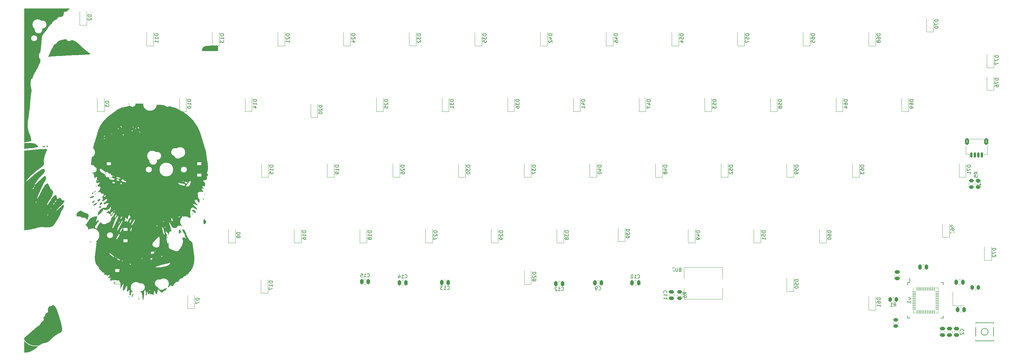
<source format=gbr>
%TF.GenerationSoftware,KiCad,Pcbnew,(6.99.0-5337-gc57e6db79a-dirty)*%
%TF.CreationDate,2023-01-12T21:18:57-05:00*%
%TF.ProjectId,hhkb,68686b62-2e6b-4696-9361-645f70636258,rev?*%
%TF.SameCoordinates,Original*%
%TF.FileFunction,Legend,Bot*%
%TF.FilePolarity,Positive*%
%FSLAX46Y46*%
G04 Gerber Fmt 4.6, Leading zero omitted, Abs format (unit mm)*
G04 Created by KiCad (PCBNEW (6.99.0-5337-gc57e6db79a-dirty)) date 2023-01-12 21:18:57*
%MOMM*%
%LPD*%
G01*
G04 APERTURE LIST*
G04 Aperture macros list*
%AMRoundRect*
0 Rectangle with rounded corners*
0 $1 Rounding radius*
0 $2 $3 $4 $5 $6 $7 $8 $9 X,Y pos of 4 corners*
0 Add a 4 corners polygon primitive as box body*
4,1,4,$2,$3,$4,$5,$6,$7,$8,$9,$2,$3,0*
0 Add four circle primitives for the rounded corners*
1,1,$1+$1,$2,$3*
1,1,$1+$1,$4,$5*
1,1,$1+$1,$6,$7*
1,1,$1+$1,$8,$9*
0 Add four rect primitives between the rounded corners*
20,1,$1+$1,$2,$3,$4,$5,0*
20,1,$1+$1,$4,$5,$6,$7,0*
20,1,$1+$1,$6,$7,$8,$9,0*
20,1,$1+$1,$8,$9,$2,$3,0*%
%AMHorizOval*
0 Thick line with rounded ends*
0 $1 width*
0 $2 $3 position (X,Y) of the first rounded end (center of the circle)*
0 $4 $5 position (X,Y) of the second rounded end (center of the circle)*
0 Add line between two ends*
20,1,$1,$2,$3,$4,$5,0*
0 Add two circle primitives to create the rounded ends*
1,1,$1,$2,$3*
1,1,$1,$4,$5*%
G04 Aperture macros list end*
%ADD10C,0.000000*%
%ADD11C,0.150000*%
%ADD12C,0.120000*%
%ADD13C,1.750000*%
%ADD14C,3.987800*%
%ADD15C,3.000000*%
%ADD16C,2.250000*%
%ADD17O,1.070000X1.800000*%
%ADD18R,1.070000X1.800000*%
%ADD19HorizOval,2.250000X0.020000X0.290000X-0.020000X-0.290000X0*%
%ADD20HorizOval,2.250000X0.655001X0.730000X-0.655001X-0.730000X0*%
%ADD21C,3.048000*%
%ADD22R,1.200000X0.900000*%
%ADD23RoundRect,0.250000X-0.250000X-0.475000X0.250000X-0.475000X0.250000X0.475000X-0.250000X0.475000X0*%
%ADD24RoundRect,0.250000X-0.262500X-0.450000X0.262500X-0.450000X0.262500X0.450000X-0.262500X0.450000X0*%
%ADD25R,1.800000X1.100000*%
%ADD26RoundRect,0.250000X-0.475000X0.250000X-0.475000X-0.250000X0.475000X-0.250000X0.475000X0.250000X0*%
%ADD27RoundRect,0.250000X0.475000X-0.250000X0.475000X0.250000X-0.475000X0.250000X-0.475000X-0.250000X0*%
%ADD28RoundRect,0.250000X0.250000X0.475000X-0.250000X0.475000X-0.250000X-0.475000X0.250000X-0.475000X0*%
%ADD29RoundRect,0.150000X-0.150000X-0.625000X0.150000X-0.625000X0.150000X0.625000X-0.150000X0.625000X0*%
%ADD30RoundRect,0.250000X-0.350000X-0.650000X0.350000X-0.650000X0.350000X0.650000X-0.350000X0.650000X0*%
%ADD31RoundRect,0.250000X0.262500X0.450000X-0.262500X0.450000X-0.262500X-0.450000X0.262500X-0.450000X0*%
%ADD32RoundRect,0.250000X-0.450000X0.262500X-0.450000X-0.262500X0.450000X-0.262500X0.450000X0.262500X0*%
%ADD33R,0.550000X1.500000*%
%ADD34RoundRect,0.062500X-0.062500X0.475000X-0.062500X-0.475000X0.062500X-0.475000X0.062500X0.475000X0*%
%ADD35R,1.500000X0.550000*%
%ADD36RoundRect,0.062500X-0.475000X0.062500X-0.475000X-0.062500X0.475000X-0.062500X0.475000X0.062500X0*%
%ADD37R,5.200000X5.200000*%
%ADD38R,1.200000X1.400000*%
%ADD39RoundRect,0.250000X0.450000X-0.262500X0.450000X0.262500X-0.450000X0.262500X-0.450000X-0.262500X0*%
%ADD40R,2.200000X2.200000*%
%TA.AperFunction,Profile*%
%ADD41C,0.150000*%
%TD*%
G04 APERTURE END LIST*
D10*
G36*
X57033761Y-14485195D02*
G01*
X54636462Y-14485195D01*
X53852083Y-14483938D01*
X53262839Y-14476102D01*
X53033430Y-14467811D01*
X52843250Y-14455588D01*
X52689112Y-14438672D01*
X52567834Y-14416299D01*
X52476229Y-14387707D01*
X52411112Y-14352135D01*
X52387492Y-14331492D01*
X52369299Y-14308819D01*
X52356136Y-14284019D01*
X52347605Y-14256998D01*
X52342844Y-14195909D01*
X52351832Y-14124790D01*
X52398313Y-13949413D01*
X52398327Y-13949414D01*
X52423570Y-13868699D01*
X52450303Y-13791973D01*
X52478763Y-13719142D01*
X52509191Y-13650112D01*
X52541826Y-13584791D01*
X52576906Y-13523084D01*
X52614672Y-13464898D01*
X52655363Y-13410139D01*
X52699217Y-13358715D01*
X52746474Y-13310531D01*
X52797374Y-13265494D01*
X52852155Y-13223510D01*
X52911057Y-13184486D01*
X52974320Y-13148328D01*
X53042182Y-13114943D01*
X53114883Y-13084237D01*
X53192661Y-13056117D01*
X53275758Y-13030489D01*
X53364410Y-13007259D01*
X53458859Y-12986334D01*
X53559343Y-12967621D01*
X53666101Y-12951026D01*
X53779374Y-12936455D01*
X53899399Y-12923816D01*
X54026416Y-12913013D01*
X54160665Y-12903955D01*
X54451815Y-12890694D01*
X54774763Y-12883287D01*
X55131423Y-12880984D01*
X57033761Y-12880984D01*
X57033761Y-14485195D01*
G37*
G36*
X13652416Y-11002220D02*
G01*
X14074205Y-11062960D01*
X14490181Y-11159545D01*
X14898902Y-11291705D01*
X15298928Y-11459169D01*
X15688818Y-11661666D01*
X16067131Y-11898926D01*
X16432425Y-12170679D01*
X16783260Y-12476653D01*
X17118194Y-12816579D01*
X17336229Y-13046270D01*
X17579737Y-13287785D01*
X17840520Y-13533890D01*
X18110383Y-13777352D01*
X18381127Y-14010937D01*
X18644557Y-14227412D01*
X18892474Y-14419545D01*
X19008054Y-14504222D01*
X19116683Y-14580101D01*
X19319093Y-14720504D01*
X19504537Y-14854873D01*
X19669198Y-14980028D01*
X19809260Y-15092783D01*
X19920906Y-15189957D01*
X19964880Y-15231707D01*
X20000319Y-15268367D01*
X20026746Y-15299540D01*
X20043684Y-15324829D01*
X20050655Y-15343834D01*
X20050254Y-15350857D01*
X20047183Y-15356159D01*
X19997786Y-15372101D01*
X19880409Y-15390285D01*
X19449198Y-15432940D01*
X18768522Y-15483247D01*
X17853354Y-15540329D01*
X15379433Y-15671314D01*
X12147211Y-15818878D01*
X11309951Y-15859977D01*
X10438518Y-15911349D01*
X9635999Y-15966439D01*
X9005485Y-16018688D01*
X7768761Y-16136614D01*
X8439476Y-14641693D01*
X8775583Y-13905175D01*
X8923407Y-13594217D01*
X9060603Y-13317545D01*
X9189314Y-13072226D01*
X9311684Y-12855323D01*
X9429856Y-12663901D01*
X9545973Y-12495024D01*
X9662179Y-12345759D01*
X9780618Y-12213169D01*
X9903432Y-12094320D01*
X10032766Y-11986275D01*
X10170763Y-11886100D01*
X10319566Y-11790860D01*
X10481319Y-11697619D01*
X10658165Y-11603443D01*
X11080299Y-11405688D01*
X11506706Y-11245673D01*
X11935947Y-11123127D01*
X12366579Y-11037779D01*
X12797162Y-10989359D01*
X13226254Y-10977596D01*
X13652416Y-11002220D01*
G37*
G36*
X31203319Y-29725350D02*
G01*
X31209347Y-29725812D01*
X31215290Y-29726573D01*
X31221140Y-29727624D01*
X31226890Y-29728959D01*
X31232531Y-29730570D01*
X31238056Y-29732449D01*
X31243458Y-29734589D01*
X31248729Y-29736981D01*
X31253861Y-29739619D01*
X31258846Y-29742494D01*
X31263678Y-29745599D01*
X31268349Y-29748927D01*
X31272850Y-29752470D01*
X31277175Y-29756219D01*
X31281315Y-29760168D01*
X31285263Y-29764309D01*
X31289012Y-29768634D01*
X31292553Y-29773136D01*
X31295880Y-29777807D01*
X31298985Y-29782639D01*
X31301859Y-29787625D01*
X31304496Y-29792756D01*
X31306887Y-29798027D01*
X31309026Y-29803428D01*
X31310904Y-29808952D01*
X31312514Y-29814592D01*
X31313848Y-29820340D01*
X31314900Y-29826188D01*
X31315660Y-29832129D01*
X31316122Y-29838155D01*
X31316277Y-29844259D01*
X31316122Y-29850362D01*
X31315660Y-29856387D01*
X31314900Y-29862328D01*
X31313848Y-29868176D01*
X31312514Y-29873924D01*
X31310903Y-29879564D01*
X31309025Y-29885088D01*
X31306886Y-29890489D01*
X31304494Y-29895759D01*
X31301858Y-29900891D01*
X31298983Y-29905877D01*
X31295878Y-29910709D01*
X31292551Y-29915380D01*
X31289010Y-29919882D01*
X31285261Y-29924207D01*
X31281312Y-29928348D01*
X31277172Y-29932297D01*
X31272847Y-29936047D01*
X31268346Y-29939589D01*
X31263675Y-29942917D01*
X31258843Y-29946022D01*
X31253858Y-29948898D01*
X31248726Y-29951536D01*
X31243455Y-29953928D01*
X31238053Y-29956068D01*
X31232528Y-29957947D01*
X31226887Y-29959558D01*
X31221138Y-29960893D01*
X31215289Y-29961945D01*
X31209346Y-29962705D01*
X31203318Y-29963167D01*
X31197213Y-29963323D01*
X31191107Y-29963167D01*
X31185078Y-29962705D01*
X31179135Y-29961945D01*
X31173285Y-29960893D01*
X31167536Y-29959558D01*
X31161895Y-29957947D01*
X31156370Y-29956068D01*
X31150968Y-29953929D01*
X31145697Y-29951536D01*
X31140565Y-29948898D01*
X31135579Y-29946023D01*
X31130747Y-29942918D01*
X31126077Y-29939590D01*
X31121576Y-29936048D01*
X31117251Y-29932298D01*
X31113111Y-29928349D01*
X31109163Y-29924208D01*
X31105414Y-29919883D01*
X31101872Y-29915381D01*
X31098546Y-29910711D01*
X31095441Y-29905878D01*
X31092567Y-29900893D01*
X31089930Y-29895761D01*
X31087539Y-29890490D01*
X31085400Y-29885089D01*
X31083522Y-29879565D01*
X31081912Y-29873925D01*
X31080577Y-29868177D01*
X31079526Y-29862329D01*
X31078766Y-29856388D01*
X31078304Y-29850362D01*
X31078149Y-29844259D01*
X31078304Y-29838156D01*
X31078766Y-29832130D01*
X31079526Y-29826189D01*
X31080577Y-29820341D01*
X31081912Y-29814593D01*
X31083522Y-29808954D01*
X31085401Y-29803429D01*
X31087540Y-29798028D01*
X31089931Y-29792758D01*
X31092568Y-29787626D01*
X31095443Y-29782640D01*
X31098547Y-29777808D01*
X31101874Y-29773137D01*
X31105416Y-29768636D01*
X31109165Y-29764310D01*
X31113113Y-29760169D01*
X31117254Y-29756220D01*
X31121578Y-29752471D01*
X31126080Y-29748928D01*
X31130750Y-29745600D01*
X31135582Y-29742495D01*
X31140568Y-29739619D01*
X31145700Y-29736982D01*
X31150971Y-29734589D01*
X31156372Y-29732450D01*
X31161898Y-29730571D01*
X31167538Y-29728960D01*
X31173287Y-29727624D01*
X31179137Y-29726573D01*
X31185080Y-29725812D01*
X31191107Y-29725350D01*
X31197213Y-29725194D01*
X31203319Y-29725350D01*
G37*
G36*
X13575955Y-2578946D02*
G01*
X13529771Y-2627460D01*
X13480409Y-2674614D01*
X13428316Y-2720164D01*
X13373939Y-2763865D01*
X13317722Y-2805473D01*
X13260114Y-2844744D01*
X13201559Y-2881433D01*
X13142504Y-2915297D01*
X13083395Y-2946092D01*
X13024679Y-2973573D01*
X12966801Y-2997496D01*
X12910208Y-3017617D01*
X12855347Y-3033691D01*
X12802663Y-3045475D01*
X12752602Y-3052725D01*
X12705612Y-3055196D01*
X12677041Y-3055712D01*
X12649523Y-3057270D01*
X12623050Y-3059882D01*
X12597611Y-3063562D01*
X12573198Y-3068323D01*
X12549799Y-3074177D01*
X12527406Y-3081138D01*
X12506009Y-3089219D01*
X12485599Y-3098434D01*
X12466165Y-3108794D01*
X12447698Y-3120314D01*
X12430189Y-3133007D01*
X12413628Y-3146884D01*
X12398005Y-3161961D01*
X12383311Y-3178249D01*
X12369536Y-3195762D01*
X12356670Y-3214513D01*
X12344704Y-3234515D01*
X12333628Y-3255781D01*
X12323432Y-3278325D01*
X12314108Y-3302158D01*
X12305645Y-3327295D01*
X12298033Y-3353749D01*
X12291264Y-3381533D01*
X12285327Y-3410659D01*
X12280213Y-3441141D01*
X12275912Y-3472992D01*
X12272415Y-3506225D01*
X12267792Y-3576889D01*
X12266268Y-3653240D01*
X12265533Y-3699714D01*
X12263227Y-3744554D01*
X12259197Y-3787887D01*
X12253293Y-3829842D01*
X12245362Y-3870545D01*
X12235253Y-3910125D01*
X12222814Y-3948709D01*
X12207893Y-3986426D01*
X12190338Y-4023404D01*
X12169998Y-4059769D01*
X12146721Y-4095650D01*
X12120355Y-4131176D01*
X12090748Y-4166472D01*
X12057749Y-4201669D01*
X12021206Y-4236893D01*
X11980967Y-4272272D01*
X11936880Y-4307934D01*
X11888794Y-4344007D01*
X11836557Y-4380618D01*
X11780017Y-4417897D01*
X11719022Y-4455969D01*
X11653420Y-4494964D01*
X11507791Y-4576233D01*
X11341915Y-4662724D01*
X11154579Y-4755462D01*
X10944567Y-4855468D01*
X10710666Y-4963767D01*
X10395010Y-5115378D01*
X10094412Y-5273226D01*
X9815887Y-5432683D01*
X9566453Y-5589122D01*
X9454837Y-5664763D01*
X9353125Y-5737914D01*
X9262193Y-5807996D01*
X9182920Y-5874431D01*
X9116181Y-5936640D01*
X9062854Y-5994045D01*
X9023816Y-6046068D01*
X8999944Y-6092129D01*
X8981891Y-6136113D01*
X8959928Y-6182040D01*
X8934359Y-6229539D01*
X8905484Y-6278234D01*
X8873606Y-6327754D01*
X8839027Y-6377725D01*
X8802047Y-6427773D01*
X8762970Y-6477526D01*
X8722098Y-6526610D01*
X8679731Y-6574652D01*
X8636172Y-6621279D01*
X8591723Y-6666117D01*
X8546686Y-6708794D01*
X8501362Y-6748935D01*
X8456054Y-6786168D01*
X8411063Y-6820120D01*
X8365118Y-6855236D01*
X8317012Y-6895887D01*
X8267142Y-6941583D01*
X8215904Y-6991837D01*
X8163693Y-7046160D01*
X8110906Y-7104064D01*
X8057939Y-7165061D01*
X8005187Y-7228662D01*
X7953048Y-7294379D01*
X7901917Y-7361723D01*
X7852190Y-7430207D01*
X7804262Y-7499341D01*
X7758532Y-7568638D01*
X7715393Y-7637609D01*
X7675243Y-7705765D01*
X7638477Y-7772619D01*
X7600356Y-7841738D01*
X7556231Y-7916540D01*
X7452085Y-8080343D01*
X7330280Y-8258332D01*
X7195055Y-8444809D01*
X7050651Y-8634077D01*
X6901307Y-8820439D01*
X6751263Y-8998198D01*
X6604760Y-9161656D01*
X6491290Y-9286290D01*
X6390362Y-9403786D01*
X6344310Y-9460923D01*
X6301044Y-9517557D01*
X6260448Y-9574112D01*
X6222406Y-9631016D01*
X6186800Y-9688697D01*
X6153515Y-9747579D01*
X6122434Y-9808090D01*
X6093440Y-9870657D01*
X6066418Y-9935707D01*
X6041250Y-10003666D01*
X6017820Y-10074960D01*
X5996013Y-10150018D01*
X5975710Y-10229264D01*
X5956796Y-10313126D01*
X5939155Y-10402031D01*
X5922670Y-10496406D01*
X5892701Y-10703269D01*
X5865960Y-10937130D01*
X5841513Y-11201403D01*
X5818430Y-11499501D01*
X5795779Y-11834837D01*
X5772628Y-12210826D01*
X5740519Y-12678761D01*
X5701806Y-13126531D01*
X5657963Y-13543533D01*
X5610463Y-13919165D01*
X5560777Y-14242823D01*
X5510380Y-14503905D01*
X5460743Y-14691807D01*
X5436671Y-14755003D01*
X5413341Y-14795927D01*
X5338479Y-14900181D01*
X5272342Y-15009395D01*
X5214979Y-15122796D01*
X5166442Y-15239614D01*
X5126784Y-15359076D01*
X5096055Y-15480409D01*
X5074306Y-15602844D01*
X5061590Y-15725606D01*
X5057958Y-15847925D01*
X5063461Y-15969029D01*
X5078150Y-16088146D01*
X5102078Y-16204504D01*
X5135295Y-16317331D01*
X5177854Y-16425855D01*
X5202652Y-16478262D01*
X5229805Y-16529305D01*
X5259319Y-16578885D01*
X5291200Y-16626908D01*
X5347087Y-16709328D01*
X5394936Y-16786894D01*
X5415792Y-16824419D01*
X5434574Y-16861404D01*
X5451261Y-16898073D01*
X5465831Y-16934651D01*
X5478262Y-16971362D01*
X5488534Y-17008431D01*
X5496625Y-17046083D01*
X5502512Y-17084541D01*
X5506176Y-17124030D01*
X5507594Y-17164774D01*
X5506745Y-17206999D01*
X5503607Y-17250928D01*
X5498159Y-17296785D01*
X5490380Y-17344796D01*
X5480248Y-17395185D01*
X5467741Y-17448175D01*
X5452839Y-17503992D01*
X5435519Y-17562861D01*
X5393542Y-17690647D01*
X5341637Y-17833331D01*
X5279635Y-17992708D01*
X5207362Y-18170572D01*
X5124647Y-18368720D01*
X5008518Y-18634871D01*
X4877896Y-18917639D01*
X4737235Y-19208369D01*
X4590986Y-19498409D01*
X4443602Y-19779103D01*
X4299535Y-20041800D01*
X4163236Y-20277844D01*
X4039157Y-20478582D01*
X3922567Y-20666600D01*
X3807729Y-20866188D01*
X3697591Y-21071248D01*
X3595100Y-21275683D01*
X3503204Y-21473395D01*
X3424849Y-21658286D01*
X3362984Y-21824260D01*
X3339156Y-21898247D01*
X3320555Y-21965218D01*
X3303941Y-22027072D01*
X3285940Y-22086047D01*
X3266723Y-22141886D01*
X3246463Y-22194332D01*
X3225332Y-22243128D01*
X3203503Y-22288019D01*
X3181148Y-22328747D01*
X3158438Y-22365056D01*
X3135547Y-22396689D01*
X3112646Y-22423391D01*
X3089907Y-22444903D01*
X3067504Y-22460970D01*
X3056481Y-22466881D01*
X3045607Y-22471335D01*
X3034903Y-22474299D01*
X3024390Y-22475742D01*
X3014090Y-22475631D01*
X3004024Y-22473934D01*
X2994215Y-22470619D01*
X2984683Y-22465654D01*
X2957711Y-22454961D01*
X2931473Y-22456229D01*
X2906026Y-22468823D01*
X2881426Y-22492109D01*
X2857730Y-22525453D01*
X2834995Y-22568221D01*
X2792632Y-22679490D01*
X2754790Y-22820842D01*
X2721923Y-22987202D01*
X2694483Y-23173497D01*
X2672923Y-23374652D01*
X2657697Y-23585594D01*
X2649256Y-23801247D01*
X2648055Y-24016537D01*
X2654546Y-24226391D01*
X2669181Y-24425735D01*
X2692415Y-24609493D01*
X2724699Y-24772592D01*
X2744377Y-24844808D01*
X2766487Y-24909957D01*
X2788813Y-24975791D01*
X2808992Y-25049737D01*
X2826985Y-25130989D01*
X2842752Y-25218739D01*
X2856254Y-25312180D01*
X2867451Y-25410504D01*
X2876302Y-25512904D01*
X2882769Y-25618572D01*
X2886811Y-25726702D01*
X2888389Y-25836486D01*
X2887464Y-25947116D01*
X2883994Y-26057785D01*
X2877942Y-26167686D01*
X2869266Y-26276011D01*
X2857927Y-26381953D01*
X2843886Y-26484705D01*
X2809746Y-26732257D01*
X2769916Y-27061852D01*
X2678952Y-27910098D01*
X2582526Y-28915302D01*
X2492172Y-29963320D01*
X2393834Y-31035353D01*
X2275664Y-32105944D01*
X2152525Y-33050966D01*
X2093738Y-33437597D01*
X2039282Y-33746288D01*
X1977363Y-34082569D01*
X1924806Y-34409475D01*
X1881613Y-34727018D01*
X1847783Y-35035208D01*
X1823316Y-35334054D01*
X1808214Y-35623568D01*
X1802475Y-35903759D01*
X1806101Y-36174639D01*
X1819092Y-36436217D01*
X1841448Y-36688503D01*
X1873169Y-36931509D01*
X1914255Y-37165244D01*
X1964708Y-37389719D01*
X2024527Y-37604944D01*
X2093712Y-37810930D01*
X2172264Y-38007686D01*
X2263553Y-38224925D01*
X2349696Y-38442758D01*
X2504827Y-38872956D01*
X2634207Y-39283775D01*
X2688164Y-39477385D01*
X2734390Y-39660711D01*
X2772454Y-39831940D01*
X2801926Y-39989259D01*
X2822375Y-40130855D01*
X2833369Y-40254915D01*
X2834477Y-40359625D01*
X2825268Y-40443173D01*
X2805312Y-40503746D01*
X2791169Y-40524850D01*
X2774178Y-40539530D01*
X2753702Y-40550195D01*
X2724728Y-40562263D01*
X2687794Y-40575599D01*
X2643435Y-40590067D01*
X2534593Y-40621861D01*
X2402494Y-40656566D01*
X2251432Y-40693101D01*
X2085701Y-40730386D01*
X1909595Y-40767342D01*
X1727407Y-40802889D01*
X836265Y-40970070D01*
X836265Y-2102695D01*
X14006956Y-2102695D01*
X13575955Y-2578946D01*
G37*
G36*
X6628952Y-42010886D02*
G01*
X6663784Y-42012603D01*
X6697561Y-42015811D01*
X6730047Y-42020550D01*
X6761002Y-42026856D01*
X6790190Y-42034768D01*
X6817373Y-42044325D01*
X6842312Y-42055563D01*
X6864771Y-42068521D01*
X6884511Y-42083236D01*
X6901294Y-42099748D01*
X6914883Y-42118093D01*
X6921455Y-42129766D01*
X6926675Y-42141291D01*
X6930564Y-42152653D01*
X6933145Y-42163838D01*
X6934440Y-42174832D01*
X6934472Y-42185618D01*
X6933263Y-42196184D01*
X6930835Y-42206514D01*
X6927212Y-42216594D01*
X6922415Y-42226410D01*
X6916467Y-42235946D01*
X6909390Y-42245188D01*
X6901207Y-42254121D01*
X6891940Y-42262732D01*
X6881611Y-42271004D01*
X6870244Y-42278924D01*
X6857859Y-42286478D01*
X6844480Y-42293649D01*
X6830130Y-42300425D01*
X6814829Y-42306790D01*
X6798602Y-42312729D01*
X6781470Y-42318229D01*
X6763456Y-42323274D01*
X6744582Y-42327850D01*
X6724871Y-42331943D01*
X6704344Y-42335537D01*
X6683025Y-42338618D01*
X6660936Y-42341171D01*
X6638099Y-42343183D01*
X6614537Y-42344638D01*
X6590272Y-42345522D01*
X6565326Y-42345819D01*
X6466835Y-42343909D01*
X6374951Y-42338435D01*
X6332116Y-42334481D01*
X6291686Y-42329780D01*
X6253914Y-42324380D01*
X6219051Y-42318329D01*
X6187348Y-42311675D01*
X6159057Y-42304465D01*
X6134428Y-42296748D01*
X6113714Y-42288572D01*
X6097165Y-42279984D01*
X6085034Y-42271033D01*
X6077570Y-42261767D01*
X6075668Y-42257030D01*
X6075027Y-42252233D01*
X6075020Y-42252233D01*
X6077068Y-42231390D01*
X6083056Y-42211242D01*
X6092744Y-42191826D01*
X6105896Y-42173181D01*
X6122273Y-42155344D01*
X6141638Y-42138353D01*
X6163752Y-42122247D01*
X6188379Y-42107063D01*
X6215280Y-42092839D01*
X6244218Y-42079614D01*
X6274955Y-42067425D01*
X6307253Y-42056311D01*
X6375581Y-42037456D01*
X6447300Y-42023354D01*
X6520508Y-42014309D01*
X6593304Y-42010623D01*
X6628952Y-42010886D01*
G37*
G36*
X7530554Y-41869880D02*
G01*
X7542746Y-41870804D01*
X7554388Y-41872326D01*
X7565475Y-41874429D01*
X7575998Y-41877099D01*
X7585953Y-41880321D01*
X7595331Y-41884079D01*
X7604126Y-41888358D01*
X7612331Y-41893143D01*
X7619940Y-41898419D01*
X7626946Y-41904169D01*
X7633342Y-41910380D01*
X7639121Y-41917035D01*
X7644278Y-41924120D01*
X7648804Y-41931619D01*
X7652693Y-41939518D01*
X7655939Y-41947799D01*
X7658534Y-41956450D01*
X7660473Y-41965453D01*
X7661748Y-41974794D01*
X7662352Y-41984458D01*
X7662280Y-41994430D01*
X7661523Y-42004693D01*
X7660076Y-42015234D01*
X7657931Y-42026036D01*
X7655082Y-42037084D01*
X7651523Y-42048364D01*
X7647246Y-42059859D01*
X7642245Y-42071555D01*
X7636513Y-42083437D01*
X7630043Y-42095488D01*
X7622828Y-42107694D01*
X7607297Y-42131951D01*
X7591132Y-42155528D01*
X7574461Y-42178303D01*
X7557414Y-42200153D01*
X7540121Y-42220957D01*
X7522711Y-42240593D01*
X7505313Y-42258937D01*
X7488057Y-42275870D01*
X7471072Y-42291267D01*
X7454489Y-42305007D01*
X7438435Y-42316969D01*
X7423041Y-42327030D01*
X7408436Y-42335067D01*
X7394750Y-42340959D01*
X7388292Y-42343063D01*
X7382112Y-42344584D01*
X7376226Y-42345508D01*
X7370651Y-42345819D01*
X7365266Y-42345508D01*
X7359950Y-42344584D01*
X7354709Y-42343063D01*
X7349550Y-42340959D01*
X7344479Y-42338289D01*
X7339504Y-42335067D01*
X7334631Y-42331309D01*
X7329867Y-42327030D01*
X7325219Y-42322245D01*
X7320692Y-42316969D01*
X7316295Y-42311218D01*
X7312034Y-42305007D01*
X7307914Y-42298352D01*
X7303944Y-42291267D01*
X7300130Y-42283768D01*
X7296479Y-42275870D01*
X7292996Y-42267588D01*
X7289690Y-42258937D01*
X7286567Y-42249934D01*
X7283632Y-42240593D01*
X7280895Y-42230928D01*
X7278359Y-42220957D01*
X7276034Y-42210694D01*
X7273925Y-42200153D01*
X7272038Y-42189351D01*
X7270382Y-42178303D01*
X7268962Y-42167023D01*
X7267785Y-42155528D01*
X7266857Y-42143832D01*
X7266187Y-42131951D01*
X7265780Y-42119900D01*
X7265642Y-42107694D01*
X7265972Y-42095488D01*
X7266951Y-42083437D01*
X7268562Y-42071556D01*
X7270789Y-42059860D01*
X7273617Y-42048365D01*
X7277029Y-42037086D01*
X7281009Y-42026037D01*
X7285541Y-42015235D01*
X7290608Y-42004695D01*
X7296195Y-41994431D01*
X7302285Y-41984460D01*
X7308863Y-41974796D01*
X7315911Y-41965455D01*
X7323414Y-41956451D01*
X7331356Y-41947801D01*
X7339720Y-41939519D01*
X7348491Y-41931621D01*
X7357652Y-41924121D01*
X7367187Y-41917036D01*
X7377079Y-41910381D01*
X7387313Y-41904170D01*
X7397873Y-41898419D01*
X7408743Y-41893144D01*
X7419905Y-41888359D01*
X7431344Y-41884080D01*
X7443045Y-41880321D01*
X7454990Y-41877100D01*
X7467163Y-41874429D01*
X7479549Y-41872326D01*
X7492131Y-41870804D01*
X7504894Y-41869880D01*
X7517820Y-41869569D01*
X7530554Y-41869880D01*
G37*
G36*
X2820000Y-41160000D02*
G01*
X3009829Y-41166530D01*
X3182762Y-41176278D01*
X3340193Y-41189590D01*
X3483517Y-41206817D01*
X3614129Y-41228307D01*
X3733424Y-41254408D01*
X3842797Y-41285468D01*
X3943642Y-41321838D01*
X4037355Y-41363865D01*
X4125330Y-41411898D01*
X4208963Y-41466285D01*
X4289647Y-41527376D01*
X4368779Y-41595519D01*
X4447752Y-41671063D01*
X4611598Y-41836971D01*
X4676253Y-41905438D01*
X4729500Y-41965448D01*
X4751871Y-41992562D01*
X4771420Y-42017899D01*
X4788156Y-42041572D01*
X4802089Y-42063692D01*
X4813229Y-42084373D01*
X4821587Y-42103727D01*
X4827171Y-42121867D01*
X4829992Y-42138904D01*
X4830060Y-42154952D01*
X4827384Y-42170122D01*
X4821974Y-42184528D01*
X4813839Y-42198282D01*
X4802991Y-42211496D01*
X4789438Y-42224283D01*
X4773191Y-42236755D01*
X4754259Y-42249025D01*
X4732652Y-42261205D01*
X4708380Y-42273408D01*
X4651881Y-42298333D01*
X4584838Y-42324698D01*
X4507332Y-42353403D01*
X4452508Y-42371243D01*
X4382859Y-42390314D01*
X4203318Y-42431458D01*
X3977174Y-42475455D01*
X3712891Y-42520925D01*
X3418933Y-42566487D01*
X3103765Y-42610762D01*
X2775850Y-42652368D01*
X2443654Y-42689925D01*
X836320Y-42859976D01*
X836265Y-42007585D01*
X836265Y-41155193D01*
X2384074Y-41155193D01*
X2820000Y-41160000D01*
G37*
G36*
X21678325Y-53537851D02*
G01*
X21684354Y-53538313D01*
X21690297Y-53539073D01*
X21696147Y-53540125D01*
X21701896Y-53541460D01*
X21707537Y-53543071D01*
X21713062Y-53544950D01*
X21718464Y-53547089D01*
X21723735Y-53549482D01*
X21728867Y-53552119D01*
X21733853Y-53554995D01*
X21738685Y-53558100D01*
X21743355Y-53561427D01*
X21747856Y-53564970D01*
X21752181Y-53568719D01*
X21756321Y-53572668D01*
X21760269Y-53576809D01*
X21764018Y-53581134D01*
X21767560Y-53585636D01*
X21770886Y-53590306D01*
X21773991Y-53595138D01*
X21776865Y-53600124D01*
X21779502Y-53605256D01*
X21781893Y-53610526D01*
X21784032Y-53615927D01*
X21785910Y-53621451D01*
X21787520Y-53627091D01*
X21788855Y-53632838D01*
X21789906Y-53638686D01*
X21790666Y-53644627D01*
X21791128Y-53650653D01*
X21791284Y-53656756D01*
X21791128Y-53662859D01*
X21790666Y-53668885D01*
X21789906Y-53674825D01*
X21788855Y-53680673D01*
X21787520Y-53686421D01*
X21785910Y-53692061D01*
X21784031Y-53697585D01*
X21781892Y-53702986D01*
X21779501Y-53708257D01*
X21776864Y-53713388D01*
X21773989Y-53718374D01*
X21770885Y-53723206D01*
X21767558Y-53727877D01*
X21764016Y-53732379D01*
X21760267Y-53736704D01*
X21756319Y-53740845D01*
X21752178Y-53744794D01*
X21747854Y-53748544D01*
X21743352Y-53752086D01*
X21738682Y-53755414D01*
X21733850Y-53758519D01*
X21728864Y-53761395D01*
X21723732Y-53764033D01*
X21718461Y-53766425D01*
X21713060Y-53768565D01*
X21707534Y-53770444D01*
X21701894Y-53772055D01*
X21696145Y-53773390D01*
X21690295Y-53774442D01*
X21684352Y-53775202D01*
X21678325Y-53775664D01*
X21672219Y-53775820D01*
X21666113Y-53775664D01*
X21660085Y-53775202D01*
X21654142Y-53774442D01*
X21648291Y-53773390D01*
X21642542Y-53772055D01*
X21636901Y-53770444D01*
X21631375Y-53768565D01*
X21625973Y-53766426D01*
X21620702Y-53764033D01*
X21615570Y-53761396D01*
X21610584Y-53758520D01*
X21605751Y-53755415D01*
X21601081Y-53752087D01*
X21596579Y-53748545D01*
X21592254Y-53744795D01*
X21588114Y-53740846D01*
X21584165Y-53736705D01*
X21580416Y-53732380D01*
X21576874Y-53727878D01*
X21573547Y-53723208D01*
X21570442Y-53718376D01*
X21567568Y-53713390D01*
X21564931Y-53708258D01*
X21562539Y-53702988D01*
X21560400Y-53697586D01*
X21558522Y-53692062D01*
X21556912Y-53686422D01*
X21555577Y-53680674D01*
X21554526Y-53674826D01*
X21553765Y-53668885D01*
X21553304Y-53662859D01*
X21553148Y-53656756D01*
X21553304Y-53650653D01*
X21553765Y-53644627D01*
X21554526Y-53638686D01*
X21555577Y-53632838D01*
X21556912Y-53627091D01*
X21558522Y-53621451D01*
X21560400Y-53615927D01*
X21562539Y-53610526D01*
X21564931Y-53605256D01*
X21567568Y-53600124D01*
X21570442Y-53595138D01*
X21573547Y-53590306D01*
X21576874Y-53585636D01*
X21580416Y-53581134D01*
X21584165Y-53576809D01*
X21588114Y-53572668D01*
X21592254Y-53568719D01*
X21596579Y-53564970D01*
X21601081Y-53561427D01*
X21605751Y-53558100D01*
X21610584Y-53554995D01*
X21615570Y-53552119D01*
X21620702Y-53549482D01*
X21625973Y-53547089D01*
X21631375Y-53544950D01*
X21636901Y-53543071D01*
X21642542Y-53541460D01*
X21648291Y-53540125D01*
X21654142Y-53539073D01*
X21660085Y-53538313D01*
X21666113Y-53537851D01*
X21672219Y-53537695D01*
X21678325Y-53537851D01*
G37*
G36*
X21468102Y-54966754D02*
G01*
X21473559Y-54967678D01*
X21478562Y-54969200D01*
X21483111Y-54971303D01*
X21487210Y-54973973D01*
X21490860Y-54977195D01*
X21494063Y-54980953D01*
X21496820Y-54985232D01*
X21499133Y-54990017D01*
X21501005Y-54995292D01*
X21502437Y-55001043D01*
X21503430Y-55007254D01*
X21503987Y-55013909D01*
X21504110Y-55020994D01*
X21503800Y-55028493D01*
X21503060Y-55036391D01*
X21501890Y-55044673D01*
X21500293Y-55053323D01*
X21498271Y-55062327D01*
X21495826Y-55071668D01*
X21492958Y-55081332D01*
X21489671Y-55091304D01*
X21485966Y-55101567D01*
X21481845Y-55112108D01*
X21477309Y-55122910D01*
X21472361Y-55133958D01*
X21467002Y-55145238D01*
X21461234Y-55156733D01*
X21455059Y-55168429D01*
X21448479Y-55180310D01*
X21441496Y-55192362D01*
X21434111Y-55204568D01*
X21418508Y-55228825D01*
X21402128Y-55252402D01*
X21385109Y-55275177D01*
X21367588Y-55297027D01*
X21349701Y-55317831D01*
X21331585Y-55337466D01*
X21313377Y-55355811D01*
X21295212Y-55372743D01*
X21277228Y-55388141D01*
X21259562Y-55401881D01*
X21242350Y-55413843D01*
X21225729Y-55423903D01*
X21209835Y-55431941D01*
X21194805Y-55437833D01*
X21187657Y-55439937D01*
X21180776Y-55441458D01*
X21174180Y-55442382D01*
X21167885Y-55442693D01*
X21161971Y-55442382D01*
X21156514Y-55441458D01*
X21151511Y-55439937D01*
X21146962Y-55437833D01*
X21142863Y-55435163D01*
X21139213Y-55431941D01*
X21136010Y-55428183D01*
X21133253Y-55423904D01*
X21130940Y-55419119D01*
X21129068Y-55413844D01*
X21127636Y-55408093D01*
X21126643Y-55401882D01*
X21126085Y-55395227D01*
X21125963Y-55388142D01*
X21126273Y-55380643D01*
X21127013Y-55372745D01*
X21128183Y-55364463D01*
X21129780Y-55355813D01*
X21131802Y-55346809D01*
X21134247Y-55337468D01*
X21137115Y-55327804D01*
X21140402Y-55317832D01*
X21144107Y-55307569D01*
X21148228Y-55297028D01*
X21152764Y-55286226D01*
X21157712Y-55275178D01*
X21163071Y-55263898D01*
X21168839Y-55252403D01*
X21175014Y-55240707D01*
X21181594Y-55228826D01*
X21188577Y-55216774D01*
X21195962Y-55204568D01*
X21211565Y-55180311D01*
X21227945Y-55156734D01*
X21244963Y-55133959D01*
X21262485Y-55112109D01*
X21280371Y-55091305D01*
X21298488Y-55071670D01*
X21316696Y-55053325D01*
X21334861Y-55036393D01*
X21352845Y-55020995D01*
X21370511Y-55007255D01*
X21387723Y-54995293D01*
X21404344Y-54985233D01*
X21420238Y-54977195D01*
X21435268Y-54971303D01*
X21442416Y-54969200D01*
X21449296Y-54967678D01*
X21455893Y-54966754D01*
X21462188Y-54966443D01*
X21468102Y-54966754D01*
G37*
G36*
X20739152Y-55443005D02*
G01*
X20744468Y-55443929D01*
X20749709Y-55445450D01*
X20754868Y-55447553D01*
X20759939Y-55450224D01*
X20764914Y-55453446D01*
X20769786Y-55457204D01*
X20774550Y-55461483D01*
X20779198Y-55466268D01*
X20783724Y-55471544D01*
X20788121Y-55477294D01*
X20792382Y-55483505D01*
X20796501Y-55490161D01*
X20800471Y-55497246D01*
X20804285Y-55504745D01*
X20807936Y-55512643D01*
X20811418Y-55520925D01*
X20814724Y-55529575D01*
X20817847Y-55538579D01*
X20820781Y-55547920D01*
X20823519Y-55557584D01*
X20826053Y-55567556D01*
X20828379Y-55577819D01*
X20830488Y-55588360D01*
X20832374Y-55599162D01*
X20834030Y-55610210D01*
X20835450Y-55621489D01*
X20836627Y-55632985D01*
X20837554Y-55644680D01*
X20838224Y-55656561D01*
X20838632Y-55668613D01*
X20838769Y-55680819D01*
X20838439Y-55693024D01*
X20837461Y-55705075D01*
X20835850Y-55716957D01*
X20833622Y-55728652D01*
X20830794Y-55740148D01*
X20827383Y-55751427D01*
X20823403Y-55762475D01*
X20818871Y-55773277D01*
X20813804Y-55783818D01*
X20808217Y-55794081D01*
X20802128Y-55804053D01*
X20795551Y-55813717D01*
X20788503Y-55823058D01*
X20781000Y-55832062D01*
X20773058Y-55840712D01*
X20764694Y-55848994D01*
X20755924Y-55856892D01*
X20746764Y-55864391D01*
X20737229Y-55871476D01*
X20727337Y-55878132D01*
X20717103Y-55884343D01*
X20706543Y-55890093D01*
X20695674Y-55895369D01*
X20684512Y-55900154D01*
X20673073Y-55904433D01*
X20661373Y-55908191D01*
X20649428Y-55911413D01*
X20637254Y-55914084D01*
X20624869Y-55916187D01*
X20612287Y-55917708D01*
X20599524Y-55918632D01*
X20586598Y-55918944D01*
X20573864Y-55918632D01*
X20561672Y-55917708D01*
X20550030Y-55916187D01*
X20538943Y-55914084D01*
X20528420Y-55911413D01*
X20518465Y-55908192D01*
X20509087Y-55904434D01*
X20500292Y-55900154D01*
X20492087Y-55895370D01*
X20484478Y-55890094D01*
X20477472Y-55884343D01*
X20471076Y-55878133D01*
X20465296Y-55871477D01*
X20460140Y-55864392D01*
X20455614Y-55856893D01*
X20451725Y-55848995D01*
X20448479Y-55840713D01*
X20445883Y-55832063D01*
X20443945Y-55823060D01*
X20442670Y-55813718D01*
X20442065Y-55804054D01*
X20442138Y-55794083D01*
X20442895Y-55783819D01*
X20444342Y-55773279D01*
X20446486Y-55762477D01*
X20449335Y-55751428D01*
X20452895Y-55740149D01*
X20457172Y-55728653D01*
X20462173Y-55716957D01*
X20467905Y-55705076D01*
X20474375Y-55693025D01*
X20481590Y-55680819D01*
X20497120Y-55656561D01*
X20513286Y-55632985D01*
X20529957Y-55610210D01*
X20547003Y-55588360D01*
X20564297Y-55567556D01*
X20581707Y-55547920D01*
X20599105Y-55529575D01*
X20616361Y-55512643D01*
X20633346Y-55497246D01*
X20649929Y-55483505D01*
X20665983Y-55471544D01*
X20681377Y-55461483D01*
X20695982Y-55453446D01*
X20709668Y-55447553D01*
X20716126Y-55445450D01*
X20722306Y-55443929D01*
X20728192Y-55443005D01*
X20733767Y-55442693D01*
X20739152Y-55443005D01*
G37*
G36*
X21440197Y-55919096D02*
G01*
X21446225Y-55919558D01*
X21452168Y-55920319D01*
X21458018Y-55921370D01*
X21463767Y-55922705D01*
X21469408Y-55924316D01*
X21474934Y-55926195D01*
X21480335Y-55928335D01*
X21485606Y-55930727D01*
X21490738Y-55933365D01*
X21495724Y-55936240D01*
X21500556Y-55939345D01*
X21505226Y-55942673D01*
X21509728Y-55946216D01*
X21514052Y-55949965D01*
X21518193Y-55953914D01*
X21522141Y-55958055D01*
X21525890Y-55962380D01*
X21529431Y-55966882D01*
X21532758Y-55971553D01*
X21535862Y-55976385D01*
X21538737Y-55981371D01*
X21541373Y-55986502D01*
X21543765Y-55991773D01*
X21545903Y-55997174D01*
X21547782Y-56002698D01*
X21549392Y-56008338D01*
X21550726Y-56014086D01*
X21551777Y-56019934D01*
X21552538Y-56025875D01*
X21552999Y-56031901D01*
X21553155Y-56038005D01*
X21552999Y-56044108D01*
X21552537Y-56050133D01*
X21551777Y-56056074D01*
X21550726Y-56061922D01*
X21549391Y-56067670D01*
X21547781Y-56073309D01*
X21545903Y-56078834D01*
X21543764Y-56084235D01*
X21541372Y-56089505D01*
X21538735Y-56094636D01*
X21535861Y-56099622D01*
X21532756Y-56104454D01*
X21529429Y-56109125D01*
X21525887Y-56113626D01*
X21522138Y-56117951D01*
X21518190Y-56122092D01*
X21514050Y-56126041D01*
X21509725Y-56129791D01*
X21505224Y-56133333D01*
X21500553Y-56136661D01*
X21495721Y-56139766D01*
X21490735Y-56142641D01*
X21485603Y-56145279D01*
X21480333Y-56147671D01*
X21474931Y-56149811D01*
X21469406Y-56151690D01*
X21463765Y-56153300D01*
X21458016Y-56154636D01*
X21452166Y-56155687D01*
X21446224Y-56156448D01*
X21440196Y-56156910D01*
X21434090Y-56157066D01*
X21427984Y-56156910D01*
X21421956Y-56156448D01*
X21416013Y-56155687D01*
X21410163Y-56154636D01*
X21404414Y-56153300D01*
X21398773Y-56151690D01*
X21393247Y-56149811D01*
X21387846Y-56147671D01*
X21382575Y-56145279D01*
X21377443Y-56142641D01*
X21372457Y-56139766D01*
X21367625Y-56136661D01*
X21362955Y-56133333D01*
X21358453Y-56129791D01*
X21354129Y-56126041D01*
X21349988Y-56122092D01*
X21346040Y-56117951D01*
X21342291Y-56113626D01*
X21338750Y-56109125D01*
X21335423Y-56104454D01*
X21332319Y-56099622D01*
X21329445Y-56094636D01*
X21326808Y-56089505D01*
X21324416Y-56084235D01*
X21322278Y-56078834D01*
X21320399Y-56073309D01*
X21318789Y-56067670D01*
X21317455Y-56061922D01*
X21316404Y-56056074D01*
X21315644Y-56050133D01*
X21315182Y-56044108D01*
X21315026Y-56038005D01*
X21315182Y-56031901D01*
X21315644Y-56025876D01*
X21316404Y-56019935D01*
X21317455Y-56014087D01*
X21318790Y-56008339D01*
X21320400Y-56002700D01*
X21322278Y-55997175D01*
X21324417Y-55991774D01*
X21326809Y-55986504D01*
X21329446Y-55981372D01*
X21332320Y-55976386D01*
X21335425Y-55971554D01*
X21338752Y-55966883D01*
X21342294Y-55962382D01*
X21346043Y-55958056D01*
X21349991Y-55953915D01*
X21354131Y-55949966D01*
X21358456Y-55946217D01*
X21362958Y-55942674D01*
X21367628Y-55939346D01*
X21372460Y-55936241D01*
X21377446Y-55933366D01*
X21382578Y-55930728D01*
X21387848Y-55928335D01*
X21393250Y-55926196D01*
X21398775Y-55924316D01*
X21404416Y-55922706D01*
X21410165Y-55921370D01*
X21416015Y-55920319D01*
X21421957Y-55919558D01*
X21427985Y-55919096D01*
X21434090Y-55918940D01*
X21440197Y-55919096D01*
G37*
G36*
X53110813Y-55919096D02*
G01*
X53116841Y-55919558D01*
X53122784Y-55920319D01*
X53128634Y-55921370D01*
X53134383Y-55922705D01*
X53140024Y-55924316D01*
X53145550Y-55926195D01*
X53150951Y-55928335D01*
X53156222Y-55930727D01*
X53161354Y-55933365D01*
X53166340Y-55936240D01*
X53171172Y-55939345D01*
X53175842Y-55942673D01*
X53180344Y-55946216D01*
X53184668Y-55949965D01*
X53188808Y-55953914D01*
X53192757Y-55958055D01*
X53196505Y-55962380D01*
X53200047Y-55966882D01*
X53203374Y-55971553D01*
X53206478Y-55976385D01*
X53209353Y-55981371D01*
X53211989Y-55986502D01*
X53214381Y-55991773D01*
X53216519Y-55997174D01*
X53218398Y-56002698D01*
X53220008Y-56008338D01*
X53221342Y-56014086D01*
X53222393Y-56019934D01*
X53223154Y-56025875D01*
X53223615Y-56031901D01*
X53223771Y-56038005D01*
X53223615Y-56044108D01*
X53223154Y-56050133D01*
X53222393Y-56056074D01*
X53221342Y-56061922D01*
X53220008Y-56067670D01*
X53218398Y-56073309D01*
X53216519Y-56078834D01*
X53214381Y-56084235D01*
X53211989Y-56089505D01*
X53209353Y-56094636D01*
X53206478Y-56099622D01*
X53203374Y-56104454D01*
X53200047Y-56109125D01*
X53196505Y-56113626D01*
X53192757Y-56117951D01*
X53188808Y-56122092D01*
X53184668Y-56126041D01*
X53180344Y-56129791D01*
X53175842Y-56133333D01*
X53171172Y-56136661D01*
X53166340Y-56139766D01*
X53161354Y-56142641D01*
X53156222Y-56145279D01*
X53150951Y-56147671D01*
X53145550Y-56149811D01*
X53140024Y-56151690D01*
X53134383Y-56153300D01*
X53128634Y-56154636D01*
X53122784Y-56155687D01*
X53116841Y-56156448D01*
X53110813Y-56156910D01*
X53104706Y-56157066D01*
X53098600Y-56156910D01*
X53092572Y-56156448D01*
X53086629Y-56155687D01*
X53080779Y-56154636D01*
X53075030Y-56153300D01*
X53069389Y-56151690D01*
X53063863Y-56149811D01*
X53058462Y-56147671D01*
X53053191Y-56145279D01*
X53048059Y-56142641D01*
X53043073Y-56139766D01*
X53038241Y-56136661D01*
X53033571Y-56133333D01*
X53029069Y-56129791D01*
X53024745Y-56126041D01*
X53020604Y-56122092D01*
X53016656Y-56117951D01*
X53012907Y-56113626D01*
X53009366Y-56109125D01*
X53006039Y-56104454D01*
X53002935Y-56099622D01*
X53000060Y-56094636D01*
X52997424Y-56089505D01*
X52995032Y-56084235D01*
X52992894Y-56078834D01*
X52991015Y-56073309D01*
X52989405Y-56067670D01*
X52988071Y-56061922D01*
X52987020Y-56056074D01*
X52986259Y-56050133D01*
X52985798Y-56044108D01*
X52985642Y-56038005D01*
X52985798Y-56031901D01*
X52986259Y-56025876D01*
X52987020Y-56019935D01*
X52988071Y-56014087D01*
X52989405Y-56008339D01*
X52991015Y-56002700D01*
X52992894Y-55997175D01*
X52995032Y-55991774D01*
X52997424Y-55986504D01*
X53000060Y-55981372D01*
X53002935Y-55976386D01*
X53006039Y-55971554D01*
X53009366Y-55966883D01*
X53012907Y-55962382D01*
X53016656Y-55958056D01*
X53020604Y-55953915D01*
X53024745Y-55949966D01*
X53029069Y-55946217D01*
X53033571Y-55942674D01*
X53038241Y-55939346D01*
X53043073Y-55936241D01*
X53048059Y-55933366D01*
X53053191Y-55930728D01*
X53058462Y-55928335D01*
X53063863Y-55926196D01*
X53069389Y-55924316D01*
X53075030Y-55922706D01*
X53080779Y-55921370D01*
X53086629Y-55920319D01*
X53092572Y-55919558D01*
X53098600Y-55919096D01*
X53104706Y-55918940D01*
X53110813Y-55919096D01*
G37*
G36*
X20956334Y-56480437D02*
G01*
X20987467Y-56485781D01*
X21012671Y-56495121D01*
X21022918Y-56501323D01*
X21031524Y-56508566D01*
X21048851Y-56528926D01*
X21061199Y-56550185D01*
X21068747Y-56572239D01*
X21071674Y-56594986D01*
X21070160Y-56618323D01*
X21064383Y-56642148D01*
X21054524Y-56666357D01*
X21040760Y-56690849D01*
X21023272Y-56715521D01*
X21002239Y-56740269D01*
X20977840Y-56764992D01*
X20950254Y-56789586D01*
X20919660Y-56813949D01*
X20886239Y-56837979D01*
X20850168Y-56861571D01*
X20811627Y-56884625D01*
X20770795Y-56907037D01*
X20727852Y-56928705D01*
X20682977Y-56949525D01*
X20636349Y-56969396D01*
X20588148Y-56988214D01*
X20538552Y-57005877D01*
X20487741Y-57022282D01*
X20435894Y-57037327D01*
X20383190Y-57050908D01*
X20329809Y-57062924D01*
X20275929Y-57073271D01*
X20221731Y-57081847D01*
X20167393Y-57088549D01*
X20113094Y-57093275D01*
X20059014Y-57095922D01*
X20005332Y-57096386D01*
X19936737Y-57094724D01*
X19878305Y-57091386D01*
X19852943Y-57089009D01*
X19830174Y-57086117D01*
X19810016Y-57082676D01*
X19792485Y-57078656D01*
X19777598Y-57074023D01*
X19765374Y-57068745D01*
X19755829Y-57062791D01*
X19748981Y-57056127D01*
X19744847Y-57048723D01*
X19743444Y-57040544D01*
X19744789Y-57031559D01*
X19748901Y-57021736D01*
X19755796Y-57011042D01*
X19765491Y-56999446D01*
X19778005Y-56986914D01*
X19793353Y-56973415D01*
X19811554Y-56958916D01*
X19832625Y-56943385D01*
X19883445Y-56909097D01*
X19945952Y-56870295D01*
X20020285Y-56826718D01*
X20106582Y-56778110D01*
X20204981Y-56724211D01*
X20274615Y-56687679D01*
X20343829Y-56653706D01*
X20412201Y-56622401D01*
X20479306Y-56593875D01*
X20544720Y-56568238D01*
X20608021Y-56545602D01*
X20668784Y-56526076D01*
X20726585Y-56509771D01*
X20781000Y-56496799D01*
X20831607Y-56487268D01*
X20877981Y-56481291D01*
X20919697Y-56478977D01*
X20956334Y-56480437D01*
G37*
G36*
X52581894Y-57148213D02*
G01*
X52589691Y-57149297D01*
X52598279Y-57151206D01*
X52607656Y-57153940D01*
X52617819Y-57157504D01*
X52628765Y-57161900D01*
X52640492Y-57167130D01*
X52652996Y-57173198D01*
X52680327Y-57187856D01*
X52710737Y-57205896D01*
X52738743Y-57223749D01*
X52765964Y-57242170D01*
X52792259Y-57261019D01*
X52817486Y-57280154D01*
X52841505Y-57299434D01*
X52864174Y-57318720D01*
X52885353Y-57337868D01*
X52904901Y-57356740D01*
X52922677Y-57375193D01*
X52938540Y-57393087D01*
X52952350Y-57410281D01*
X52963964Y-57426634D01*
X52973243Y-57442005D01*
X52980045Y-57456252D01*
X52984230Y-57469236D01*
X52985296Y-57475210D01*
X52985656Y-57480815D01*
X52985047Y-57498583D01*
X52983253Y-57514656D01*
X52980318Y-57529055D01*
X52976289Y-57541801D01*
X52971212Y-57552915D01*
X52968294Y-57557866D01*
X52965132Y-57562416D01*
X52961731Y-57566569D01*
X52958096Y-57570326D01*
X52954233Y-57573691D01*
X52950149Y-57576665D01*
X52945849Y-57579252D01*
X52941338Y-57581453D01*
X52936623Y-57583272D01*
X52931708Y-57584712D01*
X52921306Y-57586461D01*
X52910176Y-57586721D01*
X52898366Y-57585512D01*
X52885922Y-57582856D01*
X52872888Y-57578773D01*
X52859311Y-57573284D01*
X52845238Y-57566407D01*
X52830713Y-57558166D01*
X52815783Y-57548579D01*
X52800494Y-57537668D01*
X52784892Y-57525453D01*
X52769023Y-57511955D01*
X52752932Y-57497194D01*
X52736666Y-57481190D01*
X52720270Y-57463965D01*
X52703791Y-57445538D01*
X52687274Y-57425931D01*
X52670766Y-57405164D01*
X52654312Y-57383257D01*
X52637958Y-57360231D01*
X52621750Y-57336107D01*
X52605735Y-57310905D01*
X52605721Y-57310905D01*
X52587682Y-57280499D01*
X52573024Y-57253172D01*
X52566957Y-57240669D01*
X52561726Y-57228943D01*
X52557330Y-57217998D01*
X52553766Y-57207836D01*
X52551031Y-57198459D01*
X52549122Y-57189871D01*
X52548037Y-57182074D01*
X52547772Y-57175071D01*
X52548327Y-57168864D01*
X52549696Y-57163457D01*
X52551879Y-57158851D01*
X52554872Y-57155051D01*
X52558672Y-57152057D01*
X52563277Y-57149874D01*
X52568684Y-57148504D01*
X52574891Y-57147949D01*
X52581894Y-57148213D01*
G37*
G36*
X22894679Y-57348420D02*
G01*
X22909052Y-57350254D01*
X22921408Y-57353121D01*
X22931760Y-57357054D01*
X22940122Y-57362085D01*
X22946509Y-57368247D01*
X22950935Y-57375571D01*
X22953414Y-57384091D01*
X22953960Y-57393839D01*
X22952587Y-57404848D01*
X22949310Y-57417149D01*
X22944142Y-57430776D01*
X22937098Y-57445760D01*
X22928191Y-57462135D01*
X22917437Y-57479932D01*
X22890440Y-57519924D01*
X22856221Y-57565997D01*
X22814892Y-57618410D01*
X22766567Y-57677422D01*
X22730990Y-57718920D01*
X22695157Y-57758067D01*
X22659188Y-57794850D01*
X22623200Y-57829252D01*
X22587312Y-57861259D01*
X22551643Y-57890855D01*
X22516310Y-57918025D01*
X22481433Y-57942755D01*
X22447129Y-57965027D01*
X22413517Y-57984829D01*
X22380716Y-58002144D01*
X22348844Y-58016956D01*
X22318019Y-58029252D01*
X22288359Y-58039016D01*
X22259984Y-58046232D01*
X22233011Y-58050885D01*
X22207559Y-58052961D01*
X22183747Y-58052443D01*
X22161692Y-58049318D01*
X22141514Y-58043568D01*
X22123330Y-58035181D01*
X22107259Y-58024139D01*
X22093419Y-58010428D01*
X22081929Y-57994033D01*
X22072908Y-57974939D01*
X22066473Y-57953130D01*
X22062743Y-57928591D01*
X22061837Y-57901307D01*
X22063872Y-57871263D01*
X22068968Y-57838443D01*
X22077242Y-57802833D01*
X22088814Y-57764417D01*
X22094484Y-57749046D01*
X22101244Y-57733644D01*
X22109059Y-57718237D01*
X22117894Y-57702849D01*
X22127714Y-57687504D01*
X22138484Y-57672228D01*
X22150168Y-57657044D01*
X22162732Y-57641979D01*
X22176141Y-57627055D01*
X22190359Y-57612298D01*
X22221082Y-57583384D01*
X22254621Y-57555433D01*
X22290695Y-57528643D01*
X22329024Y-57503210D01*
X22369327Y-57479333D01*
X22411322Y-57457207D01*
X22454729Y-57437031D01*
X22499267Y-57419002D01*
X22544656Y-57403316D01*
X22590614Y-57390171D01*
X22613718Y-57384614D01*
X22636860Y-57379765D01*
X22705358Y-57367048D01*
X22765275Y-57357295D01*
X22816726Y-57350767D01*
X22859823Y-57347722D01*
X22878274Y-57347587D01*
X22894679Y-57348420D01*
G37*
G36*
X21147203Y-57824408D02*
G01*
X21158266Y-57825771D01*
X21168407Y-57828017D01*
X21177628Y-57831125D01*
X21185934Y-57835072D01*
X21193329Y-57839838D01*
X21199814Y-57845401D01*
X21205395Y-57851740D01*
X21210074Y-57858834D01*
X21213856Y-57866661D01*
X21216742Y-57875200D01*
X21218738Y-57884429D01*
X21219846Y-57894328D01*
X21220070Y-57904874D01*
X21219413Y-57916046D01*
X21217880Y-57927824D01*
X21215472Y-57940186D01*
X21212195Y-57953110D01*
X21208051Y-57966575D01*
X21203043Y-57980559D01*
X21197176Y-57995042D01*
X21190453Y-58010002D01*
X21182877Y-58025418D01*
X21174452Y-58041267D01*
X21165181Y-58057530D01*
X21155068Y-58074184D01*
X21144116Y-58091208D01*
X21132329Y-58108582D01*
X21119710Y-58126282D01*
X21106263Y-58144289D01*
X21091991Y-58162580D01*
X21076898Y-58181135D01*
X21045464Y-58217521D01*
X21012488Y-58252886D01*
X20978244Y-58287048D01*
X20943005Y-58319824D01*
X20907046Y-58351030D01*
X20870640Y-58380483D01*
X20834062Y-58408000D01*
X20797586Y-58433398D01*
X20761486Y-58456494D01*
X20726036Y-58477104D01*
X20691510Y-58495046D01*
X20658182Y-58510137D01*
X20626326Y-58522193D01*
X20596215Y-58531031D01*
X20568126Y-58536468D01*
X20554924Y-58537854D01*
X20542330Y-58538321D01*
X20530341Y-58537862D01*
X20519278Y-58536499D01*
X20509138Y-58534253D01*
X20499916Y-58531146D01*
X20491610Y-58527198D01*
X20484216Y-58522432D01*
X20477730Y-58516869D01*
X20472149Y-58510530D01*
X20467470Y-58503436D01*
X20463689Y-58495609D01*
X20460802Y-58487071D01*
X20458807Y-58477841D01*
X20457699Y-58467943D01*
X20457475Y-58457397D01*
X20458131Y-58446224D01*
X20459665Y-58434446D01*
X20462072Y-58422084D01*
X20465350Y-58409161D01*
X20469494Y-58395696D01*
X20474501Y-58381711D01*
X20480368Y-58367228D01*
X20487091Y-58352268D01*
X20494667Y-58336853D01*
X20503092Y-58321003D01*
X20512363Y-58304740D01*
X20522476Y-58288086D01*
X20533428Y-58271062D01*
X20545215Y-58253689D01*
X20557834Y-58235988D01*
X20571281Y-58217981D01*
X20585554Y-58199690D01*
X20600647Y-58181135D01*
X20632080Y-58144749D01*
X20665056Y-58109384D01*
X20699301Y-58075222D01*
X20734540Y-58042446D01*
X20770499Y-58011240D01*
X20806904Y-57981787D01*
X20843482Y-57954270D01*
X20879958Y-57928872D01*
X20916058Y-57905776D01*
X20951508Y-57885166D01*
X20986035Y-57867224D01*
X21019363Y-57852133D01*
X21051219Y-57840077D01*
X21081329Y-57831239D01*
X21109419Y-57825802D01*
X21122621Y-57824416D01*
X21135214Y-57823949D01*
X21147203Y-57824408D01*
G37*
G36*
X23252673Y-58328499D02*
G01*
X23279003Y-58332766D01*
X23304790Y-58340039D01*
X23329924Y-58350413D01*
X23354292Y-58363982D01*
X23377783Y-58380842D01*
X23400286Y-58401088D01*
X23407376Y-58409231D01*
X23413333Y-58418313D01*
X23418174Y-58428298D01*
X23421916Y-58439151D01*
X23424574Y-58450838D01*
X23426165Y-58463322D01*
X23426705Y-58476569D01*
X23426211Y-58490543D01*
X23424698Y-58505208D01*
X23422184Y-58520530D01*
X23418683Y-58536473D01*
X23414214Y-58553002D01*
X23408791Y-58570081D01*
X23402431Y-58587676D01*
X23395151Y-58605750D01*
X23386966Y-58624269D01*
X23367949Y-58662499D01*
X23345511Y-58702084D01*
X23319780Y-58742740D01*
X23290889Y-58784186D01*
X23258967Y-58826138D01*
X23224144Y-58868315D01*
X23186550Y-58910433D01*
X23146317Y-58952211D01*
X23080621Y-59017473D01*
X23022439Y-59074061D01*
X22971319Y-59121981D01*
X22926810Y-59161245D01*
X22888459Y-59191861D01*
X22871452Y-59203929D01*
X22855814Y-59213839D01*
X22841491Y-59221591D01*
X22828424Y-59227188D01*
X22816558Y-59230629D01*
X22805836Y-59231917D01*
X22796201Y-59231053D01*
X22787598Y-59228037D01*
X22779969Y-59222871D01*
X22773258Y-59215556D01*
X22767409Y-59206093D01*
X22762365Y-59194483D01*
X22758069Y-59180728D01*
X22754465Y-59164829D01*
X22751497Y-59146786D01*
X22749108Y-59126602D01*
X22745842Y-59079812D01*
X22744213Y-59024469D01*
X22743771Y-58960592D01*
X22744989Y-58920132D01*
X22748569Y-58880200D01*
X22754399Y-58840895D01*
X22762368Y-58802310D01*
X22772364Y-58764541D01*
X22784274Y-58727683D01*
X22797989Y-58691833D01*
X22813395Y-58657083D01*
X22830381Y-58623531D01*
X22848835Y-58591271D01*
X22868646Y-58560398D01*
X22889702Y-58531008D01*
X22911892Y-58503195D01*
X22935103Y-58477055D01*
X22959224Y-58452683D01*
X22984144Y-58430174D01*
X23009750Y-58409624D01*
X23035931Y-58391127D01*
X23062575Y-58374778D01*
X23089571Y-58360674D01*
X23116806Y-58348908D01*
X23144170Y-58339577D01*
X23171550Y-58332776D01*
X23198835Y-58328598D01*
X23225914Y-58327141D01*
X23252673Y-58328499D01*
G37*
G36*
X21947094Y-58385946D02*
G01*
X21954212Y-58389427D01*
X21958881Y-58395484D01*
X21961160Y-58404133D01*
X21961108Y-58415389D01*
X21958784Y-58429269D01*
X21954249Y-58445787D01*
X21938780Y-58486803D01*
X21915177Y-58538560D01*
X21883916Y-58601185D01*
X21800320Y-58759538D01*
X21778380Y-58797428D01*
X21753593Y-58834654D01*
X21726192Y-58871118D01*
X21696408Y-58906722D01*
X21664475Y-58941371D01*
X21630625Y-58974967D01*
X21558102Y-59038612D01*
X21480697Y-59096881D01*
X21400271Y-59148997D01*
X21318681Y-59194184D01*
X21237788Y-59231668D01*
X21159449Y-59260670D01*
X21121819Y-59271748D01*
X21085525Y-59280415D01*
X21050798Y-59286573D01*
X21017873Y-59290126D01*
X20986980Y-59290977D01*
X20958353Y-59289029D01*
X20932223Y-59284184D01*
X20908823Y-59276345D01*
X20888386Y-59265417D01*
X20871143Y-59251300D01*
X20857328Y-59233899D01*
X20847172Y-59213117D01*
X20840908Y-59188856D01*
X20838769Y-59161024D01*
X20839570Y-59155802D01*
X20841948Y-59149605D01*
X20845863Y-59142466D01*
X20851275Y-59134417D01*
X20858146Y-59125489D01*
X20866437Y-59115714D01*
X20887118Y-59093751D01*
X20913006Y-59068780D01*
X20943786Y-59041053D01*
X20979143Y-59010823D01*
X21018764Y-58978344D01*
X21062334Y-58943868D01*
X21109539Y-58907648D01*
X21160065Y-58869937D01*
X21213598Y-58830988D01*
X21269824Y-58791053D01*
X21328429Y-58750385D01*
X21389098Y-58709238D01*
X21451518Y-58667864D01*
X21648950Y-58539430D01*
X21728092Y-58489390D01*
X21794820Y-58448966D01*
X21849608Y-58418285D01*
X21892933Y-58397471D01*
X21910445Y-58390804D01*
X21925269Y-58386650D01*
X21937466Y-58385025D01*
X21947094Y-58385946D01*
G37*
G36*
X22895727Y-59491140D02*
G01*
X22913944Y-59492064D01*
X22931527Y-59493586D01*
X22948461Y-59495689D01*
X22964731Y-59498360D01*
X22980325Y-59501581D01*
X22995227Y-59505340D01*
X23009422Y-59509619D01*
X23022898Y-59514404D01*
X23035638Y-59519679D01*
X23047629Y-59525430D01*
X23058857Y-59531641D01*
X23069307Y-59538296D01*
X23078964Y-59545381D01*
X23087815Y-59552880D01*
X23095846Y-59560779D01*
X23103040Y-59569060D01*
X23109386Y-59577710D01*
X23114867Y-59586714D01*
X23119469Y-59596055D01*
X23123179Y-59605719D01*
X23125982Y-59615690D01*
X23127864Y-59625954D01*
X23128810Y-59636494D01*
X23128805Y-59647296D01*
X23127836Y-59658344D01*
X23125888Y-59669623D01*
X23122947Y-59681118D01*
X23118999Y-59692814D01*
X23114028Y-59704694D01*
X23108021Y-59716745D01*
X23100964Y-59728951D01*
X23084815Y-59753207D01*
X23066837Y-59776784D01*
X23047220Y-59799558D01*
X23026155Y-59821408D01*
X23003831Y-59842211D01*
X22980440Y-59861847D01*
X22956172Y-59880191D01*
X22931217Y-59897123D01*
X22905766Y-59912520D01*
X22880010Y-59926261D01*
X22854138Y-59938222D01*
X22828342Y-59948283D01*
X22802812Y-59956320D01*
X22790206Y-59959542D01*
X22777738Y-59962212D01*
X22765432Y-59964316D01*
X22753311Y-59965837D01*
X22741400Y-59966761D01*
X22729722Y-59967073D01*
X22718236Y-59966761D01*
X22706895Y-59965837D01*
X22695715Y-59964316D01*
X22684709Y-59962212D01*
X22673891Y-59959542D01*
X22663277Y-59956320D01*
X22652881Y-59952562D01*
X22642716Y-59948283D01*
X22632798Y-59943498D01*
X22623140Y-59938222D01*
X22613757Y-59932472D01*
X22604663Y-59926261D01*
X22595873Y-59919605D01*
X22587401Y-59912520D01*
X22579261Y-59905021D01*
X22571468Y-59897123D01*
X22564036Y-59888841D01*
X22556980Y-59880191D01*
X22550313Y-59871188D01*
X22544050Y-59861847D01*
X22538206Y-59852183D01*
X22532795Y-59842211D01*
X22527831Y-59831948D01*
X22523329Y-59821408D01*
X22519302Y-59810606D01*
X22515766Y-59799558D01*
X22512735Y-59788279D01*
X22510222Y-59776784D01*
X22508243Y-59765088D01*
X22506811Y-59753207D01*
X22505942Y-59741156D01*
X22505649Y-59728951D01*
X22506134Y-59716745D01*
X22507575Y-59704693D01*
X22509947Y-59692812D01*
X22513226Y-59681116D01*
X22517389Y-59669621D01*
X22522412Y-59658341D01*
X22528271Y-59647293D01*
X22534942Y-59636491D01*
X22542402Y-59625951D01*
X22550627Y-59615687D01*
X22559593Y-59605716D01*
X22569275Y-59596052D01*
X22579651Y-59586711D01*
X22590697Y-59577708D01*
X22602389Y-59569057D01*
X22614702Y-59560776D01*
X22627614Y-59552878D01*
X22641100Y-59545379D01*
X22655136Y-59538294D01*
X22669699Y-59531639D01*
X22684766Y-59525428D01*
X22700312Y-59519678D01*
X22716313Y-59514403D01*
X22732745Y-59509618D01*
X22749586Y-59505339D01*
X22766810Y-59501581D01*
X22784395Y-59498359D01*
X22802317Y-59495689D01*
X22820551Y-59493586D01*
X22839073Y-59492064D01*
X22857861Y-59491140D01*
X22876891Y-59490829D01*
X22895727Y-59491140D01*
G37*
G36*
X49758982Y-60477899D02*
G01*
X49795539Y-60482101D01*
X49833247Y-60489024D01*
X49871920Y-60498534D01*
X49911370Y-60510498D01*
X49991851Y-60541255D01*
X50073193Y-60580226D01*
X50153898Y-60626345D01*
X50232468Y-60678542D01*
X50307405Y-60735751D01*
X50377210Y-60796904D01*
X50440387Y-60860934D01*
X50495436Y-60926772D01*
X50519444Y-60960035D01*
X50540859Y-60993350D01*
X50559493Y-61026584D01*
X50575159Y-61059603D01*
X50587670Y-61092273D01*
X50596838Y-61124461D01*
X50602476Y-61156034D01*
X50604397Y-61186857D01*
X50603207Y-61217139D01*
X50599685Y-61244907D01*
X50593900Y-61270178D01*
X50585923Y-61292968D01*
X50575823Y-61313294D01*
X50563670Y-61331170D01*
X50549533Y-61346615D01*
X50533484Y-61359643D01*
X50515591Y-61370271D01*
X50495925Y-61378516D01*
X50474556Y-61384394D01*
X50451553Y-61387920D01*
X50426986Y-61389112D01*
X50400926Y-61387985D01*
X50373441Y-61384555D01*
X50344603Y-61378840D01*
X50314480Y-61370854D01*
X50283143Y-61360615D01*
X50250662Y-61348139D01*
X50217107Y-61333442D01*
X50182546Y-61316539D01*
X50147052Y-61297448D01*
X50110692Y-61276184D01*
X50073538Y-61252765D01*
X50035658Y-61227205D01*
X49997124Y-61199522D01*
X49958004Y-61169731D01*
X49918369Y-61137849D01*
X49878288Y-61103893D01*
X49837832Y-61067877D01*
X49797071Y-61029819D01*
X49756074Y-60989735D01*
X49707591Y-60939827D01*
X49664521Y-60892475D01*
X49626859Y-60847667D01*
X49594603Y-60805388D01*
X49567749Y-60765629D01*
X49546294Y-60728376D01*
X49537591Y-60710685D01*
X49530236Y-60693616D01*
X49524229Y-60677168D01*
X49519571Y-60661338D01*
X49516259Y-60646126D01*
X49514295Y-60631529D01*
X49513677Y-60617547D01*
X49514406Y-60604178D01*
X49516480Y-60591419D01*
X49519900Y-60579270D01*
X49524665Y-60567729D01*
X49530775Y-60556795D01*
X49538229Y-60546466D01*
X49547027Y-60536740D01*
X49557169Y-60527615D01*
X49568653Y-60519092D01*
X49581480Y-60511167D01*
X49595650Y-60503839D01*
X49611161Y-60497107D01*
X49628014Y-60490969D01*
X49658093Y-60482953D01*
X49690072Y-60478192D01*
X49723764Y-60476551D01*
X49758982Y-60477899D01*
G37*
G36*
X49538938Y-61634101D02*
G01*
X49544966Y-61634563D01*
X49550909Y-61635324D01*
X49556759Y-61636376D01*
X49562508Y-61637711D01*
X49568149Y-61639321D01*
X49573675Y-61641200D01*
X49579076Y-61643340D01*
X49584347Y-61645732D01*
X49589479Y-61648370D01*
X49594465Y-61651245D01*
X49599297Y-61654350D01*
X49603967Y-61657678D01*
X49608469Y-61661220D01*
X49612793Y-61664969D01*
X49616934Y-61668918D01*
X49620882Y-61673059D01*
X49624630Y-61677384D01*
X49628172Y-61681886D01*
X49631499Y-61686557D01*
X49634603Y-61691389D01*
X49637477Y-61696374D01*
X49640114Y-61701506D01*
X49642506Y-61706777D01*
X49644644Y-61712178D01*
X49646522Y-61717702D01*
X49648133Y-61723343D01*
X49649467Y-61729091D01*
X49650518Y-61734939D01*
X49651278Y-61740880D01*
X49651740Y-61746906D01*
X49651896Y-61753010D01*
X49651740Y-61759113D01*
X49651278Y-61765138D01*
X49650518Y-61771078D01*
X49649467Y-61776926D01*
X49648133Y-61782673D01*
X49646522Y-61788313D01*
X49644644Y-61793837D01*
X49642506Y-61799238D01*
X49640114Y-61804508D01*
X49637477Y-61809640D01*
X49634603Y-61814625D01*
X49631499Y-61819458D01*
X49628172Y-61824128D01*
X49624630Y-61828630D01*
X49620882Y-61832956D01*
X49616934Y-61837097D01*
X49612793Y-61841046D01*
X49608469Y-61844796D01*
X49603967Y-61848339D01*
X49599297Y-61851667D01*
X49594465Y-61854772D01*
X49589479Y-61857648D01*
X49584347Y-61860286D01*
X49579076Y-61862679D01*
X49573675Y-61864818D01*
X49568149Y-61866698D01*
X49562508Y-61868309D01*
X49556759Y-61869644D01*
X49550909Y-61870696D01*
X49544966Y-61871457D01*
X49538938Y-61871919D01*
X49532831Y-61872074D01*
X49526725Y-61871919D01*
X49520697Y-61871457D01*
X49514754Y-61870696D01*
X49508904Y-61869644D01*
X49503155Y-61868309D01*
X49497514Y-61866698D01*
X49491988Y-61864818D01*
X49486587Y-61862679D01*
X49481316Y-61860286D01*
X49476184Y-61857648D01*
X49471198Y-61854772D01*
X49466366Y-61851667D01*
X49461696Y-61848339D01*
X49457194Y-61844796D01*
X49452870Y-61841046D01*
X49448729Y-61837097D01*
X49444781Y-61832956D01*
X49441032Y-61828630D01*
X49437491Y-61824128D01*
X49434164Y-61819458D01*
X49431060Y-61814625D01*
X49428185Y-61809640D01*
X49425549Y-61804508D01*
X49423157Y-61799238D01*
X49421019Y-61793837D01*
X49419140Y-61788313D01*
X49417530Y-61782673D01*
X49416196Y-61776926D01*
X49415145Y-61771078D01*
X49414384Y-61765138D01*
X49413923Y-61759113D01*
X49413767Y-61753010D01*
X49413923Y-61746906D01*
X49414384Y-61740880D01*
X49415145Y-61734939D01*
X49416196Y-61729091D01*
X49417530Y-61723343D01*
X49419140Y-61717702D01*
X49421019Y-61712178D01*
X49423157Y-61706777D01*
X49425549Y-61701506D01*
X49428185Y-61696374D01*
X49431060Y-61691389D01*
X49434164Y-61686557D01*
X49437491Y-61681886D01*
X49441032Y-61677384D01*
X49444781Y-61673059D01*
X49448729Y-61668918D01*
X49452870Y-61664969D01*
X49457194Y-61661220D01*
X49461696Y-61657678D01*
X49466366Y-61654350D01*
X49471198Y-61651245D01*
X49476184Y-61648370D01*
X49481316Y-61645732D01*
X49486587Y-61643340D01*
X49491988Y-61641200D01*
X49497514Y-61639321D01*
X49503155Y-61637711D01*
X49508904Y-61636376D01*
X49514754Y-61635324D01*
X49520697Y-61634563D01*
X49526725Y-61634101D01*
X49532831Y-61633946D01*
X49538938Y-61634101D01*
G37*
G36*
X53267002Y-63115600D02*
G01*
X53304450Y-63123720D01*
X53340026Y-63137550D01*
X53373671Y-63156752D01*
X53405326Y-63180992D01*
X53434931Y-63209933D01*
X53462427Y-63243239D01*
X53487754Y-63280574D01*
X53510853Y-63321602D01*
X53531664Y-63365987D01*
X53550129Y-63413394D01*
X53566188Y-63463485D01*
X53579780Y-63515925D01*
X53590848Y-63570379D01*
X53599331Y-63626509D01*
X53605171Y-63683981D01*
X53608306Y-63742457D01*
X53608680Y-63801602D01*
X53606231Y-63861081D01*
X53600900Y-63920556D01*
X53592629Y-63979692D01*
X53581357Y-64038153D01*
X53567026Y-64095602D01*
X53549575Y-64151705D01*
X53528946Y-64206124D01*
X53505079Y-64258525D01*
X53477914Y-64308570D01*
X53447392Y-64355924D01*
X53413455Y-64400250D01*
X53376041Y-64441214D01*
X53315890Y-64500693D01*
X53261993Y-64552199D01*
X53213797Y-64595717D01*
X53170751Y-64631236D01*
X53150988Y-64645991D01*
X53132305Y-64658741D01*
X53114634Y-64669485D01*
X53097905Y-64678219D01*
X53082051Y-64684944D01*
X53067002Y-64689657D01*
X53052689Y-64692356D01*
X53039043Y-64693041D01*
X53025995Y-64691708D01*
X53013476Y-64688357D01*
X53001418Y-64682986D01*
X52989751Y-64675593D01*
X52978406Y-64666177D01*
X52967315Y-64654735D01*
X52956409Y-64641267D01*
X52945618Y-64625770D01*
X52934873Y-64608242D01*
X52924107Y-64588683D01*
X52902231Y-64543463D01*
X52879439Y-64490095D01*
X52855180Y-64428566D01*
X52855193Y-64428566D01*
X52821813Y-64329521D01*
X52796352Y-64228069D01*
X52778584Y-64125235D01*
X52768280Y-64022043D01*
X52765213Y-63919518D01*
X52769155Y-63818684D01*
X52779880Y-63720568D01*
X52797158Y-63626193D01*
X52820763Y-63536584D01*
X52850467Y-63452766D01*
X52886042Y-63375764D01*
X52927261Y-63306602D01*
X52949916Y-63275281D01*
X52973897Y-63246305D01*
X52999174Y-63219802D01*
X53025721Y-63195899D01*
X53053507Y-63174725D01*
X53082505Y-63156407D01*
X53112687Y-63141075D01*
X53144024Y-63128855D01*
X53186730Y-63117832D01*
X53227742Y-63113526D01*
X53267002Y-63115600D01*
G37*
G36*
X836265Y-53656759D02*
G01*
X3693754Y-53656759D01*
X3693909Y-53662862D01*
X3694371Y-53668888D01*
X3695132Y-53674829D01*
X3696183Y-53680677D01*
X3697517Y-53686424D01*
X3699128Y-53692064D01*
X3701006Y-53697589D01*
X3703145Y-53702990D01*
X3705537Y-53708260D01*
X3708174Y-53713392D01*
X3711048Y-53718378D01*
X3714153Y-53723210D01*
X3717480Y-53727880D01*
X3721021Y-53732382D01*
X3724770Y-53736707D01*
X3728719Y-53740848D01*
X3732859Y-53744798D01*
X3737184Y-53748547D01*
X3741685Y-53752090D01*
X3746356Y-53755417D01*
X3751188Y-53758523D01*
X3756173Y-53761398D01*
X3761305Y-53764036D01*
X3766576Y-53766429D01*
X3771978Y-53768568D01*
X3777503Y-53770447D01*
X3783144Y-53772058D01*
X3788893Y-53773393D01*
X3794742Y-53774445D01*
X3800685Y-53775206D01*
X3806713Y-53775668D01*
X3812818Y-53775824D01*
X3818924Y-53775668D01*
X3824953Y-53775206D01*
X3830896Y-53774445D01*
X3836746Y-53773394D01*
X3842495Y-53772058D01*
X3848137Y-53770448D01*
X3853662Y-53768569D01*
X3859064Y-53766429D01*
X3864335Y-53764037D01*
X3869468Y-53761399D01*
X3874454Y-53758524D01*
X3879286Y-53755418D01*
X3883957Y-53752091D01*
X3888458Y-53748548D01*
X3892783Y-53744799D01*
X3896924Y-53740850D01*
X3900872Y-53736709D01*
X3904621Y-53732384D01*
X3908163Y-53727882D01*
X3911490Y-53723211D01*
X3914595Y-53718379D01*
X3917470Y-53713393D01*
X3920107Y-53708261D01*
X3922498Y-53702991D01*
X3924637Y-53697590D01*
X3926516Y-53692066D01*
X3928126Y-53686426D01*
X3929460Y-53680678D01*
X3930512Y-53674829D01*
X3931272Y-53668889D01*
X3931734Y-53662863D01*
X3931889Y-53656759D01*
X3931734Y-53650656D01*
X3931272Y-53644630D01*
X3930512Y-53638690D01*
X3929460Y-53632842D01*
X3928126Y-53627094D01*
X3926516Y-53621454D01*
X3924637Y-53615930D01*
X3922498Y-53610529D01*
X3920107Y-53605259D01*
X3917470Y-53600127D01*
X3914595Y-53595142D01*
X3911490Y-53590310D01*
X3908163Y-53585639D01*
X3904621Y-53581138D01*
X3900872Y-53576813D01*
X3896924Y-53572672D01*
X3892783Y-53568723D01*
X3888458Y-53564973D01*
X3883957Y-53561431D01*
X3879286Y-53558103D01*
X3874454Y-53554998D01*
X3869468Y-53552123D01*
X3864335Y-53549485D01*
X3859064Y-53547093D01*
X3853662Y-53544953D01*
X3848137Y-53543074D01*
X3842495Y-53541463D01*
X3836746Y-53540128D01*
X3830896Y-53539077D01*
X3824953Y-53538316D01*
X3818924Y-53537854D01*
X3812818Y-53537698D01*
X3806712Y-53537854D01*
X3800684Y-53538316D01*
X3794741Y-53539077D01*
X3788891Y-53540128D01*
X3783141Y-53541463D01*
X3777500Y-53543074D01*
X3771975Y-53544953D01*
X3766573Y-53547093D01*
X3761302Y-53549485D01*
X3756170Y-53552123D01*
X3751185Y-53554998D01*
X3746353Y-53558103D01*
X3741682Y-53561431D01*
X3737181Y-53564973D01*
X3732856Y-53568723D01*
X3728716Y-53572672D01*
X3724768Y-53576813D01*
X3721019Y-53581138D01*
X3717478Y-53585639D01*
X3714151Y-53590310D01*
X3711046Y-53595142D01*
X3708172Y-53600127D01*
X3705535Y-53605259D01*
X3703144Y-53610529D01*
X3701005Y-53615930D01*
X3699127Y-53621454D01*
X3697517Y-53627094D01*
X3696183Y-53632842D01*
X3695131Y-53638690D01*
X3694371Y-53644630D01*
X3693909Y-53650656D01*
X3693754Y-53656759D01*
X836265Y-53656759D01*
X836265Y-43332587D01*
X2086420Y-43205307D01*
X2738707Y-43144609D01*
X3590573Y-43073429D01*
X4531606Y-43000635D01*
X5451394Y-42935095D01*
X6109374Y-42892555D01*
X6611919Y-42867027D01*
X6810618Y-42861494D01*
X6977315Y-42861237D01*
X7114295Y-42866596D01*
X7223845Y-42877913D01*
X7308250Y-42895529D01*
X7369796Y-42919784D01*
X7392710Y-42934508D01*
X7410767Y-42951019D01*
X7424251Y-42969361D01*
X7433450Y-42989576D01*
X7440129Y-43035794D01*
X7433092Y-43090016D01*
X7414623Y-43152582D01*
X7387007Y-43223833D01*
X7130492Y-43858155D01*
X6920119Y-44416307D01*
X6753563Y-44907294D01*
X6685989Y-45130414D01*
X6628496Y-45340120D01*
X6580795Y-45537538D01*
X6542593Y-45723792D01*
X6513600Y-45900008D01*
X6493525Y-46067313D01*
X6482078Y-46226830D01*
X6478967Y-46379688D01*
X6483903Y-46527009D01*
X6496593Y-46669921D01*
X6512396Y-46815747D01*
X6522798Y-46946912D01*
X6525474Y-47007723D01*
X6526199Y-47065741D01*
X6524775Y-47121255D01*
X6520999Y-47174557D01*
X6514674Y-47225937D01*
X6505598Y-47275686D01*
X6493571Y-47324095D01*
X6478394Y-47371453D01*
X6459867Y-47418051D01*
X6437789Y-47464180D01*
X6411961Y-47510131D01*
X6382182Y-47556193D01*
X6348252Y-47602658D01*
X6309972Y-47649817D01*
X6267142Y-47697958D01*
X6219560Y-47747374D01*
X6167028Y-47798355D01*
X6109346Y-47851191D01*
X5977728Y-47963591D01*
X5823107Y-48086898D01*
X5643883Y-48223438D01*
X5438456Y-48375534D01*
X5205225Y-48545511D01*
X4592820Y-49002407D01*
X4013769Y-49459707D01*
X3472361Y-49913443D01*
X2972884Y-50359651D01*
X2519628Y-50794364D01*
X2311673Y-51006172D01*
X2116881Y-51213618D01*
X1935789Y-51416208D01*
X1768932Y-51613446D01*
X1616848Y-51804836D01*
X1480071Y-51989883D01*
X1422766Y-52073311D01*
X1399724Y-52109131D01*
X1380433Y-52141015D01*
X1364899Y-52168960D01*
X1353130Y-52192960D01*
X1345134Y-52213010D01*
X1340918Y-52229106D01*
X1340490Y-52241244D01*
X1341698Y-52245827D01*
X1343856Y-52249418D01*
X1346964Y-52252018D01*
X1351024Y-52253625D01*
X1356036Y-52254238D01*
X1362002Y-52253858D01*
X1376797Y-52250115D01*
X1395416Y-52242389D01*
X1417867Y-52230677D01*
X1444157Y-52214973D01*
X1474294Y-52195274D01*
X1508285Y-52171574D01*
X1587859Y-52112153D01*
X1682938Y-52036675D01*
X1793582Y-51945101D01*
X1919849Y-51837394D01*
X2061800Y-51713518D01*
X2219492Y-51573434D01*
X2392986Y-51417107D01*
X2730850Y-51116342D01*
X3071339Y-50823798D01*
X3748923Y-50270912D01*
X4403197Y-49773525D01*
X4714549Y-49550354D01*
X5011619Y-49346710D01*
X5291590Y-49164478D01*
X5551645Y-49005541D01*
X5788965Y-48871785D01*
X6000734Y-48765093D01*
X6184132Y-48687350D01*
X6336343Y-48640441D01*
X6454548Y-48626248D01*
X6500018Y-48632010D01*
X6535930Y-48646657D01*
X6575596Y-48673521D01*
X6611714Y-48702817D01*
X6644308Y-48734446D01*
X6673402Y-48768309D01*
X6699020Y-48804307D01*
X6721184Y-48842341D01*
X6739919Y-48882313D01*
X6755247Y-48924123D01*
X6767192Y-48967672D01*
X6775778Y-49012862D01*
X6781028Y-49059594D01*
X6782965Y-49107769D01*
X6781613Y-49157288D01*
X6776996Y-49208051D01*
X6769137Y-49259961D01*
X6758059Y-49312919D01*
X6743785Y-49366824D01*
X6726340Y-49421580D01*
X6705747Y-49477085D01*
X6682029Y-49533243D01*
X6655210Y-49589953D01*
X6625312Y-49647117D01*
X6592361Y-49704637D01*
X6556378Y-49762412D01*
X6517388Y-49820345D01*
X6475413Y-49878336D01*
X6430479Y-49936286D01*
X6382607Y-49994097D01*
X6331821Y-50051670D01*
X6278145Y-50108906D01*
X6221603Y-50165705D01*
X6162217Y-50221970D01*
X5985201Y-50391427D01*
X5795388Y-50584851D01*
X5596356Y-50797663D01*
X5391684Y-51025286D01*
X4979737Y-51506652D01*
X4588178Y-51992321D01*
X4245641Y-52445670D01*
X4101703Y-52648778D01*
X3980758Y-52830072D01*
X3886384Y-52984972D01*
X3822160Y-53108902D01*
X3791666Y-53197282D01*
X3790186Y-53226710D01*
X3798481Y-53245534D01*
X3806353Y-53249974D01*
X3817441Y-53250880D01*
X3831653Y-53248330D01*
X3848900Y-53242403D01*
X3869093Y-53233178D01*
X3892142Y-53220731D01*
X3946447Y-53186490D01*
X4011097Y-53140306D01*
X4085373Y-53082807D01*
X4168559Y-53014618D01*
X4259935Y-52936367D01*
X4358783Y-52848680D01*
X4464385Y-52752184D01*
X4576023Y-52647505D01*
X4692978Y-52535270D01*
X4814533Y-52416105D01*
X4939968Y-52290638D01*
X5068566Y-52159495D01*
X5199608Y-52023302D01*
X5461854Y-51753499D01*
X5716304Y-51501797D01*
X5956689Y-51273705D01*
X6176740Y-51074730D01*
X6370188Y-50910383D01*
X6454976Y-50842916D01*
X6530762Y-50786172D01*
X6596762Y-50740839D01*
X6652193Y-50707605D01*
X6696271Y-50687160D01*
X6728212Y-50680192D01*
X6773346Y-50682487D01*
X6815797Y-50689266D01*
X6855559Y-50700372D01*
X6892624Y-50715649D01*
X6926983Y-50734938D01*
X6958629Y-50758084D01*
X6987554Y-50784929D01*
X7013750Y-50815316D01*
X7037210Y-50849089D01*
X7057925Y-50886089D01*
X7075888Y-50926159D01*
X7091091Y-50969144D01*
X7103526Y-51014885D01*
X7113186Y-51063226D01*
X7120062Y-51114009D01*
X7124147Y-51167078D01*
X7125433Y-51222276D01*
X7123913Y-51279445D01*
X7119577Y-51338428D01*
X7112420Y-51399068D01*
X7102432Y-51461208D01*
X7089606Y-51524692D01*
X7073935Y-51589362D01*
X7055410Y-51655060D01*
X7034023Y-51721631D01*
X7009767Y-51788917D01*
X6982635Y-51856760D01*
X6952617Y-51925004D01*
X6919707Y-51993492D01*
X6883897Y-52062066D01*
X6845178Y-52130570D01*
X6803544Y-52198846D01*
X6652785Y-52450015D01*
X6484829Y-52752427D01*
X6112183Y-53477224D01*
X5715327Y-54305721D01*
X5323981Y-55170401D01*
X4967866Y-56003747D01*
X4676701Y-56738243D01*
X4480208Y-57306372D01*
X4426750Y-57506950D01*
X4408105Y-57640618D01*
X4409740Y-57647801D01*
X4414591Y-57648551D01*
X4422578Y-57643011D01*
X4433621Y-57631326D01*
X4464554Y-57590097D01*
X4506750Y-57526015D01*
X4559567Y-57440232D01*
X4622365Y-57333900D01*
X4775338Y-57064197D01*
X4960541Y-56726120D01*
X5172848Y-56328886D01*
X5407130Y-55881710D01*
X5658260Y-55393808D01*
X5914641Y-54898651D01*
X6149924Y-54460534D01*
X6365718Y-54078352D01*
X6563632Y-53751002D01*
X6745272Y-53477380D01*
X6912248Y-53256382D01*
X6990739Y-53165272D01*
X7066166Y-53086905D01*
X7138731Y-53021142D01*
X7208635Y-52967846D01*
X7276079Y-52926878D01*
X7341263Y-52898100D01*
X7404389Y-52881375D01*
X7465658Y-52876564D01*
X7525270Y-52883530D01*
X7583428Y-52902135D01*
X7640330Y-52932240D01*
X7696180Y-52973709D01*
X7751177Y-53026402D01*
X7805522Y-53090182D01*
X7859418Y-53164911D01*
X7913064Y-53250451D01*
X8020412Y-53453412D01*
X8129174Y-53697961D01*
X8169433Y-53791781D01*
X8211937Y-53884908D01*
X8256324Y-53976778D01*
X8302229Y-54066826D01*
X8349289Y-54154487D01*
X8397139Y-54239197D01*
X8445415Y-54320389D01*
X8493755Y-54397501D01*
X8541793Y-54469966D01*
X8589165Y-54537220D01*
X8635508Y-54598698D01*
X8680459Y-54653835D01*
X8723652Y-54702067D01*
X8764724Y-54742829D01*
X8803311Y-54775555D01*
X8839049Y-54799681D01*
X8889644Y-54831570D01*
X8935779Y-54866589D01*
X8977447Y-54904775D01*
X9014637Y-54946162D01*
X9047343Y-54990789D01*
X9075556Y-55038692D01*
X9099267Y-55089908D01*
X9118467Y-55144474D01*
X9133148Y-55202425D01*
X9143303Y-55263800D01*
X9148921Y-55328634D01*
X9149995Y-55396964D01*
X9146517Y-55468827D01*
X9138478Y-55544260D01*
X9125869Y-55623299D01*
X9108682Y-55705982D01*
X9086908Y-55792344D01*
X9060540Y-55882423D01*
X9029568Y-55976255D01*
X8993985Y-56073877D01*
X8953781Y-56175325D01*
X8908948Y-56280637D01*
X8859478Y-56389848D01*
X8805362Y-56502997D01*
X8683160Y-56741251D01*
X8542273Y-56995692D01*
X8382635Y-57266614D01*
X8204177Y-57554310D01*
X8013117Y-57861070D01*
X7839064Y-58151438D01*
X7685528Y-58418761D01*
X7556017Y-58656383D01*
X7454042Y-58857650D01*
X7383113Y-59015907D01*
X7360387Y-59076827D01*
X7346739Y-59124499D01*
X7342608Y-59158091D01*
X7344248Y-59169347D01*
X7348431Y-59176771D01*
X7355225Y-59180160D01*
X7364604Y-59179442D01*
X7376497Y-59174710D01*
X7390829Y-59166058D01*
X7407529Y-59153580D01*
X7426523Y-59137369D01*
X7471101Y-59094127D01*
X7523982Y-59037080D01*
X7584580Y-58966980D01*
X7590305Y-58960015D01*
X9219671Y-58960015D01*
X9220351Y-58973755D01*
X9221344Y-58979965D01*
X9222776Y-58985716D01*
X9224648Y-58990991D01*
X9226961Y-58995776D01*
X9229718Y-59000055D01*
X9232920Y-59003813D01*
X9236570Y-59007035D01*
X9240669Y-59009705D01*
X9245218Y-59011808D01*
X9250220Y-59013329D01*
X9255677Y-59014253D01*
X9261590Y-59014565D01*
X9267889Y-59014253D01*
X9274488Y-59013329D01*
X9281371Y-59011808D01*
X9288521Y-59009705D01*
X9295921Y-59007034D01*
X9303553Y-59003812D01*
X9311401Y-59000054D01*
X9319448Y-58995775D01*
X9336068Y-58985715D01*
X9353279Y-58973753D01*
X9370943Y-58960013D01*
X9388924Y-58944615D01*
X9407086Y-58927683D01*
X9425293Y-58909339D01*
X9443407Y-58889704D01*
X9461293Y-58868900D01*
X9478815Y-58847050D01*
X9495836Y-58824276D01*
X9512220Y-58800699D01*
X9527830Y-58776443D01*
X9542198Y-58752186D01*
X9554953Y-58728608D01*
X9566079Y-58705834D01*
X9575563Y-58683983D01*
X9583389Y-58663179D01*
X9589543Y-58643544D01*
X9594010Y-58625200D01*
X9596776Y-58608268D01*
X9597826Y-58592871D01*
X9597146Y-58579131D01*
X9596152Y-58572921D01*
X9594721Y-58567170D01*
X9592849Y-58561895D01*
X9590536Y-58557110D01*
X9587779Y-58552831D01*
X9584576Y-58549073D01*
X9580927Y-58545851D01*
X9576828Y-58543181D01*
X9572279Y-58541078D01*
X9567277Y-58539557D01*
X9561820Y-58538633D01*
X9555907Y-58538321D01*
X9549608Y-58538633D01*
X9543009Y-58539557D01*
X9536126Y-58541078D01*
X9528976Y-58543181D01*
X9521576Y-58545852D01*
X9513944Y-58549074D01*
X9506096Y-58552832D01*
X9498049Y-58557111D01*
X9481428Y-58567171D01*
X9464218Y-58579133D01*
X9446554Y-58592873D01*
X9428573Y-58608271D01*
X9410411Y-58625203D01*
X9392204Y-58643547D01*
X9374090Y-58663182D01*
X9356203Y-58683986D01*
X9338682Y-58705836D01*
X9321661Y-58728610D01*
X9305277Y-58752187D01*
X9289667Y-58776443D01*
X9275299Y-58800701D01*
X9262544Y-58824278D01*
X9251418Y-58847053D01*
X9241934Y-58868903D01*
X9234108Y-58889707D01*
X9227954Y-58909342D01*
X9223487Y-58927686D01*
X9220721Y-58944618D01*
X9219671Y-58960015D01*
X7590305Y-58960015D01*
X7652313Y-58884577D01*
X7726597Y-58790622D01*
X7806848Y-58685864D01*
X7892484Y-58571055D01*
X7982921Y-58446944D01*
X8077574Y-58314283D01*
X8125601Y-58245647D01*
X9695928Y-58245647D01*
X9696608Y-58259387D01*
X9697602Y-58265598D01*
X9699034Y-58271349D01*
X9700905Y-58276625D01*
X9703218Y-58281410D01*
X9705975Y-58285689D01*
X9709178Y-58289447D01*
X9712827Y-58292669D01*
X9716926Y-58295339D01*
X9721475Y-58297443D01*
X9726478Y-58298964D01*
X9731934Y-58299888D01*
X9737847Y-58300199D01*
X9744146Y-58299888D01*
X9750745Y-58298964D01*
X9757629Y-58297443D01*
X9764778Y-58295339D01*
X9772178Y-58292669D01*
X9779810Y-58289447D01*
X9787658Y-58285689D01*
X9795705Y-58281410D01*
X9812325Y-58271350D01*
X9829536Y-58259388D01*
X9847199Y-58245648D01*
X9865180Y-58230251D01*
X9883341Y-58213319D01*
X9901546Y-58194974D01*
X9919660Y-58175339D01*
X9937545Y-58154535D01*
X9955065Y-58132684D01*
X9972084Y-58109909D01*
X9988466Y-58086332D01*
X10004074Y-58062074D01*
X10018442Y-58037817D01*
X10031196Y-58014240D01*
X10042323Y-57991466D01*
X10051806Y-57969615D01*
X10059632Y-57948811D01*
X10065786Y-57929176D01*
X10070253Y-57910831D01*
X10073020Y-57893899D01*
X10074070Y-57878501D01*
X10073390Y-57864761D01*
X10072396Y-57858550D01*
X10070964Y-57852799D01*
X10069093Y-57847524D01*
X10066779Y-57842739D01*
X10064022Y-57838460D01*
X10060820Y-57834701D01*
X10057170Y-57831480D01*
X10053072Y-57828809D01*
X10048522Y-57826706D01*
X10043520Y-57825184D01*
X10038063Y-57824260D01*
X10032150Y-57823949D01*
X10025852Y-57824260D01*
X10019252Y-57825184D01*
X10012369Y-57826706D01*
X10005220Y-57828809D01*
X9997820Y-57831479D01*
X9990188Y-57834701D01*
X9982340Y-57838459D01*
X9974294Y-57842738D01*
X9957674Y-57852799D01*
X9940464Y-57864760D01*
X9922801Y-57878500D01*
X9904821Y-57893898D01*
X9886660Y-57910830D01*
X9868454Y-57929174D01*
X9850341Y-57948810D01*
X9832456Y-57969614D01*
X9814935Y-57991464D01*
X9797915Y-58014239D01*
X9781533Y-58037817D01*
X9765924Y-58062074D01*
X9751556Y-58086331D01*
X9738801Y-58109908D01*
X9727675Y-58132683D01*
X9718192Y-58154533D01*
X9710366Y-58175337D01*
X9704212Y-58194973D01*
X9699744Y-58213317D01*
X9696978Y-58230250D01*
X9695928Y-58245647D01*
X8125601Y-58245647D01*
X8175861Y-58173820D01*
X8277199Y-58026308D01*
X8381003Y-57872496D01*
X8486690Y-57713135D01*
X8684341Y-57420913D01*
X8872248Y-57160011D01*
X9049975Y-56930631D01*
X9217084Y-56732973D01*
X9373137Y-56567239D01*
X9446881Y-56496406D01*
X9517697Y-56433630D01*
X9585531Y-56378935D01*
X9650328Y-56332347D01*
X9712033Y-56293891D01*
X9770592Y-56263592D01*
X9825949Y-56241475D01*
X9878051Y-56227565D01*
X9926843Y-56221888D01*
X9972269Y-56224468D01*
X10014276Y-56235331D01*
X10052808Y-56254502D01*
X10087812Y-56282006D01*
X10119232Y-56317868D01*
X10147013Y-56362114D01*
X10171101Y-56414768D01*
X10191442Y-56475855D01*
X10207981Y-56545402D01*
X10220663Y-56623432D01*
X10229433Y-56709971D01*
X10234237Y-56805045D01*
X10235020Y-56908678D01*
X10234433Y-57009625D01*
X10235405Y-57098016D01*
X10238486Y-57174186D01*
X10244230Y-57238470D01*
X10248273Y-57266258D01*
X10253188Y-57291201D01*
X10259044Y-57313340D01*
X10265911Y-57332716D01*
X10273858Y-57349372D01*
X10282953Y-57363349D01*
X10293265Y-57374689D01*
X10304864Y-57383434D01*
X10317818Y-57389626D01*
X10332197Y-57393307D01*
X10348069Y-57394518D01*
X10365503Y-57393302D01*
X10384569Y-57389700D01*
X10405335Y-57383754D01*
X10427870Y-57375506D01*
X10452244Y-57364998D01*
X10506783Y-57337369D01*
X10569502Y-57301201D01*
X10640956Y-57256829D01*
X10721694Y-57204588D01*
X10799285Y-57154841D01*
X10869852Y-57112317D01*
X10934171Y-57077152D01*
X10964231Y-57062373D01*
X10993020Y-57049485D01*
X11020636Y-57038507D01*
X11047176Y-57029454D01*
X11072736Y-57022345D01*
X11097415Y-57017197D01*
X11121308Y-57014026D01*
X11144514Y-57012850D01*
X11167129Y-57013687D01*
X11189250Y-57016553D01*
X11210975Y-57021466D01*
X11232401Y-57028443D01*
X11253624Y-57037501D01*
X11274742Y-57048657D01*
X11295852Y-57061929D01*
X11317051Y-57077334D01*
X11338437Y-57094889D01*
X11360106Y-57114611D01*
X11382155Y-57136518D01*
X11404681Y-57160627D01*
X11451556Y-57215518D01*
X11501506Y-57279424D01*
X11555309Y-57352481D01*
X11591504Y-57400507D01*
X11629785Y-57447187D01*
X11669823Y-57492278D01*
X11711285Y-57535539D01*
X11753842Y-57576728D01*
X11797164Y-57615604D01*
X11840920Y-57651924D01*
X11884779Y-57685448D01*
X11928412Y-57715933D01*
X11971487Y-57743137D01*
X12013675Y-57766819D01*
X12054644Y-57786738D01*
X12094065Y-57802651D01*
X12131607Y-57814316D01*
X12149570Y-57818481D01*
X12166940Y-57821493D01*
X12183674Y-57823322D01*
X12199732Y-57823939D01*
X12247535Y-57824964D01*
X12291005Y-57828103D01*
X12330090Y-57833450D01*
X12364734Y-57841099D01*
X12394886Y-57851144D01*
X12408260Y-57857095D01*
X12420490Y-57863679D01*
X12431570Y-57870910D01*
X12441493Y-57878798D01*
X12450253Y-57887356D01*
X12457842Y-57896595D01*
X12464253Y-57906527D01*
X12469481Y-57917164D01*
X12473518Y-57928518D01*
X12476358Y-57940600D01*
X12477993Y-57953422D01*
X12478418Y-57966996D01*
X12477625Y-57981334D01*
X12475608Y-57996446D01*
X12467874Y-58029045D01*
X12455162Y-58064887D01*
X12437418Y-58104065D01*
X12414588Y-58146674D01*
X12386619Y-58192807D01*
X12353456Y-58242560D01*
X12315046Y-58296025D01*
X12271336Y-58353297D01*
X12222270Y-58414471D01*
X12167796Y-58479639D01*
X12107858Y-58548897D01*
X12042405Y-58622338D01*
X11971381Y-58700056D01*
X11894734Y-58782146D01*
X11724350Y-58959815D01*
X11530825Y-59156100D01*
X11313726Y-59371751D01*
X11074556Y-59610400D01*
X10851430Y-59838984D01*
X10649232Y-60052075D01*
X10472846Y-60244244D01*
X10327156Y-60410064D01*
X10217046Y-60544107D01*
X10176859Y-60597516D01*
X10147398Y-60640945D01*
X10129274Y-60673716D01*
X10123097Y-60695150D01*
X10124355Y-60701676D01*
X10128090Y-60705748D01*
X10134240Y-60707415D01*
X10142742Y-60706727D01*
X10153536Y-60703733D01*
X10166559Y-60698481D01*
X10181750Y-60691021D01*
X10199047Y-60681402D01*
X10239713Y-60655881D01*
X10288063Y-60622311D01*
X10343604Y-60581084D01*
X10405842Y-60532592D01*
X10474284Y-60477228D01*
X10548436Y-60415383D01*
X10627805Y-60347450D01*
X10711897Y-60273821D01*
X10800219Y-60194887D01*
X10892278Y-60111042D01*
X10987579Y-60022678D01*
X11085629Y-59930186D01*
X11283516Y-59746257D01*
X11476894Y-59574667D01*
X11660905Y-59419172D01*
X11830688Y-59283528D01*
X11981384Y-59171490D01*
X12048057Y-59125497D01*
X12108135Y-59086813D01*
X12161012Y-59055908D01*
X12206080Y-59033253D01*
X12242732Y-59019315D01*
X12270361Y-59014565D01*
X12291449Y-59017748D01*
X12309127Y-59027087D01*
X12323496Y-59042265D01*
X12334657Y-59062965D01*
X12342715Y-59088871D01*
X12347769Y-59119665D01*
X12349923Y-59155032D01*
X12349279Y-59194654D01*
X12345938Y-59238215D01*
X12340003Y-59285398D01*
X12320759Y-59389365D01*
X12292362Y-59504020D01*
X12255630Y-59626829D01*
X12211378Y-59755261D01*
X12160424Y-59886781D01*
X12103585Y-60018856D01*
X12041676Y-60148952D01*
X11975515Y-60274536D01*
X11905917Y-60393075D01*
X11833701Y-60502035D01*
X11796866Y-60552131D01*
X11759682Y-60598883D01*
X11734304Y-60631307D01*
X11707987Y-60668431D01*
X11680939Y-60709823D01*
X11653366Y-60755053D01*
X11625474Y-60803688D01*
X11597470Y-60855298D01*
X11569561Y-60909451D01*
X11541953Y-60965716D01*
X11514854Y-61023662D01*
X11488468Y-61082857D01*
X11463004Y-61142871D01*
X11438668Y-61203272D01*
X11415666Y-61263628D01*
X11394204Y-61323509D01*
X11374491Y-61382483D01*
X11356731Y-61440119D01*
X11281569Y-61664102D01*
X11181636Y-61912938D01*
X11059996Y-62181809D01*
X10919713Y-62465895D01*
X10763852Y-62760379D01*
X10595476Y-63060440D01*
X10417650Y-63361260D01*
X10233438Y-63658019D01*
X10045905Y-63945898D01*
X9858114Y-64220079D01*
X9673130Y-64475742D01*
X9494017Y-64708068D01*
X9323840Y-64912239D01*
X9165663Y-65083434D01*
X9022550Y-65216835D01*
X8897565Y-65307623D01*
X8808168Y-65357162D01*
X8715490Y-65401869D01*
X8618788Y-65441828D01*
X8517318Y-65477128D01*
X8410336Y-65507854D01*
X8297100Y-65534093D01*
X8176865Y-65555933D01*
X8048888Y-65573459D01*
X7912426Y-65586759D01*
X7766736Y-65595919D01*
X7611073Y-65601026D01*
X7444694Y-65602166D01*
X7266856Y-65599426D01*
X7076815Y-65592894D01*
X6873828Y-65582654D01*
X6657151Y-65568795D01*
X6268082Y-65547517D01*
X5906675Y-65540020D01*
X5572799Y-65546316D01*
X5416146Y-65554639D01*
X5266327Y-65566414D01*
X5123327Y-65581644D01*
X4987131Y-65600328D01*
X4857720Y-65622470D01*
X4735080Y-65648069D01*
X4619195Y-65677127D01*
X4510048Y-65709647D01*
X4407624Y-65745629D01*
X4311906Y-65785075D01*
X4229701Y-65819302D01*
X4135863Y-65854029D01*
X4031472Y-65889015D01*
X3917608Y-65924016D01*
X3665780Y-65993099D01*
X3389019Y-66059342D01*
X3095964Y-66120808D01*
X2795256Y-66175562D01*
X2495533Y-66221666D01*
X2205436Y-66257185D01*
X836224Y-66400598D01*
X836240Y-61991125D01*
X7503764Y-61991125D01*
X7503920Y-61997229D01*
X7504382Y-62003255D01*
X7505142Y-62009196D01*
X7506193Y-62015045D01*
X7507528Y-62020793D01*
X7509138Y-62026433D01*
X7511016Y-62031957D01*
X7513155Y-62037358D01*
X7515547Y-62042629D01*
X7518184Y-62047761D01*
X7521058Y-62052746D01*
X7524163Y-62057578D01*
X7527490Y-62062249D01*
X7531032Y-62066751D01*
X7534781Y-62071076D01*
X7538729Y-62075217D01*
X7542869Y-62079166D01*
X7547194Y-62082915D01*
X7551695Y-62086458D01*
X7556366Y-62089785D01*
X7561198Y-62092890D01*
X7566184Y-62095766D01*
X7571316Y-62098403D01*
X7576586Y-62100795D01*
X7581988Y-62102935D01*
X7587513Y-62104814D01*
X7593154Y-62106425D01*
X7598903Y-62107760D01*
X7604752Y-62108811D01*
X7610695Y-62109572D01*
X7616723Y-62110034D01*
X7622828Y-62110189D01*
X7628934Y-62110034D01*
X7634963Y-62109572D01*
X7640906Y-62108811D01*
X7646755Y-62107760D01*
X7652505Y-62106425D01*
X7658146Y-62104814D01*
X7663671Y-62102935D01*
X7669073Y-62100795D01*
X7674344Y-62098403D01*
X7679476Y-62095766D01*
X7684462Y-62092890D01*
X7689294Y-62089785D01*
X7693964Y-62086458D01*
X7698465Y-62082915D01*
X7702790Y-62079166D01*
X7706930Y-62075217D01*
X7710878Y-62071076D01*
X7714627Y-62066751D01*
X7718169Y-62062249D01*
X7721495Y-62057578D01*
X7724600Y-62052746D01*
X7727474Y-62047761D01*
X7730111Y-62042629D01*
X7732502Y-62037358D01*
X7734641Y-62031957D01*
X7736519Y-62026433D01*
X7738129Y-62020793D01*
X7739464Y-62015045D01*
X7740515Y-62009196D01*
X7741275Y-62003255D01*
X7741737Y-61997229D01*
X7741892Y-61991125D01*
X7741737Y-61985023D01*
X7741275Y-61978997D01*
X7740515Y-61973057D01*
X7739463Y-61967210D01*
X7738129Y-61961462D01*
X7736519Y-61955822D01*
X7734640Y-61950298D01*
X7732501Y-61944897D01*
X7730110Y-61939627D01*
X7727473Y-61934496D01*
X7724598Y-61929510D01*
X7721494Y-61924678D01*
X7718167Y-61920007D01*
X7714625Y-61915505D01*
X7710876Y-61911180D01*
X7706928Y-61907038D01*
X7702787Y-61903089D01*
X7698462Y-61899339D01*
X7693961Y-61895797D01*
X7689291Y-61892469D01*
X7684459Y-61889363D01*
X7679473Y-61886487D01*
X7674341Y-61883849D01*
X7669070Y-61881457D01*
X7663668Y-61879317D01*
X7658143Y-61877438D01*
X7652503Y-61875826D01*
X7646754Y-61874491D01*
X7640904Y-61873439D01*
X7634961Y-61872679D01*
X7628934Y-61872216D01*
X7622828Y-61872061D01*
X7616722Y-61872216D01*
X7610694Y-61872679D01*
X7604751Y-61873439D01*
X7598901Y-61874491D01*
X7593152Y-61875826D01*
X7587510Y-61877438D01*
X7581985Y-61879317D01*
X7576583Y-61881457D01*
X7571313Y-61883849D01*
X7566181Y-61886487D01*
X7561195Y-61889363D01*
X7556363Y-61892469D01*
X7551692Y-61895797D01*
X7547191Y-61899339D01*
X7542867Y-61903089D01*
X7538726Y-61907038D01*
X7534778Y-61911180D01*
X7531029Y-61915505D01*
X7527488Y-61920007D01*
X7524161Y-61924678D01*
X7521057Y-61929510D01*
X7518182Y-61934496D01*
X7515546Y-61939627D01*
X7513154Y-61944897D01*
X7511016Y-61950298D01*
X7509137Y-61955822D01*
X7507527Y-61961462D01*
X7506193Y-61967210D01*
X7505142Y-61973057D01*
X7504381Y-61978997D01*
X7503920Y-61985023D01*
X7503764Y-61991125D01*
X836240Y-61991125D01*
X836246Y-60086123D01*
X8456258Y-60086123D01*
X8456413Y-60092227D01*
X8456875Y-60098253D01*
X8457636Y-60104194D01*
X8458687Y-60110043D01*
X8460021Y-60115791D01*
X8461632Y-60121431D01*
X8463510Y-60126955D01*
X8465649Y-60132357D01*
X8468041Y-60137627D01*
X8470677Y-60142759D01*
X8473552Y-60147745D01*
X8476657Y-60152577D01*
X8479984Y-60157247D01*
X8483525Y-60161749D01*
X8487274Y-60166074D01*
X8491223Y-60170215D01*
X8495363Y-60174164D01*
X8499688Y-60177913D01*
X8504189Y-60181456D01*
X8508860Y-60184783D01*
X8513692Y-60187888D01*
X8518677Y-60190764D01*
X8523809Y-60193401D01*
X8529080Y-60195794D01*
X8534482Y-60197933D01*
X8540007Y-60199812D01*
X8545648Y-60201423D01*
X8551397Y-60202758D01*
X8557246Y-60203809D01*
X8563189Y-60204570D01*
X8569217Y-60205032D01*
X8575322Y-60205188D01*
X8581428Y-60205032D01*
X8587457Y-60204570D01*
X8593400Y-60203809D01*
X8599250Y-60202758D01*
X8604999Y-60201423D01*
X8610640Y-60199812D01*
X8616165Y-60197933D01*
X8621567Y-60195794D01*
X8626838Y-60193401D01*
X8631970Y-60190764D01*
X8636956Y-60187888D01*
X8641788Y-60184783D01*
X8646458Y-60181456D01*
X8650959Y-60177913D01*
X8655284Y-60174164D01*
X8659424Y-60170215D01*
X8663373Y-60166074D01*
X8667121Y-60161749D01*
X8670663Y-60157247D01*
X8673989Y-60152577D01*
X8677094Y-60147745D01*
X8679968Y-60142759D01*
X8682605Y-60137627D01*
X8684996Y-60132357D01*
X8687135Y-60126955D01*
X8689013Y-60121431D01*
X8690623Y-60115791D01*
X8691958Y-60110043D01*
X8693009Y-60104194D01*
X8693769Y-60098253D01*
X8694231Y-60092227D01*
X8694386Y-60086123D01*
X8694231Y-60080021D01*
X8693769Y-60073996D01*
X8693009Y-60068055D01*
X8691957Y-60062208D01*
X8690623Y-60056460D01*
X8689013Y-60050821D01*
X8687134Y-60045297D01*
X8684995Y-60039896D01*
X8682604Y-60034625D01*
X8679967Y-60029494D01*
X8677092Y-60024508D01*
X8673988Y-60019676D01*
X8670661Y-60015005D01*
X8667119Y-60010503D01*
X8663370Y-60006178D01*
X8659422Y-60002037D01*
X8655281Y-59998087D01*
X8650957Y-59994337D01*
X8646455Y-59990795D01*
X8641785Y-59987467D01*
X8636953Y-59984361D01*
X8631967Y-59981485D01*
X8626835Y-59978848D01*
X8621564Y-59976455D01*
X8616162Y-59974315D01*
X8610637Y-59972436D01*
X8604997Y-59970825D01*
X8599248Y-59969489D01*
X8593398Y-59968437D01*
X8587455Y-59967677D01*
X8581428Y-59967215D01*
X8575322Y-59967059D01*
X8569216Y-59967215D01*
X8563188Y-59967677D01*
X8557245Y-59968437D01*
X8551395Y-59969489D01*
X8545645Y-59970825D01*
X8540004Y-59972436D01*
X8534479Y-59974315D01*
X8529077Y-59976455D01*
X8523806Y-59978848D01*
X8518674Y-59981485D01*
X8513688Y-59984361D01*
X8508857Y-59987467D01*
X8504186Y-59990795D01*
X8499685Y-59994337D01*
X8495360Y-59998087D01*
X8491220Y-60002037D01*
X8487272Y-60006178D01*
X8483523Y-60010503D01*
X8479982Y-60015005D01*
X8476655Y-60019676D01*
X8473550Y-60024508D01*
X8470676Y-60029494D01*
X8468039Y-60034625D01*
X8465648Y-60039896D01*
X8463509Y-60045297D01*
X8461631Y-60050821D01*
X8460021Y-60056460D01*
X8458686Y-60062208D01*
X8457635Y-60068055D01*
X8456875Y-60073996D01*
X8456413Y-60080021D01*
X8456258Y-60086123D01*
X836246Y-60086123D01*
X836253Y-58300193D01*
X4170011Y-58300193D01*
X4170835Y-58331712D01*
X4173252Y-58360731D01*
X4177181Y-58387169D01*
X4182540Y-58410945D01*
X4185731Y-58421809D01*
X4189249Y-58431976D01*
X4193083Y-58441438D01*
X4197224Y-58450182D01*
X4201662Y-58458201D01*
X4206386Y-58465482D01*
X4211386Y-58472016D01*
X4216652Y-58477793D01*
X4222174Y-58482803D01*
X4227941Y-58487035D01*
X4233944Y-58490479D01*
X4240172Y-58493126D01*
X4246615Y-58494964D01*
X4253262Y-58495984D01*
X4260105Y-58496176D01*
X4267131Y-58495529D01*
X4274333Y-58494034D01*
X4281698Y-58491679D01*
X4289217Y-58488455D01*
X4296879Y-58484353D01*
X4304675Y-58479360D01*
X4312595Y-58473468D01*
X4320628Y-58466667D01*
X4328763Y-58458945D01*
X4336692Y-58450600D01*
X4344109Y-58441949D01*
X4351015Y-58433014D01*
X4357409Y-58423814D01*
X4363291Y-58414370D01*
X4368662Y-58404702D01*
X4373522Y-58394831D01*
X4377870Y-58384777D01*
X4381706Y-58374560D01*
X4385031Y-58364201D01*
X4387844Y-58353719D01*
X4390146Y-58343136D01*
X4391937Y-58332471D01*
X4393215Y-58321746D01*
X4393983Y-58310980D01*
X4394238Y-58300193D01*
X4393983Y-58289406D01*
X4393215Y-58278640D01*
X4391937Y-58267915D01*
X4390146Y-58257250D01*
X4387844Y-58246667D01*
X4385031Y-58236186D01*
X4381706Y-58225827D01*
X4377870Y-58215610D01*
X4373522Y-58205556D01*
X4368662Y-58195685D01*
X4363291Y-58186017D01*
X4357409Y-58176573D01*
X4351015Y-58167374D01*
X4344109Y-58158439D01*
X4336692Y-58149789D01*
X4328763Y-58141444D01*
X4320627Y-58133722D01*
X4312594Y-58126920D01*
X4304674Y-58121027D01*
X4296877Y-58116035D01*
X4289214Y-58111932D01*
X4281695Y-58108708D01*
X4274330Y-58106353D01*
X4267129Y-58104858D01*
X4260102Y-58104210D01*
X4253259Y-58104402D01*
X4246612Y-58105422D01*
X4240169Y-58107260D01*
X4233941Y-58109907D01*
X4227938Y-58113351D01*
X4222171Y-58117583D01*
X4216650Y-58122593D01*
X4211384Y-58128370D01*
X4206384Y-58134904D01*
X4201660Y-58142185D01*
X4197223Y-58150203D01*
X4193082Y-58158948D01*
X4189247Y-58168409D01*
X4185730Y-58178577D01*
X4182539Y-58189440D01*
X4179686Y-58200990D01*
X4177180Y-58213216D01*
X4175032Y-58226107D01*
X4173252Y-58239654D01*
X4171849Y-58253846D01*
X4170835Y-58268673D01*
X4170219Y-58284126D01*
X4170011Y-58300193D01*
X836253Y-58300193D01*
X836265Y-54866594D01*
X836265Y-54435647D01*
X3266551Y-54435647D01*
X3267231Y-54449387D01*
X3268225Y-54455598D01*
X3269656Y-54461349D01*
X3271528Y-54466624D01*
X3273841Y-54471409D01*
X3276598Y-54475689D01*
X3279801Y-54479447D01*
X3283450Y-54482669D01*
X3287549Y-54485339D01*
X3292098Y-54487442D01*
X3297100Y-54488964D01*
X3302557Y-54489888D01*
X3308470Y-54490199D01*
X3314769Y-54489888D01*
X3321368Y-54488964D01*
X3328251Y-54487442D01*
X3335401Y-54485339D01*
X3342801Y-54482669D01*
X3350433Y-54479447D01*
X3358280Y-54475689D01*
X3366327Y-54471409D01*
X3382947Y-54461349D01*
X3400157Y-54449387D01*
X3417820Y-54435647D01*
X3435800Y-54420249D01*
X3453961Y-54403317D01*
X3472166Y-54384972D01*
X3490280Y-54365337D01*
X3508165Y-54344533D01*
X3525686Y-54322683D01*
X3542705Y-54299908D01*
X3559088Y-54276331D01*
X3574696Y-54252074D01*
X3589065Y-54227817D01*
X3601819Y-54204240D01*
X3612946Y-54181465D01*
X3622429Y-54159615D01*
X3630255Y-54138811D01*
X3636409Y-54119176D01*
X3640876Y-54100831D01*
X3643643Y-54083899D01*
X3644693Y-54068501D01*
X3644012Y-54054761D01*
X3643019Y-54048550D01*
X3641587Y-54042799D01*
X3639715Y-54037524D01*
X3637402Y-54032739D01*
X3634645Y-54028459D01*
X3631443Y-54024701D01*
X3627793Y-54021479D01*
X3623695Y-54018809D01*
X3619145Y-54016706D01*
X3614143Y-54015184D01*
X3608686Y-54014260D01*
X3602773Y-54013949D01*
X3596475Y-54014260D01*
X3589875Y-54015184D01*
X3582992Y-54016706D01*
X3575842Y-54018809D01*
X3568443Y-54021479D01*
X3560810Y-54024701D01*
X3552962Y-54028459D01*
X3544916Y-54032739D01*
X3528295Y-54042799D01*
X3511085Y-54054761D01*
X3493422Y-54068501D01*
X3475441Y-54083899D01*
X3457280Y-54100831D01*
X3439074Y-54119176D01*
X3420961Y-54138811D01*
X3403076Y-54159615D01*
X3385555Y-54181465D01*
X3368536Y-54204240D01*
X3352155Y-54227817D01*
X3336547Y-54252074D01*
X3322179Y-54276331D01*
X3309424Y-54299908D01*
X3298298Y-54322683D01*
X3288815Y-54344533D01*
X3280989Y-54365337D01*
X3274835Y-54384972D01*
X3270367Y-54403317D01*
X3267601Y-54420249D01*
X3266551Y-54435647D01*
X836265Y-54435647D01*
X836265Y-53656759D01*
G37*
G36*
X42367141Y-68344213D02*
G01*
X42374341Y-68345709D01*
X42381706Y-68348064D01*
X42389225Y-68351288D01*
X42396887Y-68355391D01*
X42404683Y-68360384D01*
X42412602Y-68366276D01*
X42420634Y-68373079D01*
X42428770Y-68380801D01*
X42436698Y-68389145D01*
X42444115Y-68397794D01*
X42451021Y-68406728D01*
X42457415Y-68415927D01*
X42463297Y-68425370D01*
X42468668Y-68435038D01*
X42473528Y-68444908D01*
X42477876Y-68454962D01*
X42481712Y-68465179D01*
X42485037Y-68475539D01*
X42487851Y-68486020D01*
X42490152Y-68496604D01*
X42491943Y-68507268D01*
X42493222Y-68517994D01*
X42493989Y-68528761D01*
X42494245Y-68539548D01*
X42493989Y-68550335D01*
X42493222Y-68561102D01*
X42491943Y-68571828D01*
X42490152Y-68582494D01*
X42487851Y-68593077D01*
X42485037Y-68603559D01*
X42481712Y-68613919D01*
X42477876Y-68624137D01*
X42473528Y-68634191D01*
X42468668Y-68644063D01*
X42463297Y-68653731D01*
X42457415Y-68663175D01*
X42451021Y-68672375D01*
X42444115Y-68681310D01*
X42436698Y-68689961D01*
X42428770Y-68698306D01*
X42420633Y-68706027D01*
X42412600Y-68712828D01*
X42404680Y-68718720D01*
X42396883Y-68723712D01*
X42389221Y-68727814D01*
X42381701Y-68731038D01*
X42374336Y-68733392D01*
X42367135Y-68734888D01*
X42360108Y-68735534D01*
X42353266Y-68735343D01*
X42346618Y-68734323D01*
X42340175Y-68732484D01*
X42333947Y-68729838D01*
X42327945Y-68726394D01*
X42322177Y-68722162D01*
X42316656Y-68717153D01*
X42311390Y-68711376D01*
X42306390Y-68704842D01*
X42301666Y-68697561D01*
X42297229Y-68689543D01*
X42293088Y-68680798D01*
X42289253Y-68671337D01*
X42285736Y-68661170D01*
X42282546Y-68650306D01*
X42279692Y-68638756D01*
X42277187Y-68626531D01*
X42275038Y-68613640D01*
X42273258Y-68600093D01*
X42271855Y-68585901D01*
X42270841Y-68571073D01*
X42270225Y-68555621D01*
X42270017Y-68539553D01*
X42270841Y-68508034D01*
X42273258Y-68479014D01*
X42277188Y-68452575D01*
X42282548Y-68428799D01*
X42285738Y-68417935D01*
X42289256Y-68407767D01*
X42293091Y-68398305D01*
X42297232Y-68389560D01*
X42301670Y-68381542D01*
X42306395Y-68374261D01*
X42311395Y-68367726D01*
X42316661Y-68361949D01*
X42322183Y-68356939D01*
X42327950Y-68352707D01*
X42333953Y-68349263D01*
X42340181Y-68346616D01*
X42346624Y-68344778D01*
X42353272Y-68343758D01*
X42360114Y-68343566D01*
X42367141Y-68344213D01*
G37*
G36*
X32450074Y-84783517D02*
G01*
X32454813Y-84784913D01*
X32459140Y-84787240D01*
X32463054Y-84790488D01*
X32466557Y-84794644D01*
X32472326Y-84805631D01*
X32476447Y-84820103D01*
X32478919Y-84837964D01*
X32479743Y-84859116D01*
X32478919Y-84883460D01*
X32476447Y-84910900D01*
X32472326Y-84941339D01*
X32466557Y-84974677D01*
X32459140Y-85010819D01*
X32450074Y-85049667D01*
X32439360Y-85091122D01*
X32426998Y-85135088D01*
X32412988Y-85181467D01*
X32397330Y-85230162D01*
X32361068Y-85334107D01*
X32318212Y-85446144D01*
X32268764Y-85565492D01*
X32244177Y-85621167D01*
X32221020Y-85670429D01*
X32199302Y-85713274D01*
X32179029Y-85749697D01*
X32160209Y-85779696D01*
X32142848Y-85803266D01*
X32134717Y-85812639D01*
X32126953Y-85820404D01*
X32119557Y-85826559D01*
X32112531Y-85831105D01*
X32105875Y-85834041D01*
X32099590Y-85835367D01*
X32093676Y-85835081D01*
X32088135Y-85833184D01*
X32082968Y-85829675D01*
X32078175Y-85824554D01*
X32073757Y-85817820D01*
X32069716Y-85809473D01*
X32066051Y-85799511D01*
X32062764Y-85787936D01*
X32057328Y-85759940D01*
X32053414Y-85725481D01*
X32051029Y-85684556D01*
X32050893Y-85646316D01*
X32053110Y-85605512D01*
X32057569Y-85562510D01*
X32064159Y-85517678D01*
X32072767Y-85471382D01*
X32083282Y-85423986D01*
X32095593Y-85375859D01*
X32109588Y-85327365D01*
X32125155Y-85278871D01*
X32142182Y-85230744D01*
X32160558Y-85183350D01*
X32180172Y-85137054D01*
X32200911Y-85092223D01*
X32222663Y-85049224D01*
X32245319Y-85008422D01*
X32268764Y-84970184D01*
X32294313Y-84931736D01*
X32318212Y-84897944D01*
X32340464Y-84868710D01*
X32361068Y-84843937D01*
X32380023Y-84823527D01*
X32397330Y-84807384D01*
X32412988Y-84795408D01*
X32426998Y-84787504D01*
X32439360Y-84783573D01*
X32444923Y-84783067D01*
X32450074Y-84783517D01*
G37*
G36*
X31203319Y-85684712D02*
G01*
X31209347Y-85685174D01*
X31215290Y-85685934D01*
X31221140Y-85686986D01*
X31226890Y-85688321D01*
X31232531Y-85689932D01*
X31238056Y-85691811D01*
X31243458Y-85693950D01*
X31248729Y-85696342D01*
X31253861Y-85698980D01*
X31258846Y-85701855D01*
X31263678Y-85704960D01*
X31268349Y-85708288D01*
X31272850Y-85711830D01*
X31277175Y-85715580D01*
X31281315Y-85719529D01*
X31285263Y-85723670D01*
X31289012Y-85727995D01*
X31292553Y-85732496D01*
X31295880Y-85737167D01*
X31298985Y-85741999D01*
X31301859Y-85746985D01*
X31304496Y-85752117D01*
X31306887Y-85757387D01*
X31309026Y-85762788D01*
X31310904Y-85768313D01*
X31312514Y-85773953D01*
X31313848Y-85779701D01*
X31314900Y-85785549D01*
X31315660Y-85791491D01*
X31316122Y-85797517D01*
X31316277Y-85803620D01*
X31316122Y-85809723D01*
X31315660Y-85815748D01*
X31314900Y-85821688D01*
X31313848Y-85827536D01*
X31312514Y-85833283D01*
X31310903Y-85838923D01*
X31309025Y-85844447D01*
X31306886Y-85849848D01*
X31304494Y-85855118D01*
X31301858Y-85860250D01*
X31298983Y-85865236D01*
X31295878Y-85870068D01*
X31292551Y-85874739D01*
X31289010Y-85879241D01*
X31285261Y-85883566D01*
X31281312Y-85887707D01*
X31277172Y-85891656D01*
X31272847Y-85895406D01*
X31268346Y-85898949D01*
X31263675Y-85902277D01*
X31258843Y-85905383D01*
X31253858Y-85908258D01*
X31248726Y-85910896D01*
X31243455Y-85913289D01*
X31238053Y-85915429D01*
X31232528Y-85917308D01*
X31226887Y-85918919D01*
X31221138Y-85920254D01*
X31215289Y-85921306D01*
X31209346Y-85922067D01*
X31203318Y-85922529D01*
X31197213Y-85922685D01*
X31191107Y-85922529D01*
X31185078Y-85922067D01*
X31179135Y-85921306D01*
X31173285Y-85920254D01*
X31167536Y-85918919D01*
X31161895Y-85917308D01*
X31156370Y-85915429D01*
X31150968Y-85913289D01*
X31145697Y-85910896D01*
X31140565Y-85908258D01*
X31135579Y-85905383D01*
X31130747Y-85902277D01*
X31126077Y-85898949D01*
X31121576Y-85895406D01*
X31117251Y-85891656D01*
X31113111Y-85887707D01*
X31109163Y-85883566D01*
X31105414Y-85879241D01*
X31101872Y-85874739D01*
X31098546Y-85870068D01*
X31095441Y-85865236D01*
X31092567Y-85860250D01*
X31089930Y-85855118D01*
X31087539Y-85849848D01*
X31085400Y-85844447D01*
X31083522Y-85838923D01*
X31081912Y-85833283D01*
X31080577Y-85827536D01*
X31079526Y-85821688D01*
X31078766Y-85815748D01*
X31078304Y-85809723D01*
X31078149Y-85803620D01*
X31078304Y-85797517D01*
X31078766Y-85791491D01*
X31079526Y-85785549D01*
X31080577Y-85779701D01*
X31081912Y-85773953D01*
X31083522Y-85768313D01*
X31085401Y-85762788D01*
X31087540Y-85757387D01*
X31089931Y-85752117D01*
X31092568Y-85746985D01*
X31095443Y-85741999D01*
X31098547Y-85737167D01*
X31101874Y-85732496D01*
X31105416Y-85727995D01*
X31109165Y-85723670D01*
X31113113Y-85719529D01*
X31117254Y-85715580D01*
X31121578Y-85711830D01*
X31126080Y-85708288D01*
X31130750Y-85704960D01*
X31135582Y-85701855D01*
X31140568Y-85698980D01*
X31145700Y-85696342D01*
X31150971Y-85693950D01*
X31156372Y-85691811D01*
X31161898Y-85689932D01*
X31167538Y-85688321D01*
X31173287Y-85686986D01*
X31179137Y-85685934D01*
X31185080Y-85685174D01*
X31191107Y-85684712D01*
X31197213Y-85684556D01*
X31203319Y-85684712D01*
G37*
G36*
X34022407Y-86005062D02*
G01*
X34027905Y-86006577D01*
X34033570Y-86009484D01*
X34039396Y-86013788D01*
X34045378Y-86019494D01*
X34051512Y-86026607D01*
X34057794Y-86035131D01*
X34070781Y-86056430D01*
X34084301Y-86083430D01*
X34098318Y-86116168D01*
X34110307Y-86148752D01*
X34120496Y-86181886D01*
X34128894Y-86215338D01*
X34135512Y-86248873D01*
X34140358Y-86282256D01*
X34143442Y-86315255D01*
X34144774Y-86347634D01*
X34144364Y-86379160D01*
X34142221Y-86409599D01*
X34138354Y-86438716D01*
X34132774Y-86466278D01*
X34125489Y-86492051D01*
X34116511Y-86515800D01*
X34105847Y-86537292D01*
X34093508Y-86556292D01*
X34086713Y-86564785D01*
X34079504Y-86572567D01*
X34072155Y-86579345D01*
X34064948Y-86584855D01*
X34057890Y-86589118D01*
X34050991Y-86592153D01*
X34044257Y-86593980D01*
X34040955Y-86594447D01*
X34037697Y-86594620D01*
X34034485Y-86594501D01*
X34031319Y-86594092D01*
X34028201Y-86593397D01*
X34025131Y-86592417D01*
X34019141Y-86589614D01*
X34013357Y-86585704D01*
X34007786Y-86580706D01*
X34002438Y-86574641D01*
X33997320Y-86567529D01*
X33992439Y-86559389D01*
X33987805Y-86550242D01*
X33983425Y-86540108D01*
X33979306Y-86529006D01*
X33975458Y-86516958D01*
X33971888Y-86503982D01*
X33968605Y-86490099D01*
X33965615Y-86475328D01*
X33962928Y-86459691D01*
X33960550Y-86443207D01*
X33958491Y-86425895D01*
X33956758Y-86407777D01*
X33955360Y-86388871D01*
X33954304Y-86369199D01*
X33953598Y-86348780D01*
X33953250Y-86327634D01*
X33953269Y-86305780D01*
X33953662Y-86283240D01*
X33954438Y-86260034D01*
X33954452Y-86260034D01*
X33957115Y-86210616D01*
X33960796Y-86166415D01*
X33965458Y-86127467D01*
X33971062Y-86093810D01*
X33977572Y-86065482D01*
X33984951Y-86042518D01*
X33988954Y-86033060D01*
X33993161Y-86024957D01*
X33997566Y-86018214D01*
X34002165Y-86012836D01*
X34006953Y-86008827D01*
X34011926Y-86006192D01*
X34017079Y-86004936D01*
X34022407Y-86005062D01*
G37*
G36*
X22809608Y-36220054D02*
G01*
X28735283Y-36220054D01*
X28735547Y-36227057D01*
X28736631Y-36234854D01*
X28738540Y-36243443D01*
X28741275Y-36252819D01*
X28744839Y-36262981D01*
X28749235Y-36273927D01*
X28754466Y-36285652D01*
X28760534Y-36298155D01*
X28775193Y-36325483D01*
X28793234Y-36355888D01*
X28825458Y-36405215D01*
X28858267Y-36450147D01*
X28891293Y-36490522D01*
X28924169Y-36526173D01*
X28940435Y-36542177D01*
X28956527Y-36556938D01*
X28972396Y-36570437D01*
X28987999Y-36582652D01*
X29003288Y-36593563D01*
X29018218Y-36603149D01*
X29032743Y-36611391D01*
X29046817Y-36618267D01*
X29060394Y-36623757D01*
X29073427Y-36627840D01*
X29085872Y-36630496D01*
X29097682Y-36631704D01*
X29108812Y-36631444D01*
X29119214Y-36629695D01*
X29128844Y-36626437D01*
X29137655Y-36621648D01*
X29145602Y-36615309D01*
X29152638Y-36607400D01*
X29158718Y-36597898D01*
X29163795Y-36586785D01*
X29167824Y-36574038D01*
X29170759Y-36559639D01*
X29172554Y-36543566D01*
X29173162Y-36525798D01*
X29173155Y-36525798D01*
X29172796Y-36520194D01*
X29171729Y-36514220D01*
X29171043Y-36511750D01*
X32268771Y-36511750D01*
X32268927Y-36517853D01*
X32269389Y-36523878D01*
X32270149Y-36529819D01*
X32271200Y-36535667D01*
X32272535Y-36541415D01*
X32274145Y-36547055D01*
X32276024Y-36552579D01*
X32278162Y-36557980D01*
X32280554Y-36563250D01*
X32283191Y-36568382D01*
X32286066Y-36573368D01*
X32289170Y-36578200D01*
X32292497Y-36582871D01*
X32296039Y-36587373D01*
X32299788Y-36591698D01*
X32303737Y-36595839D01*
X32307878Y-36599788D01*
X32312202Y-36603538D01*
X32316704Y-36607080D01*
X32321375Y-36610408D01*
X32326207Y-36613513D01*
X32331193Y-36616389D01*
X32336325Y-36619026D01*
X32341596Y-36621419D01*
X32346998Y-36623559D01*
X32352524Y-36625438D01*
X32358165Y-36627049D01*
X32363915Y-36628384D01*
X32369765Y-36629436D01*
X32375708Y-36630196D01*
X32381736Y-36630658D01*
X32387842Y-36630814D01*
X32393949Y-36630658D01*
X32399977Y-36630196D01*
X32405920Y-36629436D01*
X32411770Y-36628384D01*
X32417519Y-36627049D01*
X32423160Y-36625438D01*
X32428686Y-36623559D01*
X32434087Y-36621419D01*
X32439358Y-36619027D01*
X32443779Y-36616755D01*
X33697523Y-36616755D01*
X33697834Y-36629681D01*
X33698758Y-36642444D01*
X33700279Y-36655026D01*
X33702383Y-36667412D01*
X33705053Y-36679586D01*
X33708275Y-36691531D01*
X33712033Y-36703232D01*
X33716313Y-36714671D01*
X33721097Y-36725834D01*
X33726373Y-36736703D01*
X33732124Y-36747263D01*
X33738335Y-36757497D01*
X33744990Y-36767390D01*
X33752075Y-36776924D01*
X33759575Y-36786085D01*
X33767473Y-36794856D01*
X33775755Y-36803220D01*
X33784405Y-36811162D01*
X33793409Y-36818665D01*
X33802750Y-36825713D01*
X33812415Y-36832290D01*
X33822386Y-36838380D01*
X33832650Y-36843967D01*
X33843190Y-36849034D01*
X33853993Y-36853566D01*
X33865041Y-36857546D01*
X33876321Y-36860958D01*
X33887816Y-36863785D01*
X33899512Y-36866013D01*
X33911394Y-36867624D01*
X33923445Y-36868603D01*
X33935651Y-36868932D01*
X33959909Y-36868388D01*
X33983486Y-36866789D01*
X34006261Y-36864191D01*
X34028112Y-36860647D01*
X34048916Y-36856210D01*
X34068552Y-36850936D01*
X34086897Y-36844877D01*
X34103830Y-36838087D01*
X34119227Y-36830620D01*
X34132968Y-36822531D01*
X34144930Y-36813872D01*
X34154990Y-36804698D01*
X34163028Y-36795062D01*
X34166249Y-36790088D01*
X34168920Y-36785018D01*
X34171023Y-36779860D01*
X34172545Y-36774621D01*
X34173469Y-36769306D01*
X34173780Y-36763924D01*
X34173469Y-36758349D01*
X34172545Y-36752463D01*
X34171023Y-36746284D01*
X34168920Y-36739826D01*
X34166249Y-36733107D01*
X34163028Y-36726141D01*
X34159269Y-36718947D01*
X34154990Y-36711538D01*
X34144930Y-36696147D01*
X34132968Y-36680095D01*
X34119227Y-36663513D01*
X34103830Y-36646530D01*
X34086897Y-36629276D01*
X34068552Y-36611879D01*
X34048916Y-36594469D01*
X34028112Y-36577175D01*
X34006261Y-36560126D01*
X33983486Y-36543452D01*
X33959909Y-36527283D01*
X33935651Y-36511746D01*
X33923445Y-36504532D01*
X33911394Y-36498062D01*
X33899512Y-36492330D01*
X33887816Y-36487329D01*
X33876321Y-36483053D01*
X33865041Y-36479494D01*
X33853993Y-36476645D01*
X33843190Y-36474501D01*
X33832650Y-36473054D01*
X33822386Y-36472298D01*
X33812415Y-36472225D01*
X33802750Y-36472830D01*
X33793409Y-36474105D01*
X33784405Y-36476044D01*
X33775755Y-36478639D01*
X33767473Y-36481885D01*
X33759575Y-36485775D01*
X33752075Y-36490301D01*
X33744990Y-36495457D01*
X33738335Y-36501236D01*
X33732124Y-36507632D01*
X33726373Y-36514638D01*
X33721097Y-36522247D01*
X33716313Y-36530452D01*
X33712033Y-36539247D01*
X33708275Y-36548625D01*
X33705053Y-36558579D01*
X33702383Y-36569102D01*
X33700279Y-36580188D01*
X33698758Y-36591830D01*
X33697834Y-36604021D01*
X33697523Y-36616755D01*
X32443779Y-36616755D01*
X32444490Y-36616389D01*
X32449476Y-36613514D01*
X32454308Y-36610409D01*
X32458978Y-36607081D01*
X32463480Y-36603539D01*
X32467804Y-36599789D01*
X32471945Y-36595840D01*
X32475893Y-36591699D01*
X32479642Y-36587374D01*
X32483183Y-36582872D01*
X32486510Y-36578202D01*
X32489614Y-36573369D01*
X32492488Y-36568384D01*
X32495125Y-36563252D01*
X32497517Y-36557981D01*
X32499655Y-36552580D01*
X32501534Y-36547056D01*
X32503144Y-36541416D01*
X32504478Y-36535668D01*
X32505529Y-36529820D01*
X32506289Y-36523879D01*
X32506751Y-36517853D01*
X32506907Y-36511750D01*
X32506751Y-36505646D01*
X32506289Y-36499621D01*
X32505529Y-36493680D01*
X32504478Y-36487832D01*
X32503144Y-36482084D01*
X32501534Y-36476445D01*
X32499655Y-36470920D01*
X32497517Y-36465519D01*
X32495125Y-36460249D01*
X32492488Y-36455117D01*
X32489614Y-36450131D01*
X32486510Y-36445299D01*
X32483183Y-36440628D01*
X32479642Y-36436127D01*
X32475893Y-36431801D01*
X32471945Y-36427660D01*
X32467804Y-36423711D01*
X32463480Y-36419962D01*
X32458978Y-36416419D01*
X32454308Y-36413091D01*
X32449476Y-36409986D01*
X32444490Y-36407111D01*
X32439358Y-36404473D01*
X32434087Y-36402080D01*
X32428686Y-36399941D01*
X32423160Y-36398061D01*
X32417519Y-36396451D01*
X32411770Y-36395115D01*
X32405920Y-36394064D01*
X32399977Y-36393303D01*
X32393949Y-36392841D01*
X32387842Y-36392685D01*
X32381736Y-36392841D01*
X32375708Y-36393303D01*
X32369765Y-36394064D01*
X32363915Y-36395115D01*
X32358165Y-36396450D01*
X32352524Y-36398061D01*
X32346998Y-36399940D01*
X32341596Y-36402080D01*
X32336325Y-36404472D01*
X32331193Y-36407110D01*
X32326207Y-36409985D01*
X32321375Y-36413090D01*
X32316704Y-36416418D01*
X32312202Y-36419961D01*
X32307878Y-36423710D01*
X32303737Y-36427659D01*
X32299788Y-36431800D01*
X32296039Y-36436125D01*
X32292497Y-36440627D01*
X32289170Y-36445298D01*
X32286066Y-36450130D01*
X32283191Y-36455115D01*
X32280554Y-36460247D01*
X32278162Y-36465518D01*
X32276024Y-36470919D01*
X32274145Y-36476443D01*
X32272535Y-36482083D01*
X32271200Y-36487831D01*
X32270149Y-36493679D01*
X32269389Y-36499620D01*
X32268927Y-36505646D01*
X32268771Y-36511750D01*
X29171043Y-36511750D01*
X29169973Y-36507895D01*
X29167544Y-36501237D01*
X29164461Y-36494262D01*
X29160742Y-36486989D01*
X29156403Y-36479436D01*
X29151463Y-36471619D01*
X29139848Y-36455267D01*
X29126038Y-36438073D01*
X29110175Y-36420179D01*
X29092399Y-36401726D01*
X29072851Y-36382854D01*
X29051672Y-36363705D01*
X29029003Y-36344420D01*
X29004985Y-36325139D01*
X28979759Y-36306004D01*
X28953466Y-36287154D01*
X28926247Y-36268733D01*
X28898243Y-36250879D01*
X28867837Y-36232839D01*
X28840508Y-36218181D01*
X28828004Y-36212114D01*
X28816279Y-36206883D01*
X28805333Y-36202488D01*
X28795170Y-36198924D01*
X28785793Y-36196189D01*
X28777205Y-36194281D01*
X28769408Y-36193196D01*
X28762404Y-36192933D01*
X28756198Y-36193487D01*
X28750790Y-36194858D01*
X28746185Y-36197041D01*
X28742384Y-36200034D01*
X28739391Y-36203835D01*
X28737208Y-36208440D01*
X28735837Y-36213847D01*
X28735283Y-36220054D01*
X22809608Y-36220054D01*
X22910240Y-36023389D01*
X23106914Y-35686746D01*
X23321814Y-35363959D01*
X23558175Y-35050467D01*
X23819232Y-34741709D01*
X24108218Y-34433126D01*
X24428370Y-34120156D01*
X24782920Y-33798239D01*
X25175104Y-33462814D01*
X25608156Y-33109320D01*
X26085310Y-32733198D01*
X26785725Y-32194388D01*
X27086776Y-31969066D01*
X27360568Y-31770226D01*
X27611237Y-31595688D01*
X27842917Y-31443272D01*
X28059744Y-31310799D01*
X28265851Y-31196088D01*
X28465374Y-31096961D01*
X28662448Y-31011236D01*
X28861206Y-30936735D01*
X29065786Y-30871278D01*
X29280319Y-30812685D01*
X29508943Y-30758775D01*
X30024999Y-30656289D01*
X30317056Y-30596513D01*
X30606460Y-30525569D01*
X30885666Y-30446094D01*
X31147129Y-30360728D01*
X31383304Y-30272108D01*
X31489550Y-30227402D01*
X31586645Y-30182872D01*
X31673645Y-30138847D01*
X31749607Y-30095658D01*
X31813589Y-30053634D01*
X31864646Y-30013105D01*
X31911199Y-29972292D01*
X31957542Y-29934068D01*
X32004719Y-29898417D01*
X32053772Y-29865322D01*
X32105741Y-29834766D01*
X32161670Y-29806733D01*
X32222600Y-29781207D01*
X32289574Y-29758170D01*
X32363633Y-29737608D01*
X32445820Y-29719502D01*
X32537177Y-29703838D01*
X32638746Y-29690597D01*
X32751569Y-29679765D01*
X32876687Y-29671323D01*
X33015144Y-29665257D01*
X33167981Y-29661548D01*
X33336240Y-29660182D01*
X33520963Y-29661141D01*
X33723193Y-29664409D01*
X33943971Y-29669969D01*
X34445341Y-29687901D01*
X35033410Y-29714806D01*
X35716514Y-29750551D01*
X36502990Y-29795004D01*
X38419405Y-29909511D01*
X40136151Y-30030117D01*
X41583881Y-30162537D01*
X42159252Y-30228162D01*
X42610233Y-30290723D01*
X42917780Y-30348213D01*
X43011813Y-30374429D01*
X43062846Y-30398625D01*
X43095555Y-30422360D01*
X43135832Y-30447223D01*
X43183106Y-30473009D01*
X43236807Y-30499512D01*
X43296364Y-30526527D01*
X43361208Y-30553850D01*
X43430768Y-30581274D01*
X43504474Y-30608595D01*
X43581755Y-30635607D01*
X43662042Y-30662106D01*
X43744765Y-30687885D01*
X43829352Y-30712741D01*
X43915235Y-30736468D01*
X44001842Y-30758860D01*
X44088604Y-30779712D01*
X44174950Y-30798819D01*
X44263130Y-30819083D01*
X44355271Y-30843324D01*
X44450623Y-30871225D01*
X44548433Y-30902465D01*
X44748426Y-30973688D01*
X44949238Y-31054439D01*
X45144858Y-31142163D01*
X45238842Y-31187841D01*
X45329275Y-31234305D01*
X45415404Y-31281235D01*
X45496479Y-31328312D01*
X45571747Y-31375217D01*
X45640458Y-31421629D01*
X45771541Y-31511479D01*
X45901774Y-31595551D01*
X46027739Y-31671989D01*
X46146018Y-31738932D01*
X46253192Y-31794525D01*
X46301547Y-31817484D01*
X46345844Y-31836909D01*
X46385656Y-31852566D01*
X46420556Y-31864225D01*
X46450115Y-31871652D01*
X46473908Y-31874616D01*
X46486076Y-31876338D01*
X46501746Y-31880798D01*
X46543180Y-31897661D01*
X46597383Y-31924656D01*
X46663527Y-31961232D01*
X46740786Y-32006840D01*
X46828331Y-32060930D01*
X47030972Y-32192354D01*
X47264832Y-32351108D01*
X47523292Y-32532790D01*
X47799734Y-32733002D01*
X48087539Y-32947345D01*
X48493463Y-33269632D01*
X48882493Y-33610700D01*
X49254589Y-33970484D01*
X49609713Y-34348920D01*
X49947827Y-34745944D01*
X50268892Y-35161493D01*
X50572869Y-35595501D01*
X50859719Y-36047906D01*
X51129404Y-36518642D01*
X51381886Y-37007647D01*
X51617125Y-37514855D01*
X51835084Y-38040203D01*
X52035722Y-38583626D01*
X52219003Y-39145061D01*
X52384887Y-39724443D01*
X52533335Y-40321709D01*
X52595571Y-40578440D01*
X52667383Y-40851894D01*
X52746214Y-41133659D01*
X52829511Y-41415321D01*
X52914718Y-41688468D01*
X52999279Y-41944689D01*
X53080640Y-42175571D01*
X53156246Y-42372702D01*
X53227913Y-42559562D01*
X53297987Y-42761009D01*
X53364704Y-42970695D01*
X53426300Y-43182272D01*
X53481013Y-43389390D01*
X53527077Y-43585702D01*
X53562731Y-43764860D01*
X53586210Y-43920514D01*
X53640696Y-44345228D01*
X53728807Y-44993445D01*
X53957232Y-46607694D01*
X54030089Y-47138317D01*
X54082438Y-47587694D01*
X54114316Y-47964326D01*
X54122590Y-48128021D01*
X54125760Y-48276719D01*
X54123831Y-48411482D01*
X54116808Y-48533375D01*
X54104695Y-48643459D01*
X54087496Y-48742798D01*
X54065217Y-48832454D01*
X54037862Y-48913491D01*
X54005436Y-48986971D01*
X53967943Y-49053958D01*
X53931293Y-49115457D01*
X53899458Y-49175091D01*
X53872435Y-49233196D01*
X53850219Y-49290104D01*
X53832806Y-49346152D01*
X53825900Y-49373958D01*
X53820194Y-49401674D01*
X53815687Y-49429342D01*
X53812378Y-49457003D01*
X53810267Y-49484701D01*
X53809354Y-49512475D01*
X53809638Y-49540370D01*
X53811119Y-49568425D01*
X53813796Y-49596683D01*
X53817668Y-49625186D01*
X53828999Y-49683094D01*
X53845106Y-49742483D01*
X53865987Y-49803687D01*
X53891638Y-49867042D01*
X53922054Y-49932881D01*
X53957232Y-50001539D01*
X53992937Y-50070360D01*
X54023720Y-50134399D01*
X54049571Y-50193932D01*
X54070479Y-50249237D01*
X54086434Y-50300589D01*
X54097426Y-50348266D01*
X54101057Y-50370813D01*
X54103444Y-50392545D01*
X54104585Y-50413497D01*
X54104480Y-50433703D01*
X54103125Y-50453197D01*
X54100521Y-50472015D01*
X54096666Y-50490191D01*
X54091558Y-50507760D01*
X54085198Y-50524756D01*
X54077582Y-50541214D01*
X54068710Y-50557168D01*
X54058581Y-50572653D01*
X54047193Y-50587704D01*
X54034545Y-50602355D01*
X54020636Y-50616641D01*
X54005464Y-50630596D01*
X53971329Y-50657653D01*
X53932128Y-50683804D01*
X53917314Y-50693442D01*
X53903114Y-50703647D01*
X53889537Y-50714392D01*
X53876590Y-50725648D01*
X53864283Y-50737385D01*
X53852623Y-50749576D01*
X53841619Y-50762191D01*
X53831278Y-50775202D01*
X53821610Y-50788581D01*
X53812622Y-50802297D01*
X53804322Y-50816323D01*
X53796719Y-50830631D01*
X53789821Y-50845191D01*
X53783636Y-50859974D01*
X53778173Y-50874952D01*
X53773439Y-50890097D01*
X53769443Y-50905379D01*
X53766194Y-50920769D01*
X53763698Y-50936240D01*
X53761966Y-50951763D01*
X53761004Y-50967308D01*
X53760821Y-50982847D01*
X53761426Y-50998352D01*
X53762826Y-51013793D01*
X53765030Y-51029142D01*
X53768046Y-51044370D01*
X53771883Y-51059449D01*
X53776548Y-51074349D01*
X53782049Y-51089043D01*
X53788396Y-51103501D01*
X53795595Y-51117695D01*
X53803657Y-51131596D01*
X53820751Y-51163622D01*
X53833475Y-51197009D01*
X53842003Y-51231574D01*
X53846509Y-51267137D01*
X53847165Y-51303514D01*
X53844144Y-51340525D01*
X53837621Y-51377987D01*
X53827768Y-51415719D01*
X53814759Y-51453539D01*
X53798766Y-51491266D01*
X53779964Y-51528716D01*
X53758525Y-51565710D01*
X53734623Y-51602064D01*
X53708431Y-51637598D01*
X53680122Y-51672128D01*
X53649870Y-51705474D01*
X53617848Y-51737454D01*
X53584230Y-51767886D01*
X53549187Y-51796588D01*
X53512895Y-51823379D01*
X53475526Y-51848076D01*
X53437253Y-51870498D01*
X53398249Y-51890462D01*
X53358689Y-51907789D01*
X53318745Y-51922294D01*
X53278591Y-51933797D01*
X53238399Y-51942117D01*
X53198344Y-51947070D01*
X53158598Y-51948475D01*
X53119335Y-51946152D01*
X53080727Y-51939916D01*
X53042950Y-51929588D01*
X53027801Y-51924876D01*
X53012844Y-51920892D01*
X52998099Y-51917625D01*
X52983584Y-51915065D01*
X52969318Y-51913203D01*
X52955319Y-51912027D01*
X52941608Y-51911527D01*
X52928202Y-51911695D01*
X52915121Y-51912518D01*
X52902384Y-51913987D01*
X52890009Y-51916092D01*
X52878016Y-51918823D01*
X52866423Y-51922168D01*
X52855250Y-51926119D01*
X52844515Y-51930665D01*
X52834237Y-51935795D01*
X52824435Y-51941500D01*
X52815129Y-51947769D01*
X52806336Y-51954591D01*
X52798077Y-51961958D01*
X52790370Y-51969858D01*
X52783233Y-51978281D01*
X52776686Y-51987218D01*
X52770748Y-51996657D01*
X52765438Y-52006589D01*
X52760774Y-52017003D01*
X52756776Y-52027890D01*
X52753462Y-52039238D01*
X52750852Y-52051039D01*
X52748964Y-52063280D01*
X52747818Y-52075954D01*
X52747431Y-52089048D01*
X52747707Y-52102271D01*
X52748526Y-52115326D01*
X52749875Y-52128198D01*
X52751739Y-52140868D01*
X52754107Y-52153321D01*
X52756963Y-52165541D01*
X52760294Y-52177510D01*
X52764087Y-52189212D01*
X52773006Y-52211750D01*
X52783609Y-52233021D01*
X52795789Y-52252895D01*
X52802437Y-52262266D01*
X52809439Y-52271238D01*
X52816780Y-52279795D01*
X52824448Y-52287919D01*
X52832429Y-52295594D01*
X52840710Y-52302804D01*
X52849277Y-52309533D01*
X52858116Y-52315763D01*
X52867215Y-52321478D01*
X52876558Y-52326662D01*
X52886134Y-52331297D01*
X52895928Y-52335369D01*
X52905926Y-52338859D01*
X52916117Y-52341752D01*
X52926484Y-52344031D01*
X52937017Y-52345679D01*
X52947700Y-52346680D01*
X52958520Y-52347017D01*
X52969479Y-52347955D01*
X52980571Y-52350739D01*
X52991778Y-52355323D01*
X53003077Y-52361661D01*
X53014449Y-52369707D01*
X53025873Y-52379414D01*
X53037330Y-52390737D01*
X53048799Y-52403631D01*
X53060259Y-52418048D01*
X53071691Y-52433943D01*
X53083075Y-52451270D01*
X53094388Y-52469983D01*
X53105613Y-52490036D01*
X53116728Y-52511383D01*
X53127713Y-52533978D01*
X53138548Y-52557776D01*
X53159685Y-52608793D01*
X53179979Y-52664066D01*
X53199266Y-52723228D01*
X53217384Y-52785911D01*
X53234171Y-52851746D01*
X53249466Y-52920367D01*
X53263105Y-52991405D01*
X53274926Y-53064493D01*
X53290007Y-53172631D01*
X53301558Y-53269015D01*
X53309315Y-53354110D01*
X53313014Y-53428378D01*
X53312391Y-53492282D01*
X53310377Y-53520493D01*
X53307183Y-53546287D01*
X53302776Y-53569721D01*
X53297124Y-53590855D01*
X53290193Y-53609745D01*
X53281950Y-53626449D01*
X53272363Y-53641026D01*
X53261399Y-53653533D01*
X53249023Y-53664029D01*
X53235205Y-53672571D01*
X53219909Y-53679217D01*
X53203104Y-53684025D01*
X53184756Y-53687053D01*
X53164833Y-53688358D01*
X53143300Y-53688000D01*
X53120127Y-53686035D01*
X53068722Y-53677519D01*
X53010354Y-53663272D01*
X52944759Y-53643758D01*
X52899011Y-53630160D01*
X52855799Y-53619173D01*
X52815137Y-53610738D01*
X52777038Y-53604798D01*
X52741517Y-53601295D01*
X52708586Y-53600173D01*
X52678261Y-53601374D01*
X52650554Y-53604840D01*
X52625480Y-53610515D01*
X52603051Y-53618340D01*
X52583283Y-53628259D01*
X52566188Y-53640214D01*
X52551781Y-53654147D01*
X52540074Y-53670001D01*
X52531083Y-53687720D01*
X52524821Y-53707244D01*
X52521300Y-53728518D01*
X52520537Y-53751484D01*
X52522543Y-53776084D01*
X52527332Y-53802261D01*
X52534920Y-53829957D01*
X52545318Y-53859116D01*
X52558542Y-53889679D01*
X52574604Y-53921590D01*
X52593519Y-53954791D01*
X52615300Y-53989224D01*
X52639961Y-54024833D01*
X52667516Y-54061559D01*
X52697979Y-54099346D01*
X52731363Y-54138137D01*
X52767682Y-54177873D01*
X52806949Y-54218497D01*
X52848614Y-54261101D01*
X52884060Y-54298810D01*
X52913219Y-54331708D01*
X52936018Y-54359879D01*
X52945011Y-54372217D01*
X52952388Y-54383405D01*
X52958139Y-54393453D01*
X52962257Y-54402372D01*
X52964732Y-54410172D01*
X52965555Y-54416863D01*
X52964718Y-54422457D01*
X52962212Y-54426963D01*
X52958028Y-54430391D01*
X52952156Y-54432754D01*
X52944589Y-54434060D01*
X52935318Y-54434320D01*
X52924333Y-54433546D01*
X52911625Y-54431746D01*
X52897187Y-54428933D01*
X52881009Y-54425116D01*
X52843397Y-54414513D01*
X52798720Y-54400021D01*
X52746906Y-54381724D01*
X52687885Y-54359706D01*
X52647472Y-54345638D01*
X52608823Y-54334779D01*
X52571987Y-54326996D01*
X52537012Y-54322158D01*
X52503947Y-54320133D01*
X52472839Y-54320790D01*
X52443738Y-54323996D01*
X52416690Y-54329619D01*
X52391745Y-54337529D01*
X52368951Y-54347593D01*
X52348356Y-54359679D01*
X52330009Y-54373656D01*
X52313956Y-54389392D01*
X52300248Y-54406755D01*
X52288932Y-54425613D01*
X52280055Y-54445836D01*
X52273668Y-54467289D01*
X52269817Y-54489844D01*
X52268552Y-54513366D01*
X52269920Y-54537725D01*
X52273969Y-54562789D01*
X52280749Y-54588426D01*
X52290306Y-54614504D01*
X52302690Y-54640891D01*
X52317948Y-54667457D01*
X52336130Y-54694068D01*
X52357283Y-54720594D01*
X52381455Y-54746902D01*
X52408694Y-54772861D01*
X52439050Y-54798338D01*
X52472570Y-54823203D01*
X52509302Y-54847324D01*
X52521509Y-54855179D01*
X52533560Y-54863551D01*
X52557137Y-54881747D01*
X52579913Y-54901715D01*
X52601763Y-54923257D01*
X52622568Y-54946175D01*
X52642203Y-54970271D01*
X52660548Y-54995349D01*
X52677481Y-55021211D01*
X52692878Y-55047659D01*
X52706619Y-55074496D01*
X52718581Y-55101523D01*
X52728641Y-55128545D01*
X52736679Y-55155363D01*
X52739901Y-55168633D01*
X52742571Y-55181779D01*
X52744674Y-55194775D01*
X52746196Y-55207596D01*
X52747120Y-55220219D01*
X52747431Y-55232618D01*
X52747102Y-55244620D01*
X52746126Y-55256068D01*
X52744518Y-55266955D01*
X52742295Y-55277277D01*
X52739473Y-55287028D01*
X52736068Y-55296203D01*
X52732097Y-55304797D01*
X52727574Y-55312804D01*
X52722518Y-55320219D01*
X52716943Y-55327037D01*
X52710865Y-55333252D01*
X52704302Y-55338860D01*
X52697268Y-55343854D01*
X52689781Y-55348230D01*
X52681855Y-55351982D01*
X52673509Y-55355105D01*
X52664756Y-55357594D01*
X52655614Y-55359443D01*
X52646099Y-55360648D01*
X52636227Y-55361202D01*
X52626014Y-55361101D01*
X52615476Y-55360339D01*
X52604630Y-55358910D01*
X52593490Y-55356811D01*
X52582074Y-55354035D01*
X52570398Y-55350577D01*
X52558477Y-55346431D01*
X52546329Y-55341593D01*
X52533968Y-55336058D01*
X52521412Y-55329819D01*
X52508675Y-55322872D01*
X52495775Y-55315211D01*
X52482141Y-55307422D01*
X52467223Y-55300098D01*
X52433750Y-55286846D01*
X52395774Y-55275460D01*
X52353710Y-55265950D01*
X52307978Y-55258321D01*
X52258993Y-55252581D01*
X52207174Y-55248739D01*
X52152937Y-55246800D01*
X52096699Y-55246773D01*
X52038879Y-55248665D01*
X51979892Y-55252484D01*
X51920157Y-55258236D01*
X51860090Y-55265929D01*
X51800109Y-55275571D01*
X51740631Y-55287168D01*
X51682073Y-55300729D01*
X51596976Y-55323728D01*
X51557868Y-55335728D01*
X51520987Y-55348198D01*
X51486283Y-55361240D01*
X51453704Y-55374955D01*
X51423202Y-55389446D01*
X51394725Y-55404815D01*
X51368224Y-55421163D01*
X51343647Y-55438593D01*
X51320946Y-55457205D01*
X51300069Y-55477103D01*
X51280966Y-55498388D01*
X51263588Y-55521163D01*
X51247883Y-55545528D01*
X51233802Y-55571586D01*
X51221294Y-55599438D01*
X51210309Y-55629188D01*
X51200796Y-55660936D01*
X51192706Y-55694785D01*
X51185989Y-55730836D01*
X51180593Y-55769192D01*
X51176468Y-55809954D01*
X51173566Y-55853224D01*
X51171834Y-55899104D01*
X51171223Y-55947697D01*
X51173162Y-56053426D01*
X51178982Y-56171226D01*
X51188279Y-56301913D01*
X51196394Y-56390322D01*
X51206565Y-56477803D01*
X51218642Y-56563836D01*
X51232474Y-56647902D01*
X51247913Y-56729483D01*
X51264807Y-56808059D01*
X51283007Y-56883111D01*
X51302363Y-56954120D01*
X51322725Y-57020567D01*
X51343944Y-57081934D01*
X51365868Y-57137700D01*
X51388348Y-57187347D01*
X51411235Y-57230356D01*
X51434377Y-57266207D01*
X51457626Y-57294382D01*
X51480831Y-57314362D01*
X51512226Y-57338585D01*
X51541110Y-57366674D01*
X51567512Y-57398298D01*
X51591463Y-57433126D01*
X51612992Y-57470829D01*
X51632127Y-57511074D01*
X51648900Y-57553532D01*
X51663339Y-57597871D01*
X51675474Y-57643762D01*
X51685335Y-57690872D01*
X51698352Y-57787431D01*
X51702626Y-57884902D01*
X51698395Y-57980640D01*
X51685894Y-58071999D01*
X51676616Y-58115209D01*
X51665360Y-58156333D01*
X51652154Y-58195039D01*
X51637030Y-58230996D01*
X51620015Y-58263875D01*
X51601140Y-58293344D01*
X51580435Y-58319072D01*
X51557928Y-58340729D01*
X51533650Y-58357984D01*
X51507629Y-58370507D01*
X51479897Y-58377966D01*
X51450481Y-58380031D01*
X51419412Y-58376371D01*
X51386719Y-58366656D01*
X51371027Y-58360201D01*
X51355533Y-58352969D01*
X51340258Y-58344988D01*
X51325221Y-58336288D01*
X51310442Y-58326898D01*
X51295941Y-58316845D01*
X51281737Y-58306160D01*
X51267849Y-58294870D01*
X51254297Y-58283004D01*
X51241102Y-58270592D01*
X51228282Y-58257662D01*
X51215858Y-58244243D01*
X51192272Y-58216052D01*
X51170503Y-58186250D01*
X51150708Y-58155067D01*
X51133042Y-58122734D01*
X51125057Y-58106208D01*
X51117663Y-58089481D01*
X51110881Y-58072581D01*
X51104729Y-58055537D01*
X51099227Y-58038379D01*
X51094396Y-58021134D01*
X51090253Y-58003832D01*
X51086820Y-57986502D01*
X51084116Y-57969172D01*
X51082160Y-57951870D01*
X51080972Y-57934627D01*
X51080572Y-57917470D01*
X51080123Y-57900467D01*
X51078791Y-57883680D01*
X51076599Y-57867130D01*
X51073568Y-57850837D01*
X51069720Y-57834824D01*
X51065078Y-57819112D01*
X51059662Y-57803721D01*
X51053496Y-57788674D01*
X51046601Y-57773991D01*
X51038999Y-57759694D01*
X51030712Y-57745804D01*
X51021763Y-57732341D01*
X51012172Y-57719329D01*
X51001963Y-57706787D01*
X50991157Y-57694737D01*
X50979776Y-57683200D01*
X50967842Y-57672198D01*
X50955377Y-57661751D01*
X50942403Y-57651882D01*
X50928942Y-57642610D01*
X50915017Y-57633959D01*
X50900648Y-57625948D01*
X50885859Y-57618599D01*
X50870671Y-57611933D01*
X50855105Y-57605972D01*
X50839185Y-57600737D01*
X50822932Y-57596249D01*
X50806368Y-57592529D01*
X50789514Y-57589599D01*
X50772394Y-57587480D01*
X50755029Y-57586192D01*
X50737441Y-57585758D01*
X50679454Y-57587054D01*
X50625307Y-57590909D01*
X50574996Y-57597280D01*
X50528522Y-57606121D01*
X50485882Y-57617388D01*
X50447073Y-57631034D01*
X50412096Y-57647016D01*
X50380948Y-57665287D01*
X50353627Y-57685804D01*
X50330132Y-57708520D01*
X50310460Y-57733392D01*
X50294611Y-57760373D01*
X50282583Y-57789419D01*
X50274374Y-57820484D01*
X50269982Y-57853524D01*
X50269406Y-57888494D01*
X50272644Y-57925348D01*
X50279695Y-57964042D01*
X50290556Y-58004530D01*
X50305226Y-58046767D01*
X50323703Y-58090709D01*
X50345986Y-58136309D01*
X50372073Y-58183524D01*
X50401962Y-58232308D01*
X50435652Y-58282616D01*
X50473142Y-58334403D01*
X50514428Y-58387624D01*
X50559510Y-58442233D01*
X50608386Y-58498187D01*
X50661054Y-58555439D01*
X50717513Y-58613945D01*
X50777761Y-58673659D01*
X50869609Y-58763525D01*
X50950285Y-58844122D01*
X51019889Y-58915698D01*
X51078516Y-58978498D01*
X51126266Y-59032769D01*
X51163235Y-59078758D01*
X51189522Y-59116710D01*
X51198690Y-59132749D01*
X51205224Y-59146872D01*
X51209136Y-59159109D01*
X51210438Y-59169491D01*
X51209143Y-59178048D01*
X51205263Y-59184812D01*
X51198810Y-59189814D01*
X51189797Y-59193084D01*
X51178235Y-59194652D01*
X51164136Y-59194550D01*
X51147514Y-59192809D01*
X51128379Y-59189459D01*
X51082624Y-59178057D01*
X51026967Y-59160589D01*
X50961507Y-59137303D01*
X50731383Y-59053386D01*
X50528210Y-58982728D01*
X50351658Y-58925512D01*
X50201398Y-58881919D01*
X50077102Y-58852132D01*
X49978440Y-58836333D01*
X49938620Y-58833736D01*
X49905085Y-58834705D01*
X49877794Y-58839261D01*
X49856707Y-58847429D01*
X49841781Y-58859231D01*
X49832977Y-58874689D01*
X49830252Y-58893827D01*
X49833566Y-58916666D01*
X49842878Y-58943231D01*
X49858146Y-58973543D01*
X49906388Y-59045503D01*
X49977962Y-59132726D01*
X50072541Y-59235397D01*
X50189795Y-59353697D01*
X50329395Y-59487808D01*
X50487132Y-59640894D01*
X50623086Y-59781637D01*
X50737319Y-59909369D01*
X50829893Y-60023422D01*
X50900870Y-60123126D01*
X50928279Y-60167390D01*
X50950313Y-60207815D01*
X50966978Y-60244320D01*
X50978284Y-60276820D01*
X50984236Y-60305232D01*
X50984845Y-60329472D01*
X50980116Y-60349457D01*
X50970058Y-60365104D01*
X50954679Y-60376328D01*
X50933986Y-60383046D01*
X50907988Y-60385175D01*
X50876692Y-60382632D01*
X50840105Y-60375331D01*
X50798236Y-60363191D01*
X50751092Y-60346128D01*
X50698682Y-60324057D01*
X50578092Y-60264562D01*
X50436528Y-60184036D01*
X50274052Y-60081811D01*
X50174128Y-60017042D01*
X50084446Y-59960868D01*
X50003889Y-59913273D01*
X49931337Y-59874242D01*
X49865674Y-59843760D01*
X49835076Y-59831720D01*
X49805781Y-59821812D01*
X49777649Y-59814033D01*
X49750541Y-59808382D01*
X49724316Y-59804858D01*
X49698835Y-59803457D01*
X49673958Y-59804178D01*
X49649545Y-59807020D01*
X49625458Y-59811981D01*
X49601555Y-59819057D01*
X49577697Y-59828249D01*
X49553745Y-59839553D01*
X49529558Y-59852968D01*
X49504997Y-59868492D01*
X49479923Y-59886123D01*
X49454195Y-59905859D01*
X49400220Y-59951640D01*
X49341953Y-60005818D01*
X49278278Y-60068380D01*
X49245044Y-60105921D01*
X49213692Y-60149999D01*
X49184232Y-60200322D01*
X49156672Y-60256595D01*
X49107286Y-60385819D01*
X49065602Y-60535325D01*
X49031690Y-60702766D01*
X49005618Y-60885794D01*
X48987454Y-61082062D01*
X48977267Y-61289222D01*
X48975125Y-61504928D01*
X48981097Y-61726833D01*
X48995251Y-61952588D01*
X49017656Y-62179847D01*
X49048381Y-62406263D01*
X49087494Y-62629488D01*
X49135063Y-62847175D01*
X49191157Y-63056977D01*
X49196684Y-63077792D01*
X49200899Y-63098208D01*
X49203811Y-63118219D01*
X49205426Y-63137818D01*
X49205750Y-63156998D01*
X49204791Y-63175752D01*
X49202556Y-63194073D01*
X49199052Y-63211954D01*
X49194286Y-63229389D01*
X49188264Y-63246369D01*
X49180995Y-63262889D01*
X49172484Y-63278941D01*
X49162739Y-63294519D01*
X49151768Y-63309615D01*
X49139576Y-63324223D01*
X49126171Y-63338336D01*
X49111560Y-63351946D01*
X49095750Y-63365046D01*
X49078748Y-63377631D01*
X49060560Y-63389693D01*
X49041195Y-63401224D01*
X49020659Y-63412219D01*
X48998959Y-63422669D01*
X48976101Y-63432569D01*
X48952094Y-63441911D01*
X48926944Y-63450688D01*
X48900657Y-63458893D01*
X48873242Y-63466520D01*
X48844705Y-63473561D01*
X48815053Y-63480010D01*
X48784292Y-63485859D01*
X48752431Y-63491102D01*
X48688707Y-63502490D01*
X48629328Y-63516560D01*
X48574334Y-63533271D01*
X48523764Y-63552585D01*
X48500151Y-63563206D01*
X48477657Y-63574462D01*
X48456290Y-63586350D01*
X48436052Y-63598863D01*
X48416950Y-63611998D01*
X48398988Y-63625748D01*
X48382171Y-63640110D01*
X48366504Y-63655078D01*
X48351992Y-63670648D01*
X48338639Y-63686814D01*
X48326450Y-63703571D01*
X48315431Y-63720915D01*
X48305587Y-63738841D01*
X48296921Y-63757343D01*
X48289439Y-63776417D01*
X48283146Y-63796058D01*
X48278047Y-63816261D01*
X48274147Y-63837021D01*
X48271450Y-63858334D01*
X48269961Y-63880193D01*
X48269686Y-63902595D01*
X48270628Y-63925534D01*
X48272794Y-63949005D01*
X48276188Y-63973004D01*
X48280040Y-64000056D01*
X48282486Y-64026138D01*
X48283498Y-64051268D01*
X48283048Y-64075466D01*
X48281111Y-64098747D01*
X48277660Y-64121131D01*
X48272667Y-64142635D01*
X48266105Y-64163277D01*
X48257949Y-64183076D01*
X48248170Y-64202049D01*
X48236742Y-64220214D01*
X48223638Y-64237590D01*
X48208832Y-64254193D01*
X48192296Y-64270043D01*
X48174003Y-64285157D01*
X48153927Y-64299553D01*
X48132041Y-64313250D01*
X48108318Y-64326264D01*
X48082730Y-64338615D01*
X48055252Y-64350320D01*
X48025856Y-64361396D01*
X47994516Y-64371863D01*
X47961203Y-64381738D01*
X47925893Y-64391039D01*
X47888557Y-64399784D01*
X47849169Y-64407991D01*
X47807703Y-64415677D01*
X47764130Y-64422862D01*
X47670559Y-64435797D01*
X47568242Y-64446940D01*
X47476002Y-64457316D01*
X47389427Y-64470102D01*
X47308557Y-64485274D01*
X47233433Y-64502810D01*
X47164092Y-64522688D01*
X47100575Y-64544886D01*
X47042921Y-64569380D01*
X46991168Y-64596148D01*
X46945357Y-64625168D01*
X46905527Y-64656418D01*
X46871716Y-64689874D01*
X46843965Y-64725514D01*
X46832374Y-64744147D01*
X46822312Y-64763317D01*
X46813785Y-64783021D01*
X46806797Y-64803258D01*
X46801354Y-64824024D01*
X46797459Y-64845317D01*
X46795119Y-64867133D01*
X46794338Y-64889469D01*
X46793886Y-64914877D01*
X46792511Y-64938969D01*
X46790182Y-64961753D01*
X46786867Y-64983242D01*
X46782538Y-65003445D01*
X46777162Y-65022372D01*
X46770710Y-65040035D01*
X46763151Y-65056443D01*
X46754454Y-65071606D01*
X46744590Y-65085536D01*
X46733526Y-65098242D01*
X46721233Y-65109734D01*
X46707681Y-65120024D01*
X46692838Y-65129121D01*
X46676674Y-65137036D01*
X46659158Y-65143779D01*
X46640261Y-65149360D01*
X46619950Y-65153791D01*
X46598197Y-65157080D01*
X46574970Y-65159239D01*
X46550238Y-65160278D01*
X46523972Y-65160207D01*
X46496140Y-65159037D01*
X46466712Y-65156777D01*
X46435657Y-65153439D01*
X46402945Y-65149032D01*
X46368546Y-65143568D01*
X46332428Y-65137055D01*
X46254916Y-65120929D01*
X46170164Y-65100737D01*
X46085126Y-65081041D01*
X46005107Y-65066034D01*
X45929760Y-65055829D01*
X45858741Y-65050537D01*
X45791707Y-65050272D01*
X45728312Y-65055145D01*
X45697873Y-65059543D01*
X45668214Y-65065268D01*
X45639292Y-65072334D01*
X45611066Y-65080755D01*
X45583491Y-65090545D01*
X45556525Y-65101718D01*
X45530124Y-65114287D01*
X45504246Y-65128268D01*
X45478848Y-65143674D01*
X45453886Y-65160519D01*
X45405099Y-65198582D01*
X45357542Y-65242571D01*
X45310870Y-65292597D01*
X45264738Y-65348772D01*
X45218803Y-65411210D01*
X45183307Y-65458380D01*
X45144552Y-65503413D01*
X45102921Y-65546111D01*
X45058796Y-65586276D01*
X45012558Y-65623709D01*
X44964589Y-65658211D01*
X44915272Y-65689585D01*
X44864988Y-65717631D01*
X44814120Y-65742151D01*
X44763049Y-65762947D01*
X44712158Y-65779820D01*
X44661828Y-65792572D01*
X44636993Y-65797340D01*
X44612442Y-65801004D01*
X44588222Y-65803538D01*
X44564381Y-65804918D01*
X44540967Y-65805118D01*
X44518028Y-65804114D01*
X44495611Y-65801882D01*
X44473765Y-65798396D01*
X44299567Y-65765917D01*
X44134158Y-65736584D01*
X43996222Y-65713617D01*
X43904439Y-65700233D01*
X43896143Y-65698184D01*
X43886904Y-65693952D01*
X43876759Y-65687594D01*
X43865742Y-65679166D01*
X43853891Y-65668724D01*
X43841239Y-65656322D01*
X43813680Y-65625866D01*
X43783350Y-65588246D01*
X43750533Y-65543906D01*
X43715514Y-65493295D01*
X43678579Y-65436858D01*
X43640013Y-65375042D01*
X43600101Y-65308295D01*
X43559127Y-65237061D01*
X43517377Y-65161788D01*
X43475135Y-65082923D01*
X43432687Y-65000911D01*
X43390317Y-64916201D01*
X43348311Y-64829237D01*
X43254254Y-64636497D01*
X43169290Y-64473212D01*
X43093722Y-64339053D01*
X43027851Y-64233692D01*
X42971979Y-64156799D01*
X42947887Y-64128925D01*
X42926409Y-64108045D01*
X42907581Y-64094118D01*
X42891441Y-64087102D01*
X42878028Y-64086957D01*
X42867378Y-64093640D01*
X42859530Y-64107112D01*
X42854522Y-64127331D01*
X42852391Y-64154256D01*
X42853174Y-64187846D01*
X42863637Y-64274855D01*
X42886212Y-64388029D01*
X42921202Y-64527041D01*
X42968907Y-64691560D01*
X43029630Y-64881258D01*
X43103673Y-65095806D01*
X43173597Y-65298974D01*
X43235582Y-65493081D01*
X43289561Y-65677236D01*
X43335465Y-65850544D01*
X43373225Y-66012113D01*
X43402772Y-66161050D01*
X43424039Y-66296461D01*
X43436956Y-66417453D01*
X43441454Y-66523133D01*
X43437466Y-66612609D01*
X43424923Y-66684986D01*
X43403755Y-66739371D01*
X43389916Y-66759538D01*
X43373895Y-66774872D01*
X43355684Y-66785262D01*
X43335273Y-66790596D01*
X43312656Y-66790761D01*
X43287822Y-66785648D01*
X43260764Y-66775144D01*
X43231472Y-66759136D01*
X43219433Y-66752901D01*
X43206962Y-66748771D01*
X43194088Y-66746705D01*
X43180841Y-66746661D01*
X43167250Y-66748599D01*
X43153344Y-66752477D01*
X43139152Y-66758255D01*
X43124703Y-66765891D01*
X43110027Y-66775345D01*
X43095152Y-66786575D01*
X43080107Y-66799540D01*
X43064923Y-66814199D01*
X43049627Y-66830512D01*
X43034250Y-66848436D01*
X43018820Y-66867932D01*
X43003367Y-66888957D01*
X42987919Y-66911471D01*
X42972505Y-66935434D01*
X42957156Y-66960803D01*
X42941900Y-66987537D01*
X42926766Y-67015596D01*
X42911783Y-67044939D01*
X42896981Y-67075524D01*
X42882388Y-67107311D01*
X42868034Y-67140258D01*
X42853948Y-67174324D01*
X42840160Y-67209469D01*
X42826697Y-67245650D01*
X42813590Y-67282828D01*
X42800868Y-67320961D01*
X42788559Y-67360008D01*
X42776693Y-67399928D01*
X42717240Y-67598969D01*
X42691262Y-67679779D01*
X42667641Y-67748257D01*
X42646272Y-67804509D01*
X42627049Y-67848640D01*
X42609866Y-67880755D01*
X42602006Y-67892340D01*
X42594617Y-67900961D01*
X42587685Y-67906631D01*
X42581196Y-67909363D01*
X42575138Y-67909171D01*
X42569498Y-67906067D01*
X42564262Y-67900065D01*
X42559417Y-67891178D01*
X42550846Y-67864802D01*
X42543680Y-67827045D01*
X42537814Y-67778013D01*
X42533141Y-67717810D01*
X42529555Y-67646543D01*
X42526221Y-67591965D01*
X42520724Y-67538916D01*
X42513189Y-67487673D01*
X42503741Y-67438510D01*
X42492504Y-67391702D01*
X42479604Y-67347522D01*
X42465164Y-67306247D01*
X42449311Y-67268150D01*
X42432167Y-67233507D01*
X42413859Y-67202591D01*
X42394510Y-67175679D01*
X42374245Y-67153043D01*
X42353190Y-67134960D01*
X42342404Y-67127711D01*
X42331468Y-67121703D01*
X42320396Y-67116970D01*
X42309204Y-67113547D01*
X42297909Y-67111468D01*
X42286524Y-67110768D01*
X42275032Y-67110067D01*
X42263418Y-67107988D01*
X42251703Y-67104565D01*
X42239909Y-67099832D01*
X42228056Y-67093824D01*
X42216164Y-67086574D01*
X42204255Y-67078118D01*
X42192350Y-67068490D01*
X42180469Y-67057724D01*
X42168633Y-67045854D01*
X42156863Y-67032914D01*
X42145180Y-67018940D01*
X42133604Y-67003964D01*
X42122156Y-66988023D01*
X42110858Y-66971149D01*
X42099729Y-66953378D01*
X42088791Y-66934744D01*
X42078065Y-66915280D01*
X42067571Y-66895022D01*
X42057330Y-66874004D01*
X42047363Y-66852259D01*
X42037690Y-66829823D01*
X42028333Y-66806730D01*
X42019313Y-66783014D01*
X42010650Y-66758709D01*
X42002364Y-66733850D01*
X41994478Y-66708471D01*
X41987011Y-66682606D01*
X41979984Y-66656290D01*
X41973419Y-66629557D01*
X41967335Y-66602442D01*
X41961754Y-66574978D01*
X41931144Y-66421744D01*
X41918113Y-66362324D01*
X41906431Y-66314497D01*
X41895974Y-66278359D01*
X41886617Y-66254009D01*
X41882312Y-66246283D01*
X41878236Y-66241541D01*
X41874372Y-66239793D01*
X41870705Y-66241052D01*
X41867220Y-66245330D01*
X41863901Y-66252640D01*
X41857698Y-66276400D01*
X41851972Y-66312429D01*
X41846598Y-66360825D01*
X41841451Y-66421682D01*
X41836407Y-66495098D01*
X41826128Y-66679994D01*
X41824170Y-66746098D01*
X41824900Y-66811978D01*
X41828205Y-66877223D01*
X41833967Y-66941421D01*
X41842071Y-67004163D01*
X41852400Y-67065038D01*
X41864839Y-67123635D01*
X41879271Y-67179544D01*
X41895581Y-67232354D01*
X41913652Y-67281655D01*
X41933368Y-67327036D01*
X41954614Y-67368087D01*
X41977273Y-67404396D01*
X42001230Y-67435554D01*
X42026367Y-67461150D01*
X42052570Y-67480774D01*
X42065666Y-67489639D01*
X42078251Y-67499710D01*
X42090317Y-67510944D01*
X42101856Y-67523297D01*
X42112861Y-67536726D01*
X42123322Y-67551190D01*
X42133233Y-67566645D01*
X42142584Y-67583047D01*
X42151369Y-67600355D01*
X42159578Y-67618525D01*
X42167204Y-67637515D01*
X42174238Y-67657281D01*
X42186501Y-67698972D01*
X42196302Y-67743254D01*
X42203577Y-67789785D01*
X42208261Y-67838223D01*
X42210290Y-67888223D01*
X42209599Y-67939443D01*
X42206124Y-67991540D01*
X42199801Y-68044171D01*
X42190564Y-68096993D01*
X42178350Y-68149662D01*
X42147042Y-68301183D01*
X42126697Y-68469488D01*
X42116520Y-68650251D01*
X42115718Y-68839148D01*
X42123498Y-69031855D01*
X42139065Y-69224047D01*
X42161626Y-69411399D01*
X42190387Y-69589585D01*
X42224555Y-69754283D01*
X42263336Y-69901167D01*
X42305936Y-70025911D01*
X42351562Y-70124193D01*
X42375262Y-70162058D01*
X42399421Y-70191686D01*
X42423939Y-70212535D01*
X42448717Y-70224066D01*
X42473657Y-70225737D01*
X42498659Y-70217009D01*
X42523624Y-70197340D01*
X42548452Y-70166189D01*
X42562062Y-70146249D01*
X42575100Y-70128103D01*
X42587569Y-70111757D01*
X42599473Y-70097218D01*
X42610814Y-70084488D01*
X42621597Y-70073575D01*
X42631823Y-70064483D01*
X42641496Y-70057218D01*
X42650620Y-70051784D01*
X42659197Y-70048188D01*
X42667230Y-70046433D01*
X42671044Y-70046249D01*
X42674723Y-70046527D01*
X42678269Y-70047268D01*
X42681680Y-70048473D01*
X42684957Y-70050143D01*
X42688102Y-70052278D01*
X42693994Y-70057946D01*
X42699358Y-70065482D01*
X42704197Y-70074893D01*
X42708515Y-70086183D01*
X42712316Y-70099357D01*
X42715601Y-70114421D01*
X42718374Y-70131381D01*
X42720639Y-70150240D01*
X42722398Y-70171005D01*
X42723655Y-70193682D01*
X42724413Y-70218274D01*
X42724675Y-70244787D01*
X42724444Y-70273228D01*
X42723723Y-70303600D01*
X42720826Y-70370162D01*
X42716007Y-70444514D01*
X42702688Y-70649266D01*
X42695425Y-70832739D01*
X42695520Y-70996762D01*
X42704273Y-71143166D01*
X42712303Y-71210333D01*
X42722985Y-71273781D01*
X42736483Y-71333740D01*
X42752959Y-71390438D01*
X42772576Y-71444104D01*
X42795496Y-71494967D01*
X42821882Y-71543255D01*
X42851896Y-71589198D01*
X42885702Y-71633025D01*
X42923461Y-71674963D01*
X42965338Y-71715242D01*
X43011493Y-71754090D01*
X43062091Y-71791737D01*
X43117293Y-71828412D01*
X43177262Y-71864342D01*
X43242162Y-71899757D01*
X43387401Y-71969956D01*
X43554312Y-72040841D01*
X43744196Y-72114240D01*
X43958355Y-72191986D01*
X44347853Y-72328288D01*
X44509101Y-72381832D01*
X44650966Y-72425637D01*
X44775662Y-72459701D01*
X44885401Y-72484024D01*
X44982396Y-72498604D01*
X45068860Y-72503441D01*
X45108834Y-72502206D01*
X45147006Y-72498534D01*
X45183652Y-72492426D01*
X45219048Y-72483882D01*
X45253472Y-72472901D01*
X45287199Y-72459484D01*
X45353671Y-72425339D01*
X45420678Y-72381446D01*
X45490432Y-72327805D01*
X45565147Y-72264413D01*
X45647036Y-72191272D01*
X45780832Y-72059968D01*
X45911331Y-71912134D01*
X46037568Y-71750026D01*
X46158578Y-71575900D01*
X46273398Y-71392013D01*
X46381064Y-71200623D01*
X46480612Y-71003985D01*
X46571077Y-70804356D01*
X46651496Y-70603993D01*
X46720904Y-70405153D01*
X46778337Y-70210092D01*
X46822832Y-70021067D01*
X46853423Y-69840335D01*
X46869148Y-69670153D01*
X46869041Y-69512777D01*
X46862750Y-69439596D01*
X46852140Y-69370463D01*
X46837138Y-69304885D01*
X46817261Y-69238732D01*
X46792836Y-69172450D01*
X46764194Y-69106485D01*
X46731663Y-69041282D01*
X46695571Y-68977286D01*
X46656246Y-68914943D01*
X46614018Y-68854698D01*
X46569215Y-68796996D01*
X46522166Y-68742284D01*
X46473199Y-68691006D01*
X46422643Y-68643607D01*
X46370827Y-68600534D01*
X46318079Y-68562231D01*
X46264727Y-68529145D01*
X46211101Y-68501719D01*
X46173641Y-68483977D01*
X46137810Y-68465584D01*
X46103572Y-68446454D01*
X46070888Y-68426503D01*
X46039722Y-68405644D01*
X46010036Y-68383793D01*
X45981793Y-68360864D01*
X45954955Y-68336771D01*
X45929484Y-68311430D01*
X45905344Y-68284755D01*
X45882497Y-68256660D01*
X45860905Y-68227060D01*
X45840531Y-68195870D01*
X45821337Y-68163005D01*
X45803287Y-68128378D01*
X45786342Y-68091905D01*
X45770466Y-68053500D01*
X45755621Y-68013079D01*
X45741769Y-67970554D01*
X45728873Y-67925842D01*
X45716895Y-67878857D01*
X45705799Y-67829513D01*
X45695546Y-67777724D01*
X45686100Y-67723407D01*
X45677422Y-67666475D01*
X45669476Y-67606842D01*
X45655627Y-67479135D01*
X45644256Y-67339603D01*
X45635061Y-67187562D01*
X45626476Y-66937704D01*
X45628631Y-66725120D01*
X45633783Y-66632825D01*
X45641675Y-66549871D01*
X45652328Y-66476266D01*
X45665759Y-66412019D01*
X45681986Y-66357136D01*
X45701030Y-66311626D01*
X45722909Y-66275496D01*
X45747640Y-66248754D01*
X45775243Y-66231407D01*
X45805738Y-66223464D01*
X45839141Y-66224932D01*
X45875473Y-66235818D01*
X45914751Y-66256131D01*
X45956994Y-66285879D01*
X46002222Y-66325068D01*
X46050453Y-66373707D01*
X46101705Y-66431803D01*
X46155998Y-66499365D01*
X46213350Y-66576399D01*
X46273779Y-66662914D01*
X46403945Y-66864416D01*
X46546647Y-67103933D01*
X46702033Y-67381527D01*
X46870254Y-67697259D01*
X47018742Y-67973170D01*
X47160689Y-68220313D01*
X47292741Y-68434012D01*
X47354010Y-68526860D01*
X47411548Y-68609593D01*
X47464938Y-68681627D01*
X47513760Y-68742379D01*
X47557595Y-68791263D01*
X47596024Y-68827695D01*
X47628629Y-68851091D01*
X47642616Y-68857717D01*
X47654990Y-68860865D01*
X47665699Y-68860462D01*
X47674689Y-68856435D01*
X47681909Y-68848710D01*
X47687307Y-68837214D01*
X47690937Y-68822280D01*
X47692907Y-68804351D01*
X47692006Y-68759892D01*
X47684879Y-68704601D01*
X47671801Y-68639241D01*
X47653046Y-68564576D01*
X47628892Y-68481370D01*
X47599611Y-68390386D01*
X47565481Y-68292388D01*
X47526775Y-68188141D01*
X47483769Y-68078407D01*
X47436738Y-67963951D01*
X47385958Y-67845536D01*
X47331703Y-67723926D01*
X47274250Y-67599885D01*
X47213871Y-67474177D01*
X47150844Y-67347564D01*
X46967732Y-66981209D01*
X46894444Y-66829209D01*
X46833085Y-66696493D01*
X46783466Y-66581935D01*
X46745399Y-66484412D01*
X46718695Y-66402798D01*
X46703167Y-66335967D01*
X46698626Y-66282795D01*
X46700418Y-66260979D01*
X46704885Y-66242155D01*
X46712005Y-66226184D01*
X46721754Y-66212924D01*
X46734110Y-66202235D01*
X46749047Y-66193975D01*
X46766543Y-66188005D01*
X46786574Y-66184184D01*
X46834147Y-66182426D01*
X46891578Y-66187574D01*
X46958680Y-66198504D01*
X46983954Y-66204344D01*
X47009377Y-66212417D01*
X47034928Y-66222697D01*
X47060590Y-66235155D01*
X47086344Y-66249765D01*
X47112171Y-66266500D01*
X47138052Y-66285330D01*
X47163970Y-66306231D01*
X47189904Y-66329172D01*
X47215836Y-66354129D01*
X47241749Y-66381072D01*
X47267622Y-66409974D01*
X47293438Y-66440809D01*
X47319177Y-66473548D01*
X47344821Y-66508164D01*
X47370351Y-66544630D01*
X47420996Y-66623002D01*
X47470961Y-66708443D01*
X47520098Y-66800734D01*
X47568256Y-66899656D01*
X47615287Y-67004989D01*
X47661040Y-67116513D01*
X47705366Y-67234010D01*
X47748116Y-67357260D01*
X47824190Y-67571310D01*
X47909736Y-67785716D01*
X48003428Y-67998522D01*
X48103938Y-68207775D01*
X48209941Y-68411519D01*
X48320108Y-68607801D01*
X48433114Y-68794665D01*
X48547631Y-68970157D01*
X48662332Y-69132323D01*
X48775892Y-69279209D01*
X48886982Y-69408858D01*
X48994277Y-69519318D01*
X49096448Y-69608634D01*
X49192171Y-69674850D01*
X49237199Y-69698686D01*
X49280116Y-69716014D01*
X49320759Y-69726590D01*
X49358959Y-69730169D01*
X49371137Y-69731804D01*
X49383531Y-69736655D01*
X49396118Y-69744642D01*
X49408874Y-69755685D01*
X49421774Y-69769704D01*
X49434794Y-69786618D01*
X49447910Y-69806349D01*
X49461098Y-69828814D01*
X49474334Y-69853935D01*
X49487593Y-69881631D01*
X49514085Y-69944429D01*
X49540382Y-70016567D01*
X49566288Y-70097403D01*
X49591612Y-70186296D01*
X49616160Y-70282607D01*
X49639737Y-70385693D01*
X49662152Y-70494915D01*
X49683210Y-70609630D01*
X49702719Y-70729199D01*
X49720484Y-70852979D01*
X49736312Y-70980331D01*
X49809460Y-71569082D01*
X49902535Y-72247970D01*
X50003593Y-72932998D01*
X50100687Y-73540173D01*
X50145046Y-73863758D01*
X50171424Y-74197271D01*
X50180510Y-74537679D01*
X50172994Y-74881952D01*
X50149564Y-75227058D01*
X50110910Y-75569967D01*
X50057721Y-75907646D01*
X49990687Y-76237066D01*
X49910496Y-76555194D01*
X49817837Y-76859000D01*
X49713400Y-77145452D01*
X49597875Y-77411518D01*
X49471949Y-77654169D01*
X49336313Y-77870373D01*
X49191656Y-78057097D01*
X49038666Y-78211312D01*
X48979842Y-78264051D01*
X48922668Y-78318059D01*
X48867439Y-78372939D01*
X48814451Y-78428294D01*
X48764001Y-78483728D01*
X48716385Y-78538844D01*
X48671899Y-78593245D01*
X48630838Y-78646534D01*
X48593500Y-78698315D01*
X48560179Y-78748190D01*
X48531173Y-78795764D01*
X48506776Y-78840639D01*
X48487286Y-78882419D01*
X48472997Y-78920706D01*
X48464207Y-78955104D01*
X48461966Y-78970721D01*
X48461211Y-78985217D01*
X48460744Y-78999055D01*
X48459358Y-79012717D01*
X48457076Y-79026187D01*
X48453921Y-79039446D01*
X48449916Y-79052478D01*
X48445083Y-79065265D01*
X48439446Y-79077791D01*
X48433028Y-79090036D01*
X48425850Y-79101985D01*
X48417937Y-79113621D01*
X48409312Y-79124925D01*
X48399996Y-79135880D01*
X48390013Y-79146470D01*
X48379386Y-79156676D01*
X48368137Y-79166482D01*
X48356290Y-79175871D01*
X48343868Y-79184824D01*
X48330893Y-79193325D01*
X48317388Y-79201357D01*
X48303376Y-79208902D01*
X48288880Y-79215942D01*
X48273924Y-79222461D01*
X48258529Y-79228441D01*
X48242718Y-79233865D01*
X48226516Y-79238716D01*
X48209943Y-79242976D01*
X48193025Y-79246628D01*
X48175782Y-79249655D01*
X48158239Y-79252040D01*
X48140417Y-79253764D01*
X48122341Y-79254812D01*
X48104032Y-79255165D01*
X48067644Y-79256400D01*
X48032278Y-79260025D01*
X47998114Y-79265917D01*
X47965338Y-79273955D01*
X47934131Y-79284015D01*
X47904678Y-79295977D01*
X47877160Y-79309717D01*
X47851762Y-79325115D01*
X47828666Y-79342047D01*
X47808055Y-79360392D01*
X47798739Y-79370057D01*
X47790113Y-79380028D01*
X47782200Y-79390292D01*
X47775023Y-79400832D01*
X47768604Y-79411635D01*
X47762967Y-79422683D01*
X47758134Y-79433963D01*
X47754129Y-79445458D01*
X47750974Y-79457154D01*
X47748692Y-79469036D01*
X47747306Y-79481087D01*
X47746839Y-79493293D01*
X47746405Y-79505500D01*
X47745118Y-79517551D01*
X47742999Y-79529432D01*
X47740068Y-79541128D01*
X47736349Y-79552623D01*
X47731860Y-79563902D01*
X47726625Y-79574950D01*
X47720664Y-79585752D01*
X47713998Y-79596292D01*
X47706649Y-79606555D01*
X47698638Y-79616526D01*
X47689986Y-79626190D01*
X47680715Y-79635531D01*
X47670845Y-79644534D01*
X47660398Y-79653183D01*
X47649395Y-79661465D01*
X47637858Y-79669362D01*
X47625808Y-79676861D01*
X47613266Y-79683945D01*
X47600253Y-79690601D01*
X47586791Y-79696811D01*
X47572900Y-79702561D01*
X47558602Y-79707836D01*
X47543919Y-79712621D01*
X47528872Y-79716899D01*
X47513481Y-79720657D01*
X47497768Y-79723879D01*
X47481755Y-79726549D01*
X47465462Y-79728652D01*
X47448911Y-79730173D01*
X47432124Y-79731097D01*
X47415121Y-79731408D01*
X47397938Y-79731875D01*
X47380619Y-79733261D01*
X47363192Y-79735544D01*
X47345689Y-79738699D01*
X47328139Y-79742705D01*
X47310572Y-79747537D01*
X47275508Y-79759594D01*
X47240736Y-79774685D01*
X47206499Y-79792628D01*
X47173035Y-79813240D01*
X47140586Y-79836336D01*
X47109391Y-79861735D01*
X47079692Y-79889253D01*
X47051727Y-79918707D01*
X47025738Y-79949913D01*
X47001966Y-79982689D01*
X46980650Y-80016851D01*
X46962030Y-80052216D01*
X46953807Y-80070293D01*
X46946348Y-80088601D01*
X46938723Y-80106910D01*
X46930014Y-80124986D01*
X46920260Y-80142808D01*
X46909498Y-80160351D01*
X46897767Y-80177594D01*
X46885104Y-80194513D01*
X46871548Y-80211085D01*
X46857136Y-80227288D01*
X46841907Y-80243098D01*
X46825898Y-80258493D01*
X46809147Y-80273450D01*
X46791693Y-80287945D01*
X46773573Y-80301957D01*
X46754825Y-80315462D01*
X46735488Y-80328437D01*
X46715599Y-80340859D01*
X46695196Y-80352706D01*
X46674317Y-80363955D01*
X46653001Y-80374582D01*
X46631285Y-80384565D01*
X46609207Y-80393881D01*
X46586805Y-80402507D01*
X46564117Y-80410420D01*
X46541182Y-80417597D01*
X46518037Y-80424016D01*
X46494719Y-80429653D01*
X46471268Y-80434485D01*
X46447721Y-80438490D01*
X46424116Y-80441645D01*
X46400491Y-80443928D01*
X46376884Y-80445313D01*
X46353333Y-80445781D01*
X46329807Y-80446377D01*
X46306269Y-80448147D01*
X46282759Y-80451060D01*
X46259311Y-80455089D01*
X46235964Y-80460204D01*
X46212753Y-80466374D01*
X46166890Y-80481768D01*
X46122017Y-80501037D01*
X46078430Y-80523947D01*
X46036422Y-80550265D01*
X45996290Y-80579755D01*
X45958327Y-80612186D01*
X45922829Y-80647322D01*
X45890090Y-80684930D01*
X45860406Y-80724776D01*
X45834072Y-80766626D01*
X45822253Y-80788230D01*
X45811383Y-80810247D01*
X45801497Y-80832648D01*
X45792632Y-80855404D01*
X45784827Y-80878486D01*
X45778116Y-80901864D01*
X45771268Y-80925345D01*
X45763053Y-80948735D01*
X45753516Y-80972000D01*
X45742701Y-80995104D01*
X45730650Y-81018014D01*
X45717408Y-81040695D01*
X45703018Y-81063113D01*
X45687525Y-81085234D01*
X45670970Y-81107024D01*
X45653398Y-81128447D01*
X45615378Y-81170057D01*
X45573813Y-81209792D01*
X45529051Y-81247376D01*
X45481442Y-81282533D01*
X45431334Y-81314991D01*
X45379075Y-81344473D01*
X45325015Y-81370705D01*
X45269502Y-81393413D01*
X45241309Y-81403359D01*
X45212885Y-81412321D01*
X45184271Y-81420264D01*
X45155512Y-81427155D01*
X45126652Y-81432958D01*
X45097733Y-81437640D01*
X45066440Y-81442822D01*
X45035037Y-81449477D01*
X44972045Y-81467087D01*
X44909041Y-81490230D01*
X44846307Y-81518666D01*
X44784126Y-81552155D01*
X44722780Y-81590456D01*
X44662552Y-81633329D01*
X44603724Y-81680536D01*
X44546580Y-81731834D01*
X44491402Y-81786985D01*
X44438472Y-81845748D01*
X44388073Y-81907883D01*
X44340488Y-81973150D01*
X44295999Y-82041309D01*
X44254889Y-82112120D01*
X44217440Y-82185342D01*
X44168998Y-82284596D01*
X44123751Y-82372385D01*
X44081184Y-82448987D01*
X44040781Y-82514681D01*
X44002028Y-82569747D01*
X43983109Y-82593381D01*
X43964409Y-82614463D01*
X43945865Y-82633027D01*
X43927410Y-82649109D01*
X43908982Y-82662742D01*
X43890516Y-82673962D01*
X43871947Y-82682805D01*
X43853211Y-82689303D01*
X43834244Y-82693494D01*
X43814980Y-82695411D01*
X43795357Y-82695089D01*
X43775309Y-82692563D01*
X43754773Y-82687869D01*
X43733683Y-82681040D01*
X43711975Y-82672112D01*
X43689585Y-82661120D01*
X43666449Y-82648098D01*
X43642502Y-82633082D01*
X43591918Y-82597205D01*
X43537318Y-82553768D01*
X43483811Y-82510757D01*
X43434337Y-82474171D01*
X43410982Y-82458317D01*
X43388480Y-82444103D01*
X43366779Y-82431543D01*
X43345827Y-82420646D01*
X43325574Y-82411425D01*
X43305966Y-82403891D01*
X43286953Y-82398055D01*
X43268483Y-82393930D01*
X43250503Y-82391526D01*
X43232963Y-82390855D01*
X43215811Y-82391929D01*
X43198995Y-82394759D01*
X43182464Y-82399356D01*
X43166165Y-82405733D01*
X43150047Y-82413900D01*
X43134059Y-82423869D01*
X43118148Y-82435652D01*
X43102263Y-82449260D01*
X43086353Y-82464705D01*
X43070365Y-82481998D01*
X43054249Y-82501150D01*
X43037952Y-82522174D01*
X43021422Y-82545080D01*
X43004609Y-82569881D01*
X42969923Y-82625210D01*
X42933481Y-82688255D01*
X42897863Y-82750273D01*
X42864565Y-82804605D01*
X42833305Y-82851318D01*
X42818352Y-82871839D01*
X42803801Y-82890480D01*
X42789620Y-82907250D01*
X42775771Y-82922158D01*
X42762220Y-82935212D01*
X42748931Y-82946421D01*
X42735870Y-82955792D01*
X42723001Y-82963335D01*
X42710288Y-82969058D01*
X42697696Y-82972969D01*
X42685190Y-82975077D01*
X42672735Y-82975390D01*
X42660296Y-82973917D01*
X42647836Y-82970666D01*
X42635322Y-82965646D01*
X42622716Y-82958866D01*
X42609985Y-82950332D01*
X42597093Y-82940055D01*
X42584005Y-82928042D01*
X42570684Y-82914303D01*
X42557097Y-82898845D01*
X42543208Y-82881676D01*
X42514381Y-82842244D01*
X42483921Y-82796072D01*
X42456776Y-82754201D01*
X42431764Y-82717711D01*
X42408830Y-82686595D01*
X42387915Y-82660844D01*
X42378196Y-82649978D01*
X42368962Y-82640451D01*
X42360203Y-82632261D01*
X42351914Y-82625407D01*
X42344086Y-82619889D01*
X42336714Y-82615706D01*
X42329789Y-82612856D01*
X42323304Y-82611339D01*
X42317253Y-82611153D01*
X42311628Y-82612298D01*
X42306422Y-82614772D01*
X42301628Y-82618576D01*
X42297238Y-82623706D01*
X42293246Y-82630164D01*
X42289644Y-82637947D01*
X42286426Y-82647055D01*
X42283583Y-82657487D01*
X42281110Y-82669242D01*
X42278998Y-82682318D01*
X42277241Y-82696716D01*
X42274762Y-82729469D01*
X42273615Y-82767494D01*
X42271566Y-82828029D01*
X42266988Y-82888201D01*
X42250554Y-83007050D01*
X42224926Y-83123222D01*
X42190720Y-83235900D01*
X42148548Y-83344265D01*
X42099024Y-83447499D01*
X42042762Y-83544784D01*
X41980376Y-83635302D01*
X41912480Y-83718235D01*
X41839687Y-83792764D01*
X41762612Y-83858072D01*
X41722660Y-83887012D01*
X41681867Y-83913340D01*
X41640311Y-83936954D01*
X41598068Y-83957751D01*
X41555214Y-83975629D01*
X41511827Y-83990486D01*
X41467983Y-84002219D01*
X41423759Y-84010727D01*
X41379231Y-84015906D01*
X41334476Y-84017656D01*
X41321399Y-84017967D01*
X41308487Y-84018891D01*
X41295757Y-84020412D01*
X41283226Y-84022516D01*
X41270909Y-84025186D01*
X41258824Y-84028408D01*
X41246987Y-84032166D01*
X41235414Y-84036445D01*
X41224120Y-84041230D01*
X41213124Y-84046505D01*
X41202440Y-84052256D01*
X41192086Y-84058467D01*
X41182078Y-84065122D01*
X41172431Y-84072207D01*
X41163164Y-84079706D01*
X41154290Y-84087604D01*
X41145828Y-84095886D01*
X41137794Y-84104536D01*
X41130203Y-84113539D01*
X41123072Y-84122880D01*
X41116418Y-84132543D01*
X41110256Y-84142515D01*
X41104604Y-84152778D01*
X41099478Y-84163318D01*
X41094893Y-84174119D01*
X41090866Y-84185167D01*
X41087414Y-84196445D01*
X41084554Y-84207940D01*
X41082300Y-84219635D01*
X41080670Y-84231515D01*
X41079680Y-84243565D01*
X41079346Y-84255770D01*
X41078013Y-84290629D01*
X41074057Y-84322564D01*
X41067543Y-84351591D01*
X41058536Y-84377727D01*
X41047101Y-84400988D01*
X41033302Y-84421390D01*
X41017204Y-84438949D01*
X40998872Y-84453682D01*
X40978372Y-84465604D01*
X40955767Y-84474731D01*
X40931123Y-84481080D01*
X40904504Y-84484667D01*
X40875976Y-84485508D01*
X40845603Y-84483619D01*
X40813451Y-84479017D01*
X40779583Y-84471717D01*
X40744065Y-84461736D01*
X40706961Y-84449089D01*
X40668337Y-84433793D01*
X40628257Y-84415865D01*
X40586786Y-84395319D01*
X40543990Y-84372173D01*
X40499932Y-84346443D01*
X40454678Y-84318144D01*
X40408292Y-84287293D01*
X40360840Y-84253906D01*
X40312385Y-84217999D01*
X40262994Y-84179588D01*
X40212731Y-84138690D01*
X40161660Y-84095320D01*
X40109847Y-84049495D01*
X40057357Y-84001231D01*
X39531538Y-83508563D01*
X39456927Y-84239360D01*
X39447459Y-84321929D01*
X39436485Y-84399408D01*
X39424079Y-84471786D01*
X39410317Y-84539057D01*
X39395270Y-84601212D01*
X39379015Y-84658242D01*
X39361625Y-84710140D01*
X39343173Y-84756896D01*
X39323735Y-84798504D01*
X39303385Y-84834954D01*
X39282196Y-84866238D01*
X39260243Y-84892348D01*
X39237600Y-84913276D01*
X39214341Y-84929014D01*
X39190540Y-84939553D01*
X39166271Y-84944884D01*
X39141609Y-84945001D01*
X39116628Y-84939894D01*
X39091402Y-84929555D01*
X39066005Y-84913977D01*
X39040511Y-84893149D01*
X39014994Y-84867066D01*
X38989529Y-84835717D01*
X38964189Y-84799096D01*
X38939049Y-84757193D01*
X38914184Y-84710001D01*
X38889666Y-84657510D01*
X38865571Y-84599714D01*
X38841972Y-84536603D01*
X38818944Y-84468170D01*
X38796560Y-84394406D01*
X38774895Y-84315303D01*
X38747886Y-84215473D01*
X38722676Y-84132050D01*
X38710616Y-84096716D01*
X38698848Y-84065753D01*
X38687322Y-84039251D01*
X38675984Y-84017300D01*
X38664783Y-83999989D01*
X38653665Y-83987409D01*
X38642580Y-83979649D01*
X38637033Y-83977605D01*
X38631475Y-83976799D01*
X38625898Y-83977244D01*
X38620297Y-83978949D01*
X38608994Y-83986189D01*
X38597514Y-83998608D01*
X38585805Y-84016296D01*
X38573815Y-84039343D01*
X38561490Y-84067839D01*
X38548780Y-84101874D01*
X38535631Y-84141538D01*
X38507811Y-84238109D01*
X38477610Y-84358272D01*
X38444611Y-84502744D01*
X38408397Y-84672246D01*
X38368548Y-84867494D01*
X38324648Y-85089207D01*
X38265856Y-85373622D01*
X38210769Y-85609422D01*
X38160391Y-85794104D01*
X38137282Y-85866493D01*
X38115726Y-85925164D01*
X38095849Y-85969803D01*
X38077777Y-86000098D01*
X38069457Y-86009768D01*
X38061636Y-86015735D01*
X38054328Y-86017960D01*
X38047549Y-86016402D01*
X38041316Y-86011025D01*
X38035644Y-86001787D01*
X38026046Y-85971575D01*
X38018879Y-85925454D01*
X38014271Y-85863111D01*
X38009228Y-85788231D01*
X38001301Y-85717327D01*
X37990559Y-85650519D01*
X37977072Y-85587924D01*
X37960910Y-85529660D01*
X37942142Y-85475845D01*
X37920839Y-85426595D01*
X37897071Y-85382030D01*
X37870906Y-85342267D01*
X37842416Y-85307424D01*
X37811671Y-85277618D01*
X37795474Y-85264641D01*
X37778739Y-85252967D01*
X37761475Y-85242612D01*
X37743691Y-85233589D01*
X37725395Y-85225915D01*
X37706597Y-85219602D01*
X37687304Y-85214667D01*
X37667526Y-85211124D01*
X37647272Y-85208987D01*
X37626549Y-85208271D01*
X37607601Y-85207600D01*
X37588892Y-85205605D01*
X37570444Y-85202315D01*
X37552275Y-85197758D01*
X37534408Y-85191964D01*
X37516862Y-85184961D01*
X37499659Y-85176777D01*
X37482819Y-85167442D01*
X37466362Y-85156984D01*
X37450310Y-85145432D01*
X37434683Y-85132814D01*
X37419501Y-85119159D01*
X37404785Y-85104496D01*
X37390556Y-85088853D01*
X37376835Y-85072260D01*
X37363641Y-85054744D01*
X37350997Y-85036335D01*
X37338921Y-85017061D01*
X37327436Y-84996951D01*
X37316561Y-84976034D01*
X37306317Y-84954337D01*
X37296724Y-84931891D01*
X37287805Y-84908723D01*
X37279578Y-84884863D01*
X37272065Y-84860338D01*
X37265287Y-84835178D01*
X37259263Y-84809411D01*
X37254015Y-84783067D01*
X37249563Y-84756173D01*
X37245928Y-84728758D01*
X37243130Y-84700852D01*
X37241190Y-84672482D01*
X37236820Y-84599123D01*
X37231913Y-84536604D01*
X37226374Y-84485017D01*
X37220105Y-84444455D01*
X37216666Y-84428336D01*
X37213008Y-84415008D01*
X37209119Y-84404483D01*
X37204987Y-84396771D01*
X37200599Y-84391884D01*
X37195944Y-84389833D01*
X37191008Y-84390630D01*
X37185781Y-84394287D01*
X37180250Y-84400815D01*
X37174403Y-84410226D01*
X37168227Y-84422531D01*
X37161711Y-84437741D01*
X37147608Y-84476924D01*
X37131997Y-84527867D01*
X37114781Y-84590662D01*
X37095862Y-84665401D01*
X37075143Y-84752175D01*
X37052527Y-84851078D01*
X36892045Y-85565451D01*
X36686120Y-84732014D01*
X36620782Y-84477185D01*
X36593109Y-84381306D01*
X36568172Y-84307706D01*
X36556590Y-84279555D01*
X36545525Y-84257327D01*
X36534921Y-84241139D01*
X36524722Y-84231111D01*
X36514872Y-84227358D01*
X36505317Y-84229999D01*
X36495999Y-84239151D01*
X36486864Y-84254933D01*
X36477855Y-84277461D01*
X36468917Y-84306855D01*
X36451030Y-84386706D01*
X36432758Y-84495428D01*
X36413654Y-84633964D01*
X36393272Y-84803253D01*
X36371166Y-85004239D01*
X36320000Y-85505067D01*
X36252708Y-86116607D01*
X36219239Y-86371664D01*
X36185728Y-86593246D01*
X36152057Y-86781606D01*
X36118106Y-86936995D01*
X36083756Y-87059663D01*
X36048887Y-87149863D01*
X36031221Y-87182865D01*
X36013381Y-87207845D01*
X35995351Y-87224833D01*
X35977117Y-87233861D01*
X35958664Y-87234960D01*
X35939977Y-87228161D01*
X35921041Y-87213497D01*
X35901842Y-87190998D01*
X35862591Y-87122623D01*
X35822106Y-87023286D01*
X35780268Y-86893239D01*
X35736956Y-86732734D01*
X35736997Y-86732775D01*
X35721653Y-86665257D01*
X35709307Y-86597338D01*
X35699918Y-86529440D01*
X35693443Y-86461985D01*
X35689838Y-86395395D01*
X35689062Y-86330092D01*
X35691072Y-86266496D01*
X35695824Y-86205032D01*
X35703277Y-86146119D01*
X35713387Y-86090181D01*
X35726112Y-86037638D01*
X35741410Y-85988914D01*
X35759237Y-85944429D01*
X35779551Y-85904605D01*
X35802310Y-85869865D01*
X35827470Y-85840631D01*
X35856522Y-85806603D01*
X35883764Y-85764824D01*
X35909191Y-85715870D01*
X35932800Y-85660323D01*
X35974549Y-85531764D01*
X36008981Y-85383779D01*
X36036066Y-85221003D01*
X36055774Y-85048070D01*
X36068076Y-84869613D01*
X36072942Y-84690268D01*
X36070342Y-84514667D01*
X36060247Y-84347445D01*
X36042627Y-84193235D01*
X36017452Y-84056672D01*
X35984693Y-83942390D01*
X35966915Y-83898632D01*
X37031255Y-83898632D01*
X37031411Y-83904735D01*
X37031873Y-83910760D01*
X37032633Y-83916700D01*
X37033684Y-83922548D01*
X37035018Y-83928295D01*
X37036629Y-83933935D01*
X37038507Y-83939459D01*
X37040645Y-83944860D01*
X37043037Y-83950130D01*
X37045673Y-83955262D01*
X37048548Y-83960248D01*
X37051652Y-83965080D01*
X37054979Y-83969751D01*
X37058521Y-83974253D01*
X37062269Y-83978578D01*
X37066218Y-83982719D01*
X37070358Y-83986668D01*
X37074682Y-83990418D01*
X37079184Y-83993961D01*
X37083854Y-83997289D01*
X37088686Y-84000394D01*
X37093672Y-84003270D01*
X37098804Y-84005908D01*
X37104075Y-84008301D01*
X37109477Y-84010441D01*
X37115002Y-84012320D01*
X37120643Y-84013931D01*
X37126392Y-84015266D01*
X37132242Y-84016318D01*
X37138185Y-84017079D01*
X37144213Y-84017541D01*
X37150320Y-84017697D01*
X37156426Y-84017541D01*
X37162454Y-84017079D01*
X37168397Y-84016318D01*
X37174247Y-84015266D01*
X37179996Y-84013931D01*
X37185637Y-84012320D01*
X37191163Y-84010441D01*
X37196564Y-84008301D01*
X37201835Y-84005908D01*
X37206967Y-84003270D01*
X37211953Y-84000394D01*
X37216785Y-83997289D01*
X37221455Y-83993961D01*
X37225957Y-83990418D01*
X37230281Y-83986668D01*
X37234422Y-83982719D01*
X37238370Y-83978578D01*
X37242119Y-83974253D01*
X37245660Y-83969751D01*
X37248987Y-83965080D01*
X37252091Y-83960248D01*
X37254966Y-83955262D01*
X37257602Y-83950130D01*
X37259994Y-83944860D01*
X37262132Y-83939459D01*
X37264011Y-83933935D01*
X37265621Y-83928295D01*
X37266955Y-83922548D01*
X37268006Y-83916700D01*
X37268767Y-83910760D01*
X37269228Y-83904735D01*
X37269384Y-83898632D01*
X37269228Y-83892529D01*
X37268767Y-83886502D01*
X37268006Y-83880561D01*
X37266955Y-83874713D01*
X37265621Y-83868965D01*
X37264011Y-83863325D01*
X37262132Y-83857800D01*
X37259994Y-83852399D01*
X37257602Y-83847129D01*
X37254966Y-83841997D01*
X37252091Y-83837011D01*
X37248987Y-83832179D01*
X37245660Y-83827508D01*
X37242119Y-83823006D01*
X37238370Y-83818681D01*
X37234422Y-83814541D01*
X37230281Y-83810592D01*
X37225957Y-83806842D01*
X37221455Y-83803300D01*
X37216785Y-83799972D01*
X37211953Y-83796867D01*
X37206967Y-83793992D01*
X37201835Y-83791354D01*
X37196564Y-83788962D01*
X37191163Y-83786823D01*
X37185637Y-83784944D01*
X37179996Y-83783333D01*
X37174247Y-83781998D01*
X37168397Y-83780946D01*
X37162454Y-83780186D01*
X37156426Y-83779724D01*
X37150320Y-83779568D01*
X37144213Y-83779724D01*
X37138185Y-83780186D01*
X37132242Y-83780946D01*
X37126392Y-83781998D01*
X37120643Y-83783333D01*
X37115002Y-83784944D01*
X37109477Y-83786823D01*
X37104075Y-83788962D01*
X37098804Y-83791354D01*
X37093672Y-83793992D01*
X37088686Y-83796867D01*
X37083854Y-83799972D01*
X37079184Y-83803300D01*
X37074682Y-83806842D01*
X37070358Y-83810592D01*
X37066218Y-83814541D01*
X37062269Y-83818681D01*
X37058521Y-83823006D01*
X37054979Y-83827508D01*
X37051652Y-83832179D01*
X37048548Y-83837011D01*
X37045673Y-83841997D01*
X37043037Y-83847129D01*
X37040645Y-83852399D01*
X37038507Y-83857800D01*
X37036629Y-83863325D01*
X37035018Y-83868965D01*
X37033684Y-83874713D01*
X37032633Y-83880561D01*
X37031873Y-83886502D01*
X37031411Y-83892529D01*
X37031255Y-83898632D01*
X35966915Y-83898632D01*
X35965460Y-83895052D01*
X35944320Y-83855023D01*
X35921268Y-83822880D01*
X35896303Y-83799204D01*
X35869418Y-83784574D01*
X35840612Y-83779568D01*
X35828375Y-83780892D01*
X35816231Y-83784819D01*
X35804198Y-83791284D01*
X35792293Y-83800224D01*
X35780532Y-83811573D01*
X35768931Y-83825266D01*
X35757508Y-83841238D01*
X35746280Y-83859425D01*
X35735262Y-83879762D01*
X35724473Y-83902183D01*
X35713929Y-83926624D01*
X35703646Y-83953020D01*
X35683932Y-84011417D01*
X35665466Y-84076856D01*
X35648381Y-84148818D01*
X35632813Y-84226784D01*
X35618894Y-84310235D01*
X35606760Y-84398652D01*
X35596545Y-84491516D01*
X35588382Y-84588308D01*
X35582407Y-84688509D01*
X35578753Y-84791601D01*
X35570096Y-85007049D01*
X35554496Y-85231530D01*
X35532833Y-85458452D01*
X35505987Y-85681223D01*
X35474838Y-85893249D01*
X35440265Y-86087940D01*
X35403149Y-86258702D01*
X35364368Y-86398942D01*
X35334538Y-86490393D01*
X35307766Y-86568231D01*
X35283838Y-86632124D01*
X35262537Y-86681736D01*
X35252804Y-86701083D01*
X35243647Y-86716735D01*
X35235038Y-86728650D01*
X35226952Y-86736787D01*
X35219361Y-86741103D01*
X35212237Y-86741557D01*
X35205554Y-86738107D01*
X35199285Y-86730712D01*
X35193403Y-86719330D01*
X35187881Y-86703919D01*
X35182691Y-86684437D01*
X35177808Y-86660843D01*
X35168851Y-86601150D01*
X35160794Y-86524508D01*
X35153420Y-86430582D01*
X35146515Y-86319038D01*
X35133243Y-86041763D01*
X35121585Y-85855309D01*
X35102893Y-85665820D01*
X35078157Y-85476510D01*
X35048367Y-85290591D01*
X35014512Y-85111278D01*
X34977581Y-84941785D01*
X34938563Y-84785325D01*
X34898448Y-84645112D01*
X34858226Y-84524360D01*
X34818885Y-84426282D01*
X34781415Y-84354091D01*
X34746805Y-84311003D01*
X34730881Y-84301376D01*
X34716044Y-84300230D01*
X34702416Y-84307966D01*
X34690122Y-84324986D01*
X34679285Y-84351692D01*
X34670029Y-84388485D01*
X34656753Y-84493940D01*
X34654789Y-84511160D01*
X34651668Y-84526004D01*
X34647422Y-84538502D01*
X34644886Y-84543881D01*
X34642081Y-84548684D01*
X34639009Y-84552917D01*
X34635676Y-84556582D01*
X34632084Y-84559683D01*
X34628238Y-84562225D01*
X34624141Y-84564211D01*
X34619798Y-84565645D01*
X34615212Y-84566530D01*
X34610387Y-84566871D01*
X34605327Y-84566671D01*
X34600036Y-84565935D01*
X34588776Y-84562866D01*
X34576638Y-84557696D01*
X34563653Y-84550455D01*
X34549852Y-84541173D01*
X34535265Y-84529881D01*
X34519925Y-84516609D01*
X34503861Y-84501389D01*
X34487105Y-84484249D01*
X34469687Y-84465222D01*
X34451640Y-84444338D01*
X34432993Y-84421626D01*
X34413777Y-84397118D01*
X34394024Y-84370844D01*
X34373765Y-84342835D01*
X34353030Y-84313121D01*
X34331851Y-84281733D01*
X34310259Y-84248700D01*
X34288283Y-84214055D01*
X34265956Y-84177827D01*
X34243309Y-84140046D01*
X34220372Y-84100744D01*
X34197176Y-84059951D01*
X34173752Y-84017697D01*
X33717463Y-83184260D01*
X33707479Y-83944102D01*
X33705242Y-84022270D01*
X33700640Y-84099745D01*
X33693801Y-84176061D01*
X33684852Y-84250753D01*
X33673921Y-84323357D01*
X33661136Y-84393406D01*
X33646624Y-84460437D01*
X33630513Y-84523984D01*
X33612930Y-84583583D01*
X33594003Y-84638767D01*
X33573860Y-84689072D01*
X33552628Y-84734032D01*
X33530436Y-84773184D01*
X33507409Y-84806061D01*
X33483677Y-84832200D01*
X33459367Y-84851133D01*
X33447160Y-84858329D01*
X33435109Y-84864744D01*
X33423228Y-84870386D01*
X33411532Y-84875262D01*
X33400036Y-84879382D01*
X33388756Y-84882751D01*
X33377708Y-84885377D01*
X33366906Y-84887269D01*
X33356365Y-84888434D01*
X33346101Y-84888879D01*
X33336130Y-84888612D01*
X33326466Y-84887641D01*
X33317124Y-84885974D01*
X33308120Y-84883617D01*
X33299470Y-84880579D01*
X33291188Y-84876867D01*
X33283290Y-84872489D01*
X33275791Y-84867453D01*
X33268705Y-84861765D01*
X33262050Y-84855435D01*
X33255839Y-84848468D01*
X33250088Y-84840874D01*
X33244813Y-84832659D01*
X33240028Y-84823832D01*
X33235748Y-84814399D01*
X33231990Y-84804369D01*
X33228768Y-84793750D01*
X33226098Y-84782547D01*
X33223995Y-84770771D01*
X33222473Y-84758427D01*
X33221549Y-84745524D01*
X33220926Y-84718614D01*
X33220002Y-84705711D01*
X33218481Y-84693367D01*
X33216378Y-84681590D01*
X33213707Y-84670388D01*
X33210485Y-84659768D01*
X33206727Y-84649738D01*
X33202448Y-84640306D01*
X33197663Y-84631478D01*
X33192387Y-84623264D01*
X33186637Y-84615670D01*
X33180426Y-84608703D01*
X33173770Y-84602373D01*
X33166685Y-84596685D01*
X33159186Y-84591649D01*
X33151288Y-84587271D01*
X33143006Y-84583559D01*
X33134355Y-84580521D01*
X33125352Y-84578164D01*
X33116010Y-84576497D01*
X33106346Y-84575526D01*
X33096374Y-84575259D01*
X33086111Y-84575704D01*
X33075570Y-84576869D01*
X33064768Y-84578761D01*
X33053719Y-84581387D01*
X33042440Y-84584756D01*
X33030944Y-84588875D01*
X33019248Y-84593752D01*
X33007367Y-84599394D01*
X32995315Y-84605809D01*
X32983109Y-84613005D01*
X32970876Y-84619831D01*
X32958750Y-84625147D01*
X32946746Y-84628979D01*
X32934883Y-84631352D01*
X32923175Y-84632293D01*
X32911640Y-84631827D01*
X32900294Y-84629980D01*
X32889153Y-84626778D01*
X32878235Y-84622246D01*
X32867554Y-84616411D01*
X32857129Y-84609297D01*
X32846974Y-84600932D01*
X32837108Y-84591339D01*
X32827545Y-84580547D01*
X32818303Y-84568579D01*
X32809398Y-84555462D01*
X32800847Y-84541222D01*
X32792665Y-84525884D01*
X32784870Y-84509475D01*
X32777478Y-84492019D01*
X32770505Y-84473543D01*
X32763968Y-84454073D01*
X32757883Y-84433634D01*
X32752266Y-84412252D01*
X32747135Y-84389952D01*
X32742505Y-84366762D01*
X32738393Y-84342706D01*
X32734816Y-84317809D01*
X32731790Y-84292099D01*
X32729331Y-84265601D01*
X32727455Y-84238340D01*
X32726180Y-84210342D01*
X32723639Y-84155875D01*
X32719946Y-84105966D01*
X32715173Y-84060742D01*
X32709391Y-84020335D01*
X32702671Y-83984873D01*
X32695084Y-83954486D01*
X32686703Y-83929302D01*
X32677598Y-83909452D01*
X32672797Y-83901567D01*
X32667841Y-83895064D01*
X32662740Y-83889959D01*
X32657503Y-83886269D01*
X32652139Y-83884008D01*
X32646656Y-83883194D01*
X32641063Y-83883842D01*
X32635370Y-83885970D01*
X32629585Y-83889592D01*
X32623717Y-83894725D01*
X32617776Y-83901386D01*
X32611769Y-83909590D01*
X32599597Y-83930693D01*
X32587272Y-83958165D01*
X32580674Y-83973422D01*
X32573287Y-83988486D01*
X32565139Y-84003337D01*
X32556260Y-84017957D01*
X32546679Y-84032326D01*
X32536426Y-84046425D01*
X32525529Y-84060235D01*
X32514018Y-84073737D01*
X32501923Y-84086912D01*
X32489273Y-84099741D01*
X32476096Y-84112205D01*
X32462423Y-84124285D01*
X32448282Y-84135961D01*
X32433704Y-84147215D01*
X32403350Y-84168379D01*
X32371597Y-84187625D01*
X32355268Y-84196481D01*
X32338677Y-84204800D01*
X32321854Y-84212563D01*
X32304827Y-84219751D01*
X32287626Y-84226345D01*
X32270280Y-84232326D01*
X32252819Y-84237675D01*
X32235272Y-84242372D01*
X32217668Y-84246399D01*
X32200036Y-84249737D01*
X32182407Y-84252366D01*
X32164808Y-84254267D01*
X32147270Y-84255422D01*
X32129822Y-84255812D01*
X32112529Y-84256416D01*
X32095456Y-84258209D01*
X32078624Y-84261162D01*
X32062054Y-84265245D01*
X32045769Y-84270428D01*
X32029789Y-84276681D01*
X32014137Y-84283976D01*
X31998834Y-84292281D01*
X31983901Y-84301569D01*
X31969361Y-84311808D01*
X31955235Y-84322970D01*
X31941544Y-84335025D01*
X31928310Y-84347943D01*
X31915555Y-84361695D01*
X31903300Y-84376250D01*
X31891568Y-84391580D01*
X31880379Y-84407655D01*
X31869755Y-84424445D01*
X31859718Y-84441920D01*
X31850289Y-84460052D01*
X31841490Y-84478809D01*
X31833343Y-84498164D01*
X31825870Y-84518085D01*
X31819091Y-84538544D01*
X31813029Y-84559510D01*
X31807705Y-84580955D01*
X31803141Y-84602848D01*
X31799358Y-84625160D01*
X31796378Y-84647862D01*
X31794223Y-84670923D01*
X31792914Y-84694315D01*
X31792473Y-84718006D01*
X31791092Y-84765943D01*
X31787041Y-84814210D01*
X31780457Y-84862485D01*
X31771474Y-84910448D01*
X31760231Y-84957778D01*
X31746864Y-85004152D01*
X31731508Y-85049250D01*
X31714300Y-85092750D01*
X31695377Y-85134331D01*
X31674875Y-85173672D01*
X31652930Y-85210452D01*
X31629679Y-85244349D01*
X31605259Y-85275041D01*
X31579805Y-85302208D01*
X31553454Y-85325528D01*
X31526343Y-85344680D01*
X31509423Y-85354315D01*
X31493270Y-85361819D01*
X31477882Y-85367183D01*
X31463257Y-85370393D01*
X31456230Y-85371187D01*
X31449392Y-85371438D01*
X31442743Y-85371145D01*
X31436284Y-85370306D01*
X31430013Y-85368920D01*
X31423930Y-85366985D01*
X31418036Y-85364500D01*
X31412329Y-85361463D01*
X31406810Y-85357873D01*
X31401477Y-85353728D01*
X31396332Y-85349027D01*
X31391373Y-85343768D01*
X31382012Y-85331572D01*
X31373394Y-85317127D01*
X31365515Y-85300421D01*
X31358373Y-85281443D01*
X31351964Y-85260180D01*
X31346288Y-85236621D01*
X31341340Y-85210754D01*
X31337119Y-85182566D01*
X31333622Y-85152047D01*
X31330847Y-85119183D01*
X31328790Y-85083963D01*
X31327449Y-85046375D01*
X31326822Y-85006408D01*
X31326906Y-84964048D01*
X31327698Y-84919285D01*
X31329197Y-84872107D01*
X31331399Y-84822500D01*
X31334301Y-84770455D01*
X31337902Y-84715958D01*
X31342199Y-84658997D01*
X31352869Y-84537638D01*
X31381178Y-84226648D01*
X31390572Y-84101789D01*
X31396145Y-83996348D01*
X31397410Y-83909567D01*
X31393880Y-83840692D01*
X31390165Y-83812734D01*
X31385069Y-83788968D01*
X31378531Y-83769300D01*
X31370490Y-83753637D01*
X31360886Y-83741883D01*
X31349658Y-83733945D01*
X31336745Y-83729727D01*
X31322085Y-83729135D01*
X31305619Y-83732075D01*
X31287286Y-83738453D01*
X31267024Y-83748173D01*
X31244773Y-83761141D01*
X31194061Y-83796446D01*
X31134662Y-83843611D01*
X30987862Y-83970497D01*
X30909663Y-84039149D01*
X30841219Y-84097613D01*
X30782105Y-84145239D01*
X30755914Y-84164784D01*
X30731898Y-84181375D01*
X30710003Y-84194931D01*
X30690175Y-84205370D01*
X30672363Y-84212612D01*
X30656513Y-84216574D01*
X30642573Y-84217176D01*
X30636302Y-84216191D01*
X30630489Y-84214336D01*
X30625126Y-84211600D01*
X30620208Y-84207973D01*
X30615728Y-84203444D01*
X30611679Y-84198005D01*
X30604846Y-84184351D01*
X30599659Y-84166930D01*
X30596064Y-84145660D01*
X30594007Y-84120460D01*
X30593437Y-84091249D01*
X30594300Y-84057945D01*
X30596544Y-84020467D01*
X30600114Y-83978733D01*
X30611026Y-83882175D01*
X30626612Y-83767618D01*
X30645944Y-83640660D01*
X31796181Y-83640660D01*
X31796963Y-83745552D01*
X31800919Y-83831877D01*
X31807930Y-83899803D01*
X31812544Y-83926917D01*
X31817878Y-83949494D01*
X31823917Y-83967555D01*
X31830646Y-83981119D01*
X31838051Y-83990209D01*
X31846116Y-83994844D01*
X31854827Y-83995046D01*
X31864169Y-83990836D01*
X31874127Y-83982234D01*
X31884688Y-83969261D01*
X31895835Y-83951938D01*
X31907554Y-83930286D01*
X31919831Y-83904325D01*
X31932651Y-83874077D01*
X31959859Y-83800802D01*
X31989062Y-83710627D01*
X32020141Y-83603718D01*
X32052978Y-83480243D01*
X32087456Y-83340368D01*
X32123456Y-83184260D01*
X32123443Y-83184260D01*
X32160667Y-83008424D01*
X32174343Y-82935211D01*
X32184698Y-82871668D01*
X32191708Y-82817695D01*
X32195351Y-82773193D01*
X32195603Y-82738061D01*
X32192443Y-82712200D01*
X32189576Y-82702715D01*
X32185846Y-82695509D01*
X32181252Y-82690572D01*
X32175791Y-82687890D01*
X32169459Y-82687450D01*
X32162254Y-82689241D01*
X32154173Y-82693250D01*
X32145212Y-82699464D01*
X32124643Y-82718457D01*
X32100523Y-82746122D01*
X32072829Y-82782359D01*
X32041540Y-82827067D01*
X32016898Y-82865822D01*
X31992910Y-82908137D01*
X31969702Y-82953593D01*
X31947400Y-83001774D01*
X31926128Y-83052262D01*
X31906014Y-83104641D01*
X31887182Y-83158494D01*
X31869759Y-83213403D01*
X31853870Y-83268952D01*
X31839642Y-83324722D01*
X31827200Y-83380298D01*
X31816669Y-83435263D01*
X31808176Y-83489198D01*
X31801846Y-83541687D01*
X31797806Y-83592314D01*
X31796181Y-83640660D01*
X30645944Y-83640660D01*
X30670116Y-83481907D01*
X30692027Y-83316216D01*
X30704084Y-83165361D01*
X30707027Y-83030115D01*
X30701592Y-82911249D01*
X30688517Y-82809536D01*
X30679345Y-82765354D01*
X30668540Y-82725749D01*
X30656194Y-82690819D01*
X30642399Y-82660659D01*
X30627248Y-82635367D01*
X30610832Y-82615040D01*
X30593244Y-82599772D01*
X30574577Y-82589662D01*
X30554921Y-82584806D01*
X30534370Y-82585299D01*
X30513016Y-82591240D01*
X30490951Y-82602723D01*
X30468267Y-82619847D01*
X30445056Y-82642706D01*
X30421411Y-82671399D01*
X30397424Y-82706021D01*
X30373188Y-82746669D01*
X30348793Y-82793439D01*
X30324333Y-82846429D01*
X30299900Y-82905734D01*
X30251482Y-83043676D01*
X30234770Y-83091657D01*
X30214584Y-83141541D01*
X30191196Y-83192932D01*
X30164879Y-83245433D01*
X30135905Y-83298646D01*
X30104548Y-83352176D01*
X30071079Y-83405625D01*
X30035772Y-83458597D01*
X29998898Y-83510695D01*
X29960730Y-83561522D01*
X29921542Y-83610682D01*
X29881604Y-83657778D01*
X29841191Y-83702412D01*
X29800574Y-83744188D01*
X29760026Y-83782710D01*
X29719820Y-83817581D01*
X29657735Y-83867393D01*
X29629510Y-83888757D01*
X29603123Y-83907605D01*
X29578542Y-83923823D01*
X29555734Y-83937295D01*
X29534670Y-83947905D01*
X29515317Y-83955539D01*
X29497645Y-83960082D01*
X29489429Y-83961158D01*
X29481621Y-83961417D01*
X29474218Y-83960846D01*
X29467215Y-83959431D01*
X29460608Y-83957155D01*
X29454395Y-83954006D01*
X29448570Y-83949969D01*
X29443130Y-83945029D01*
X29438071Y-83939172D01*
X29433388Y-83932384D01*
X29429079Y-83924650D01*
X29425139Y-83915955D01*
X29418350Y-83895628D01*
X29412991Y-83871287D01*
X29409030Y-83842817D01*
X29406436Y-83810102D01*
X29405177Y-83773028D01*
X29405223Y-83731479D01*
X29406541Y-83685339D01*
X29409100Y-83634494D01*
X29412869Y-83578828D01*
X29423913Y-83452572D01*
X29439420Y-83305650D01*
X29459141Y-83137139D01*
X29482824Y-82946118D01*
X29633179Y-81755502D01*
X29177804Y-82588938D01*
X28722434Y-83422375D01*
X28748266Y-82528335D01*
X28750742Y-82344240D01*
X28747246Y-82175711D01*
X28737993Y-82023094D01*
X28723200Y-81886731D01*
X28703081Y-81766966D01*
X28677853Y-81664144D01*
X28647731Y-81578607D01*
X28630903Y-81542428D01*
X28612932Y-81510699D01*
X28593846Y-81483463D01*
X28573672Y-81460764D01*
X28552436Y-81442644D01*
X28530166Y-81429146D01*
X28506888Y-81420313D01*
X28482630Y-81416188D01*
X28457418Y-81416814D01*
X28431279Y-81422234D01*
X28404241Y-81432491D01*
X28376331Y-81447628D01*
X28347575Y-81467687D01*
X28318000Y-81492713D01*
X28287634Y-81522747D01*
X28256503Y-81557833D01*
X28192056Y-81643331D01*
X28159992Y-81688816D01*
X28131545Y-81726615D01*
X28118667Y-81742605D01*
X28106679Y-81756639D01*
X28095577Y-81768707D01*
X28085356Y-81778798D01*
X28076012Y-81786899D01*
X28067541Y-81793000D01*
X28059937Y-81797090D01*
X28053196Y-81799157D01*
X28047314Y-81799189D01*
X28044693Y-81798439D01*
X28042285Y-81797176D01*
X28038106Y-81793107D01*
X28034771Y-81786969D01*
X28032276Y-81778752D01*
X28030617Y-81768445D01*
X28029789Y-81756035D01*
X28029787Y-81741513D01*
X28030608Y-81724866D01*
X28032245Y-81706084D01*
X28037952Y-81662066D01*
X28046874Y-81609370D01*
X28058972Y-81547905D01*
X28074211Y-81477582D01*
X28092554Y-81398309D01*
X28233817Y-80802987D01*
X27840974Y-81338777D01*
X27799064Y-81393356D01*
X27754612Y-81446404D01*
X27708009Y-81497647D01*
X27659641Y-81546810D01*
X27609898Y-81593619D01*
X27559168Y-81637798D01*
X27507840Y-81679073D01*
X27456303Y-81717170D01*
X27404945Y-81751813D01*
X27354154Y-81782729D01*
X27304320Y-81809641D01*
X27255831Y-81832277D01*
X27209075Y-81850360D01*
X27164442Y-81863617D01*
X27143042Y-81868350D01*
X27122319Y-81871773D01*
X27102321Y-81873852D01*
X27083096Y-81874552D01*
X27029440Y-81873590D01*
X27005412Y-81872319D01*
X26983257Y-81870462D01*
X26962982Y-81867975D01*
X26944594Y-81864811D01*
X26928099Y-81860927D01*
X26913503Y-81856277D01*
X26900812Y-81850817D01*
X26890032Y-81844501D01*
X26881170Y-81837285D01*
X26874232Y-81829124D01*
X26869224Y-81819973D01*
X26866153Y-81809787D01*
X26865024Y-81798522D01*
X26865844Y-81786131D01*
X26868618Y-81772571D01*
X26873354Y-81757797D01*
X26880057Y-81741764D01*
X26888734Y-81724426D01*
X26899391Y-81705739D01*
X26912034Y-81685658D01*
X26926670Y-81664139D01*
X26943303Y-81641135D01*
X26961942Y-81616603D01*
X26982592Y-81590498D01*
X27029949Y-81533387D01*
X27085424Y-81469444D01*
X27149069Y-81398309D01*
X27285700Y-81245575D01*
X27339267Y-81183139D01*
X27382963Y-81129104D01*
X27416757Y-81082804D01*
X27429932Y-81062347D01*
X27440620Y-81043575D01*
X27448818Y-81026404D01*
X27454522Y-81010751D01*
X27457728Y-80996533D01*
X27458433Y-80983668D01*
X27456633Y-80972071D01*
X27452324Y-80961660D01*
X27445502Y-80952351D01*
X27436164Y-80944063D01*
X27424305Y-80936710D01*
X27409923Y-80930211D01*
X27393014Y-80924482D01*
X27373573Y-80919439D01*
X27351598Y-80915001D01*
X27327083Y-80911083D01*
X27270424Y-80904478D01*
X27203566Y-80898958D01*
X27126478Y-80893858D01*
X26927586Y-80882151D01*
X26770099Y-80875886D01*
X26703203Y-80875295D01*
X26642243Y-80876665D01*
X26585748Y-80880197D01*
X26532246Y-80886090D01*
X26480265Y-80894545D01*
X26428334Y-80905763D01*
X26374981Y-80919942D01*
X26318734Y-80937285D01*
X26258122Y-80957990D01*
X26191673Y-80982257D01*
X26035378Y-81042283D01*
X25978324Y-81063353D01*
X25927443Y-81079532D01*
X25904267Y-81085716D01*
X25882576Y-81090592D01*
X25862350Y-81094132D01*
X25843568Y-81096307D01*
X25826211Y-81097089D01*
X25810261Y-81096449D01*
X25795696Y-81094358D01*
X25782498Y-81090789D01*
X25770647Y-81085713D01*
X25760124Y-81079102D01*
X25750908Y-81070927D01*
X25742980Y-81061159D01*
X25736321Y-81049771D01*
X25730910Y-81036733D01*
X25726729Y-81022018D01*
X25723758Y-81005597D01*
X25721977Y-80987441D01*
X25721367Y-80967522D01*
X25721907Y-80945813D01*
X25723579Y-80922283D01*
X25726363Y-80896905D01*
X25730239Y-80869651D01*
X25741188Y-80809398D01*
X25756271Y-80741298D01*
X25775331Y-80665123D01*
X25795746Y-80583701D01*
X25811725Y-80511439D01*
X25822925Y-80447999D01*
X25826628Y-80419481D01*
X25829008Y-80393043D01*
X25830023Y-80368641D01*
X25829632Y-80346234D01*
X25827791Y-80325779D01*
X25824457Y-80307234D01*
X25819588Y-80290558D01*
X25813142Y-80275707D01*
X25805076Y-80262641D01*
X25795348Y-80251316D01*
X25783914Y-80241690D01*
X25770733Y-80233722D01*
X25755761Y-80227368D01*
X25738956Y-80222588D01*
X25720276Y-80219339D01*
X25699679Y-80217578D01*
X25677120Y-80217263D01*
X25652559Y-80218353D01*
X25625952Y-80220805D01*
X25597256Y-80224577D01*
X25533431Y-80235912D01*
X25460742Y-80252022D01*
X25378848Y-80272567D01*
X25214628Y-80313970D01*
X25149192Y-80328597D01*
X25094631Y-80338744D01*
X25050764Y-80344090D01*
X25032784Y-80344861D01*
X25017409Y-80344311D01*
X25004617Y-80342400D01*
X24994385Y-80339087D01*
X24986691Y-80334331D01*
X24981511Y-80328093D01*
X24978824Y-80320332D01*
X24978607Y-80311008D01*
X24980836Y-80300080D01*
X24985490Y-80287509D01*
X24992545Y-80273254D01*
X25001979Y-80257274D01*
X25027894Y-80219981D01*
X25063053Y-80175307D01*
X25107275Y-80122929D01*
X25222183Y-79993775D01*
X25313154Y-79890011D01*
X25390928Y-79794579D01*
X25455559Y-79707764D01*
X25507103Y-79629852D01*
X25527985Y-79594324D01*
X25545616Y-79561129D01*
X25560003Y-79530302D01*
X25571153Y-79501880D01*
X25579073Y-79475897D01*
X25583770Y-79452391D01*
X25585250Y-79431395D01*
X25583521Y-79412947D01*
X25578590Y-79397082D01*
X25570462Y-79383835D01*
X25559147Y-79373242D01*
X25544649Y-79365339D01*
X25526977Y-79360161D01*
X25506137Y-79357745D01*
X25482136Y-79358126D01*
X25454982Y-79361340D01*
X25424680Y-79367421D01*
X25391238Y-79376407D01*
X25354662Y-79388333D01*
X25314961Y-79403234D01*
X25226206Y-79442105D01*
X25125030Y-79493307D01*
X25062491Y-79525899D01*
X25004928Y-79554024D01*
X24952211Y-79577678D01*
X24904210Y-79596857D01*
X24860795Y-79611555D01*
X24821837Y-79621769D01*
X24787204Y-79627492D01*
X24771470Y-79628669D01*
X24756769Y-79628722D01*
X24743084Y-79627650D01*
X24730400Y-79625453D01*
X24718700Y-79622130D01*
X24707969Y-79617680D01*
X24698189Y-79612103D01*
X24689344Y-79605399D01*
X24681419Y-79597567D01*
X24674397Y-79588605D01*
X24668262Y-79578515D01*
X24662998Y-79567294D01*
X24658588Y-79554943D01*
X24655016Y-79541461D01*
X24652266Y-79526847D01*
X24650322Y-79511101D01*
X24648786Y-79476210D01*
X24648295Y-79462219D01*
X24646837Y-79448807D01*
X24644435Y-79435980D01*
X24641111Y-79423746D01*
X24636887Y-79412111D01*
X24631786Y-79401084D01*
X24625831Y-79390671D01*
X24619044Y-79380880D01*
X24611447Y-79371718D01*
X24603064Y-79363192D01*
X24593916Y-79355310D01*
X24584026Y-79348079D01*
X24573417Y-79341507D01*
X24562111Y-79335600D01*
X24550131Y-79330367D01*
X24537498Y-79325814D01*
X24524236Y-79321948D01*
X24510368Y-79318777D01*
X24495914Y-79316309D01*
X24480899Y-79314550D01*
X24465345Y-79313509D01*
X24449274Y-79313191D01*
X24432708Y-79313605D01*
X24415670Y-79314758D01*
X24398183Y-79316657D01*
X24380269Y-79319310D01*
X24361951Y-79322724D01*
X24343251Y-79326905D01*
X24324192Y-79331862D01*
X24304795Y-79337602D01*
X24285085Y-79344132D01*
X24265082Y-79351460D01*
X24215993Y-79369264D01*
X24171648Y-79383135D01*
X24131996Y-79393028D01*
X24113913Y-79396468D01*
X24096983Y-79398897D01*
X24081200Y-79400308D01*
X24066557Y-79400696D01*
X24053047Y-79400055D01*
X24040664Y-79398380D01*
X24029401Y-79395664D01*
X24019253Y-79391903D01*
X24010211Y-79387090D01*
X24002269Y-79381219D01*
X23995422Y-79374285D01*
X23989661Y-79366283D01*
X23984982Y-79357206D01*
X23981376Y-79347048D01*
X23978838Y-79335805D01*
X23977361Y-79323470D01*
X23976938Y-79310037D01*
X23977563Y-79295502D01*
X23979229Y-79279857D01*
X23981930Y-79263098D01*
X23985659Y-79245219D01*
X23990408Y-79226214D01*
X24002946Y-79184803D01*
X24019489Y-79138819D01*
X24032553Y-79102157D01*
X24043278Y-79066523D01*
X24051694Y-79032101D01*
X24057830Y-78999077D01*
X24061713Y-78967634D01*
X24063373Y-78937957D01*
X24062837Y-78910231D01*
X24060135Y-78884640D01*
X24055296Y-78861369D01*
X24048347Y-78840602D01*
X24044090Y-78831216D01*
X24039317Y-78822524D01*
X24034031Y-78814551D01*
X24028236Y-78807319D01*
X24021934Y-78800852D01*
X24015131Y-78795172D01*
X24007828Y-78790302D01*
X24000031Y-78786267D01*
X23991742Y-78783088D01*
X23982964Y-78780788D01*
X23973703Y-78779392D01*
X23963960Y-78778921D01*
X23932798Y-78775872D01*
X23897050Y-78766950D01*
X23857081Y-78752490D01*
X23813258Y-78732830D01*
X23715511Y-78679254D01*
X23606733Y-78608912D01*
X23489850Y-78524498D01*
X23367784Y-78428701D01*
X23243463Y-78324215D01*
X23119810Y-78213729D01*
X22999751Y-78099937D01*
X22886210Y-77985530D01*
X22782112Y-77873200D01*
X22690383Y-77765637D01*
X22613946Y-77665534D01*
X22555727Y-77575583D01*
X22534363Y-77535255D01*
X22518651Y-77498474D01*
X22508955Y-77465577D01*
X22505642Y-77436900D01*
X22504863Y-77422973D01*
X22502554Y-77407560D01*
X22493491Y-77372503D01*
X22478761Y-77332191D01*
X22458668Y-77287082D01*
X22433516Y-77237638D01*
X22403612Y-77184319D01*
X22369261Y-77127584D01*
X22356531Y-77107846D01*
X38936271Y-77107846D01*
X38941982Y-77127734D01*
X38958758Y-77145329D01*
X38986065Y-77160680D01*
X39023368Y-77173832D01*
X39125817Y-77193732D01*
X39261826Y-77205408D01*
X39427113Y-77209236D01*
X39617399Y-77205595D01*
X39828400Y-77194862D01*
X40055838Y-77177417D01*
X40295430Y-77153635D01*
X40542896Y-77123896D01*
X40793955Y-77088577D01*
X41044325Y-77048056D01*
X41289727Y-77002711D01*
X41525879Y-76952919D01*
X41748500Y-76899060D01*
X41953309Y-76841510D01*
X42031848Y-76816085D01*
X42111408Y-76787470D01*
X42191441Y-76755980D01*
X42271397Y-76721930D01*
X42350726Y-76685633D01*
X42428879Y-76647404D01*
X42505307Y-76607559D01*
X42579461Y-76566410D01*
X42650790Y-76524273D01*
X42718746Y-76481463D01*
X42782779Y-76438293D01*
X42842340Y-76395078D01*
X42896879Y-76352133D01*
X42945848Y-76309772D01*
X42988696Y-76268310D01*
X43024874Y-76228060D01*
X43073619Y-76168174D01*
X43114780Y-76115348D01*
X43148092Y-76069356D01*
X43161721Y-76048852D01*
X43173289Y-76029973D01*
X43182763Y-76012689D01*
X43190108Y-75996972D01*
X43195292Y-75982794D01*
X43198282Y-75970127D01*
X43199044Y-75958942D01*
X43197546Y-75949212D01*
X43193755Y-75940908D01*
X43187636Y-75934001D01*
X43179158Y-75928464D01*
X43168287Y-75924268D01*
X43154989Y-75921385D01*
X43139232Y-75919787D01*
X43120983Y-75919445D01*
X43100208Y-75920331D01*
X43076874Y-75922417D01*
X43050949Y-75925675D01*
X42991190Y-75935592D01*
X42920665Y-75949856D01*
X42839111Y-75968242D01*
X42746261Y-75990522D01*
X40543612Y-76530185D01*
X40220730Y-76613045D01*
X39919509Y-76697601D01*
X39646544Y-76781482D01*
X39408425Y-76862320D01*
X39211746Y-76937745D01*
X39131007Y-76972687D01*
X39063099Y-77005387D01*
X39008848Y-77035549D01*
X38969077Y-77062877D01*
X38944610Y-77087074D01*
X38938373Y-77097907D01*
X38936271Y-77107846D01*
X22356531Y-77107846D01*
X22330767Y-77067895D01*
X22288437Y-77005711D01*
X22242574Y-76941493D01*
X22193486Y-76875700D01*
X22141476Y-76808794D01*
X22086849Y-76741234D01*
X22029913Y-76673480D01*
X21970970Y-76605994D01*
X21910327Y-76539234D01*
X21847964Y-76468752D01*
X21789094Y-76395526D01*
X21733702Y-76319343D01*
X21726021Y-76307605D01*
X31358410Y-76307605D01*
X31358603Y-76314447D01*
X31359624Y-76321095D01*
X31361463Y-76327538D01*
X31364111Y-76333765D01*
X31367556Y-76339768D01*
X31371789Y-76345535D01*
X31376799Y-76351056D01*
X31382576Y-76356321D01*
X31389111Y-76361321D01*
X31396393Y-76366044D01*
X31404411Y-76370481D01*
X31413156Y-76374622D01*
X31422617Y-76378456D01*
X31432784Y-76381973D01*
X31443647Y-76385163D01*
X31455196Y-76388016D01*
X31467421Y-76390521D01*
X31480311Y-76392669D01*
X31493856Y-76394449D01*
X31508046Y-76395851D01*
X31522871Y-76396866D01*
X31538321Y-76397482D01*
X31554385Y-76397689D01*
X31585905Y-76396866D01*
X31614925Y-76394450D01*
X31641364Y-76390522D01*
X31665140Y-76385165D01*
X31676004Y-76381975D01*
X31686172Y-76378459D01*
X31695633Y-76374625D01*
X31704378Y-76370485D01*
X31712397Y-76366048D01*
X31719678Y-76361325D01*
X31726212Y-76356326D01*
X31731990Y-76351061D01*
X31736999Y-76345540D01*
X31741231Y-76339773D01*
X31744676Y-76333771D01*
X31747322Y-76327544D01*
X31749161Y-76321101D01*
X31750181Y-76314453D01*
X31750372Y-76307611D01*
X31749725Y-76300583D01*
X31748229Y-76293382D01*
X31745875Y-76286015D01*
X31742651Y-76278495D01*
X31738547Y-76270831D01*
X31733555Y-76263033D01*
X31727662Y-76255111D01*
X31720860Y-76247076D01*
X31713138Y-76238937D01*
X31704794Y-76231008D01*
X31696145Y-76223591D01*
X31687210Y-76216686D01*
X31678012Y-76210292D01*
X31668569Y-76204409D01*
X31658902Y-76199038D01*
X31649031Y-76194179D01*
X31638977Y-76189831D01*
X31628761Y-76185994D01*
X31618401Y-76182669D01*
X31607920Y-76179856D01*
X31597337Y-76177554D01*
X31586672Y-76175764D01*
X31575946Y-76174485D01*
X31565180Y-76173718D01*
X31554393Y-76173462D01*
X31543606Y-76173718D01*
X31532839Y-76174485D01*
X31522113Y-76175764D01*
X31511448Y-76177554D01*
X31500864Y-76179856D01*
X31490382Y-76182669D01*
X31480022Y-76185994D01*
X31469805Y-76189831D01*
X31459750Y-76194179D01*
X31449878Y-76199038D01*
X31440210Y-76204409D01*
X31430766Y-76210292D01*
X31421565Y-76216686D01*
X31412629Y-76223591D01*
X31403979Y-76231008D01*
X31395633Y-76238937D01*
X31387912Y-76247074D01*
X31381111Y-76255109D01*
X31375220Y-76263030D01*
X31370228Y-76270827D01*
X31366127Y-76278491D01*
X31362904Y-76286010D01*
X31360550Y-76293376D01*
X31359056Y-76300578D01*
X31358410Y-76307605D01*
X21726021Y-76307605D01*
X21681773Y-76239989D01*
X21633290Y-76157253D01*
X21588238Y-76070920D01*
X21546602Y-75980778D01*
X21508367Y-75886612D01*
X21473516Y-75788211D01*
X21442034Y-75685361D01*
X21413907Y-75577849D01*
X21389117Y-75465461D01*
X21367651Y-75347984D01*
X21364418Y-75326124D01*
X29173135Y-75326124D01*
X29173290Y-75332228D01*
X29173752Y-75338254D01*
X29174512Y-75344195D01*
X29175564Y-75350044D01*
X29176898Y-75355792D01*
X29178508Y-75361432D01*
X29180387Y-75366956D01*
X29182525Y-75372357D01*
X29184917Y-75377628D01*
X29187554Y-75382760D01*
X29190428Y-75387746D01*
X29193533Y-75392578D01*
X29196860Y-75397248D01*
X29200402Y-75401750D01*
X29204150Y-75406075D01*
X29208099Y-75410216D01*
X29212239Y-75414165D01*
X29216564Y-75417914D01*
X29221065Y-75421457D01*
X29225735Y-75424784D01*
X29230567Y-75427889D01*
X29235553Y-75430765D01*
X29240685Y-75433402D01*
X29245955Y-75435795D01*
X29251357Y-75437934D01*
X29256882Y-75439813D01*
X29262523Y-75441424D01*
X29268272Y-75442759D01*
X29274122Y-75443810D01*
X29280064Y-75444571D01*
X29286092Y-75445033D01*
X29292197Y-75445188D01*
X29298303Y-75445033D01*
X29304332Y-75444571D01*
X29310275Y-75443810D01*
X29316125Y-75442759D01*
X29321874Y-75441424D01*
X29327515Y-75439813D01*
X29333040Y-75437934D01*
X29338442Y-75435795D01*
X29343713Y-75433402D01*
X29348845Y-75430765D01*
X29353831Y-75427889D01*
X29358663Y-75424784D01*
X29363333Y-75421457D01*
X29367835Y-75417914D01*
X29372159Y-75414165D01*
X29376299Y-75410216D01*
X29380248Y-75406075D01*
X29383996Y-75401750D01*
X29387538Y-75397248D01*
X29390865Y-75392578D01*
X29393969Y-75387746D01*
X29396843Y-75382760D01*
X29399480Y-75377628D01*
X29401872Y-75372357D01*
X29404010Y-75366956D01*
X29405888Y-75361432D01*
X29407498Y-75355792D01*
X29408833Y-75350044D01*
X29409884Y-75344195D01*
X29410644Y-75338254D01*
X29411106Y-75332228D01*
X29411262Y-75326124D01*
X29411106Y-75320022D01*
X29410644Y-75313996D01*
X29409884Y-75308056D01*
X29408833Y-75302209D01*
X29407498Y-75296461D01*
X29405888Y-75290822D01*
X29404009Y-75285298D01*
X29401871Y-75279897D01*
X29399479Y-75274626D01*
X29396842Y-75269495D01*
X29393967Y-75264509D01*
X29390863Y-75259677D01*
X29387536Y-75255006D01*
X29383994Y-75250504D01*
X29380245Y-75246179D01*
X29376297Y-75242038D01*
X29372156Y-75238088D01*
X29367832Y-75234338D01*
X29363330Y-75230796D01*
X29358660Y-75227468D01*
X29353828Y-75224362D01*
X29348842Y-75221486D01*
X29343710Y-75218848D01*
X29338439Y-75216456D01*
X29333038Y-75214316D01*
X29327513Y-75212437D01*
X29321872Y-75210826D01*
X29316123Y-75209490D01*
X29310273Y-75208438D01*
X29304331Y-75207678D01*
X29298303Y-75207215D01*
X29292197Y-75207060D01*
X29286091Y-75207215D01*
X29280063Y-75207678D01*
X29274120Y-75208438D01*
X29268270Y-75209490D01*
X29262521Y-75210826D01*
X29256880Y-75212437D01*
X29251354Y-75214316D01*
X29245953Y-75216456D01*
X29240682Y-75218848D01*
X29235550Y-75221486D01*
X29230564Y-75224362D01*
X29225732Y-75227468D01*
X29221062Y-75230796D01*
X29216561Y-75234338D01*
X29212236Y-75238088D01*
X29208096Y-75242038D01*
X29204148Y-75246179D01*
X29200399Y-75250504D01*
X29196858Y-75255006D01*
X29193531Y-75259677D01*
X29190427Y-75264509D01*
X29187553Y-75269495D01*
X29184916Y-75274626D01*
X29182525Y-75279897D01*
X29180386Y-75285298D01*
X29178508Y-75290822D01*
X29176898Y-75296461D01*
X29175563Y-75302209D01*
X29174512Y-75308056D01*
X29173752Y-75313996D01*
X29173290Y-75320022D01*
X29173135Y-75326124D01*
X21364418Y-75326124D01*
X21349492Y-75225206D01*
X21334624Y-75096913D01*
X21323033Y-74962892D01*
X21309618Y-74676813D01*
X21309617Y-74675883D01*
X27745691Y-74675883D01*
X27746012Y-74694749D01*
X27750015Y-74714713D01*
X27757518Y-74735645D01*
X27768336Y-74757415D01*
X27782285Y-74779894D01*
X27799181Y-74802954D01*
X27818840Y-74826464D01*
X27841079Y-74850295D01*
X27865711Y-74874318D01*
X27892555Y-74898403D01*
X27921425Y-74922421D01*
X27952138Y-74946243D01*
X27984509Y-74969740D01*
X28053492Y-75015238D01*
X28126900Y-75057882D01*
X28164803Y-75077810D01*
X28203261Y-75096636D01*
X28242089Y-75114231D01*
X28281103Y-75130465D01*
X28320119Y-75145210D01*
X28358953Y-75158335D01*
X28397421Y-75169712D01*
X28435338Y-75179211D01*
X28472522Y-75186702D01*
X28508787Y-75192057D01*
X28543950Y-75195146D01*
X28577827Y-75195840D01*
X28589433Y-75195185D01*
X28599704Y-75193640D01*
X28608655Y-75191226D01*
X28616298Y-75187967D01*
X28619634Y-75186028D01*
X28622649Y-75183885D01*
X28625344Y-75181542D01*
X28627721Y-75179002D01*
X28629782Y-75176268D01*
X28631529Y-75173341D01*
X28632963Y-75170226D01*
X28634086Y-75166925D01*
X28634901Y-75163441D01*
X28635407Y-75159776D01*
X28635507Y-75151916D01*
X28634398Y-75143368D01*
X28632095Y-75134154D01*
X28628613Y-75124298D01*
X28623965Y-75113820D01*
X28618165Y-75102745D01*
X28611229Y-75091094D01*
X28603169Y-75078890D01*
X28593999Y-75066155D01*
X28583735Y-75052913D01*
X28572390Y-75039184D01*
X28559979Y-75024993D01*
X28546514Y-75010361D01*
X28532012Y-74995311D01*
X28516484Y-74979865D01*
X28499947Y-74964047D01*
X28482413Y-74947877D01*
X28463898Y-74931380D01*
X28444414Y-74914577D01*
X28423977Y-74897490D01*
X28402600Y-74880144D01*
X28380298Y-74862559D01*
X28357084Y-74844758D01*
X28357084Y-74844772D01*
X28327707Y-74823277D01*
X37360610Y-74823277D01*
X37361556Y-74833818D01*
X37363437Y-74844081D01*
X37366240Y-74854053D01*
X37369949Y-74863717D01*
X37374552Y-74873059D01*
X37380032Y-74882062D01*
X37386377Y-74890713D01*
X37393571Y-74898995D01*
X37401600Y-74906893D01*
X37410450Y-74914392D01*
X37420107Y-74921477D01*
X37430556Y-74928133D01*
X37441782Y-74934344D01*
X37453773Y-74940094D01*
X37466512Y-74945370D01*
X37479987Y-74950155D01*
X37494181Y-74954434D01*
X37509082Y-74958192D01*
X37524675Y-74961414D01*
X37540946Y-74964085D01*
X37557879Y-74966188D01*
X37575461Y-74967710D01*
X37593678Y-74968634D01*
X37612514Y-74968945D01*
X37650332Y-74967710D01*
X37687088Y-74964085D01*
X37722595Y-74958192D01*
X37756660Y-74950155D01*
X37789093Y-74940094D01*
X37819706Y-74928133D01*
X37848306Y-74914392D01*
X37874703Y-74898995D01*
X37898708Y-74882062D01*
X37920130Y-74863717D01*
X37938778Y-74844081D01*
X37947003Y-74833818D01*
X37954463Y-74823277D01*
X37961134Y-74812475D01*
X37966993Y-74801426D01*
X37972016Y-74790147D01*
X37976179Y-74778651D01*
X37979458Y-74766955D01*
X37981830Y-74755074D01*
X37983271Y-74743022D01*
X37983756Y-74730816D01*
X37983463Y-74718610D01*
X37982594Y-74706559D01*
X37981162Y-74694678D01*
X37979183Y-74682982D01*
X37976670Y-74671487D01*
X37973639Y-74660207D01*
X37970103Y-74649159D01*
X37966076Y-74638357D01*
X37961574Y-74627817D01*
X37956610Y-74617554D01*
X37951199Y-74607583D01*
X37945355Y-74597920D01*
X37939092Y-74588579D01*
X37932426Y-74579576D01*
X37925369Y-74570926D01*
X37917938Y-74562645D01*
X37910145Y-74554747D01*
X37902005Y-74547248D01*
X37893534Y-74540164D01*
X37884744Y-74533509D01*
X37875650Y-74527299D01*
X37866268Y-74521549D01*
X37856610Y-74516273D01*
X37846692Y-74511489D01*
X37836527Y-74507210D01*
X37826131Y-74503452D01*
X37815518Y-74500231D01*
X37804701Y-74497561D01*
X37793695Y-74495458D01*
X37782516Y-74493937D01*
X37771176Y-74493013D01*
X37759690Y-74492701D01*
X37748011Y-74493013D01*
X37736099Y-74493937D01*
X37711671Y-74497561D01*
X37686598Y-74503454D01*
X37661069Y-74511491D01*
X37635274Y-74521551D01*
X37609405Y-74533513D01*
X37583651Y-74547253D01*
X37558202Y-74562650D01*
X37533250Y-74579581D01*
X37508983Y-74597926D01*
X37485593Y-74617560D01*
X37463270Y-74638363D01*
X37442203Y-74660212D01*
X37422584Y-74682986D01*
X37404602Y-74706561D01*
X37388448Y-74730816D01*
X37381393Y-74743022D01*
X37375387Y-74755074D01*
X37370418Y-74766955D01*
X37366470Y-74778651D01*
X37363530Y-74790147D01*
X37361583Y-74801426D01*
X37360614Y-74812475D01*
X37360610Y-74823277D01*
X28327707Y-74823277D01*
X28309669Y-74810079D01*
X28262265Y-74777678D01*
X28215174Y-74747680D01*
X28168696Y-74720197D01*
X28123134Y-74695341D01*
X28078789Y-74673222D01*
X28035963Y-74653953D01*
X27994958Y-74637645D01*
X27956076Y-74624410D01*
X27919617Y-74614358D01*
X27906603Y-74611752D01*
X34888125Y-74611752D01*
X34888280Y-74617856D01*
X34888742Y-74623882D01*
X34889502Y-74629823D01*
X34890553Y-74635671D01*
X34891888Y-74641419D01*
X34893498Y-74647059D01*
X34895376Y-74652584D01*
X34897515Y-74657985D01*
X34899906Y-74663256D01*
X34902543Y-74668387D01*
X34905417Y-74673373D01*
X34908522Y-74678205D01*
X34911848Y-74682876D01*
X34915390Y-74687378D01*
X34919139Y-74691703D01*
X34923087Y-74695844D01*
X34927227Y-74699793D01*
X34931552Y-74703542D01*
X34936053Y-74707084D01*
X34940723Y-74710412D01*
X34945555Y-74713517D01*
X34950541Y-74716392D01*
X34955673Y-74719030D01*
X34960944Y-74721422D01*
X34966346Y-74723562D01*
X34971871Y-74725441D01*
X34977512Y-74727051D01*
X34983262Y-74728386D01*
X34989112Y-74729438D01*
X34995055Y-74730199D01*
X35001083Y-74730661D01*
X35007189Y-74730816D01*
X35013295Y-74730661D01*
X35019324Y-74730199D01*
X35025267Y-74729438D01*
X35031116Y-74728386D01*
X35036866Y-74727051D01*
X35042507Y-74725441D01*
X35048032Y-74723562D01*
X35053434Y-74721422D01*
X35058705Y-74719030D01*
X35063837Y-74716392D01*
X35068823Y-74713517D01*
X35073655Y-74710412D01*
X35078325Y-74707084D01*
X35082826Y-74703542D01*
X35087151Y-74699793D01*
X35091291Y-74695844D01*
X35095239Y-74691703D01*
X35098988Y-74687378D01*
X35102530Y-74682876D01*
X35105856Y-74678205D01*
X35108961Y-74673373D01*
X35111835Y-74668387D01*
X35114472Y-74663256D01*
X35116863Y-74657985D01*
X35119002Y-74652584D01*
X35120880Y-74647059D01*
X35122490Y-74641419D01*
X35123825Y-74635671D01*
X35124876Y-74629823D01*
X35125636Y-74623882D01*
X35126098Y-74617856D01*
X35126253Y-74611752D01*
X35126098Y-74605649D01*
X35125636Y-74599624D01*
X35124876Y-74593684D01*
X35123825Y-74587836D01*
X35122490Y-74582089D01*
X35120880Y-74576449D01*
X35119002Y-74570925D01*
X35116863Y-74565524D01*
X35114472Y-74560254D01*
X35111835Y-74555122D01*
X35108961Y-74550137D01*
X35105856Y-74545304D01*
X35102530Y-74540634D01*
X35098988Y-74536132D01*
X35095239Y-74531806D01*
X35091291Y-74527665D01*
X35087151Y-74523716D01*
X35082826Y-74519966D01*
X35078325Y-74516423D01*
X35073655Y-74513095D01*
X35068823Y-74509990D01*
X35063837Y-74507114D01*
X35058705Y-74504476D01*
X35053434Y-74502083D01*
X35048032Y-74499944D01*
X35042507Y-74498064D01*
X35036866Y-74496453D01*
X35031116Y-74495118D01*
X35025267Y-74494066D01*
X35019324Y-74493305D01*
X35013295Y-74492843D01*
X35007189Y-74492688D01*
X35001083Y-74492843D01*
X34995055Y-74493305D01*
X34989112Y-74494066D01*
X34983262Y-74495118D01*
X34977512Y-74496453D01*
X34971871Y-74498064D01*
X34966346Y-74499944D01*
X34960944Y-74502083D01*
X34955673Y-74504476D01*
X34950541Y-74507114D01*
X34945555Y-74509990D01*
X34940723Y-74513095D01*
X34936053Y-74516423D01*
X34931552Y-74519966D01*
X34927227Y-74523716D01*
X34923087Y-74527665D01*
X34919139Y-74531806D01*
X34915390Y-74536132D01*
X34911848Y-74540634D01*
X34908522Y-74545304D01*
X34905417Y-74550137D01*
X34902543Y-74555122D01*
X34899906Y-74560254D01*
X34897515Y-74565524D01*
X34895376Y-74570925D01*
X34893498Y-74576449D01*
X34891888Y-74582089D01*
X34890553Y-74587836D01*
X34889502Y-74593684D01*
X34888742Y-74599624D01*
X34888280Y-74605649D01*
X34888125Y-74611752D01*
X27906603Y-74611752D01*
X27885885Y-74607602D01*
X27855180Y-74604254D01*
X27827804Y-74604424D01*
X27815459Y-74605863D01*
X27804060Y-74608224D01*
X27793643Y-74611520D01*
X27784248Y-74615765D01*
X27775911Y-74620974D01*
X27768670Y-74627160D01*
X27756836Y-74641959D01*
X27749238Y-74658243D01*
X27745691Y-74675883D01*
X21309617Y-74675883D01*
X21309136Y-74373637D01*
X27268126Y-74373637D01*
X27268282Y-74379739D01*
X27268743Y-74385765D01*
X27269504Y-74391705D01*
X27270555Y-74397553D01*
X27271890Y-74403300D01*
X27273500Y-74408939D01*
X27275378Y-74414464D01*
X27277517Y-74419864D01*
X27279909Y-74425135D01*
X27282546Y-74430266D01*
X27285421Y-74435252D01*
X27288525Y-74440084D01*
X27291852Y-74444755D01*
X27295394Y-74449257D01*
X27299143Y-74453582D01*
X27303092Y-74457724D01*
X27307232Y-74461673D01*
X27311557Y-74465423D01*
X27316059Y-74468965D01*
X27320729Y-74472293D01*
X27325562Y-74475399D01*
X27330548Y-74478275D01*
X27335680Y-74480913D01*
X27340
... [337626 chars truncated]
</source>
